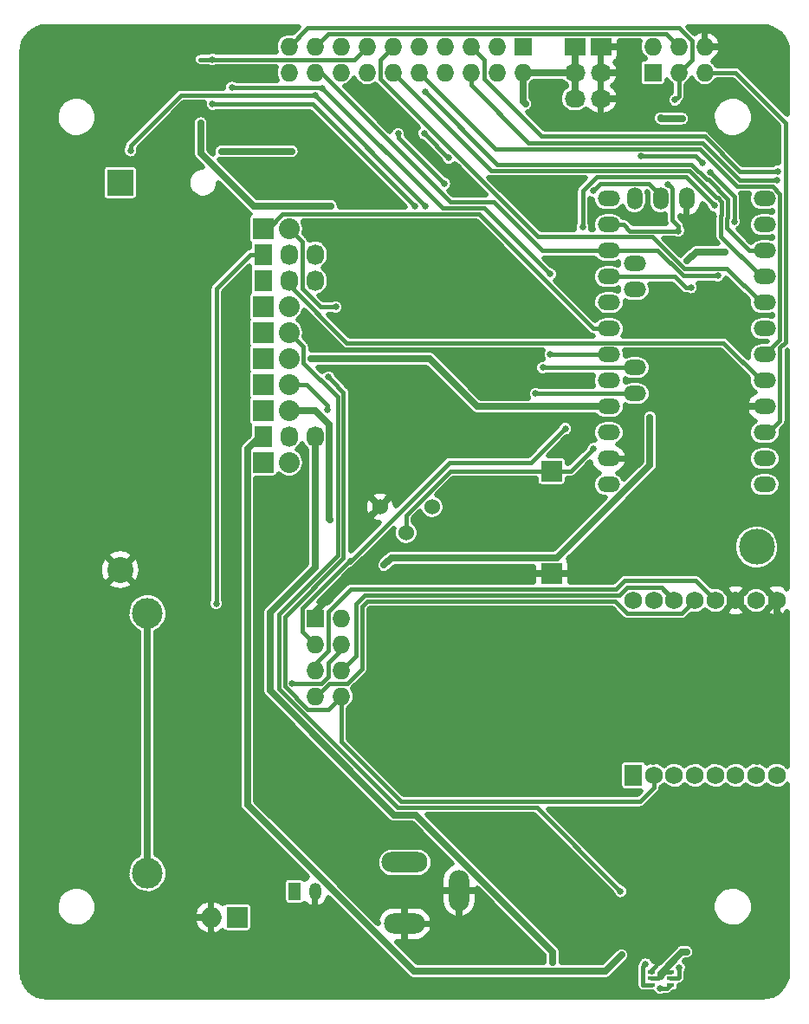
<source format=gbr>
G04 #@! TF.FileFunction,Copper,L2,Bot,Mixed*
%FSLAX46Y46*%
G04 Gerber Fmt 4.6, Leading zero omitted, Abs format (unit mm)*
G04 Created by KiCad (PCBNEW 0.201509101502+6177~30~ubuntu14.04.1-product) date Sat 12 Sep 2015 10:17:38 PM CEST*
%MOMM*%
G01*
G04 APERTURE LIST*
%ADD10C,0.100000*%
%ADD11C,3.500120*%
%ADD12O,1.998980X4.000500*%
%ADD13O,4.000500X1.998980*%
%ADD14O,4.500880X1.998980*%
%ADD15R,1.198880X1.699260*%
%ADD16O,1.198880X1.699260*%
%ADD17O,1.998980X1.998980*%
%ADD18R,1.998980X1.998980*%
%ADD19C,3.000000*%
%ADD20R,2.032000X2.032000*%
%ADD21O,2.032000X2.032000*%
%ADD22R,1.727200X2.032000*%
%ADD23O,1.727200X2.032000*%
%ADD24O,1.727200X1.727200*%
%ADD25R,1.727200X1.727200*%
%ADD26R,2.032000X1.727200*%
%ADD27O,2.032000X1.727200*%
%ADD28C,1.524000*%
%ADD29R,1.727200X2.000000*%
%ADD30C,1.727200*%
%ADD31O,2.199640X1.501140*%
%ADD32O,1.501140X2.199640*%
%ADD33R,0.749300X0.398780*%
%ADD34R,2.540000X2.540000*%
%ADD35C,2.540000*%
%ADD36C,0.635000*%
%ADD37C,0.635000*%
%ADD38C,0.381000*%
%ADD39C,0.508000*%
G04 APERTURE END LIST*
D10*
D11*
X72390000Y-51435000D03*
D12*
X43273980Y-85013800D03*
D13*
X37973000Y-88265000D03*
D14*
X37973000Y-82262980D03*
D15*
X27208480Y-85090000D03*
D16*
X29210000Y-85090000D03*
D17*
X19050000Y-87630000D03*
D18*
X21590000Y-87630000D03*
D19*
X12827000Y-57912000D03*
X12827000Y-83312000D03*
D18*
X52324000Y-44020740D03*
X52324000Y-54023260D03*
D20*
X24130000Y-43180000D03*
D21*
X26670000Y-43180000D03*
D22*
X24130000Y-40640000D03*
D23*
X26670000Y-40640000D03*
X29210000Y-40640000D03*
D20*
X24130000Y-38100000D03*
D21*
X26670000Y-38100000D03*
D20*
X24130000Y-35560000D03*
D21*
X26670000Y-35560000D03*
D20*
X24130000Y-33020000D03*
D21*
X26670000Y-33020000D03*
D20*
X24130000Y-30480000D03*
D21*
X26670000Y-30480000D03*
D20*
X24130000Y-27940000D03*
D21*
X26670000Y-27940000D03*
D22*
X24130000Y-25400000D03*
D23*
X26670000Y-25400000D03*
X29210000Y-25400000D03*
D22*
X24130000Y-22860000D03*
D23*
X26670000Y-22860000D03*
X29210000Y-22860000D03*
D20*
X24130000Y-20320000D03*
D21*
X26670000Y-20320000D03*
D24*
X26670000Y-5080000D03*
X26670000Y-2540000D03*
X29210000Y-5080000D03*
X29210000Y-2540000D03*
X31750000Y-5080000D03*
X31750000Y-2540000D03*
X34290000Y-5080000D03*
X34290000Y-2540000D03*
X36830000Y-5080000D03*
X36830000Y-2540000D03*
X39370000Y-5080000D03*
X39370000Y-2540000D03*
D25*
X49530000Y-2540000D03*
D24*
X49530000Y-5080000D03*
X46990000Y-2540000D03*
X46990000Y-5080000D03*
X44450000Y-2540000D03*
X44450000Y-5080000D03*
X41910000Y-2540000D03*
X41910000Y-5080000D03*
D25*
X62230000Y-5080000D03*
D24*
X62230000Y-2540000D03*
X64770000Y-5080000D03*
X64770000Y-2540000D03*
X67310000Y-5080000D03*
X67310000Y-2540000D03*
D26*
X54610000Y-2540000D03*
D27*
X54610000Y-5080000D03*
X54610000Y-7620000D03*
D26*
X57150000Y-2540000D03*
D27*
X57150000Y-5080000D03*
X57150000Y-7620000D03*
D28*
X38100000Y-50038000D03*
X35560000Y-47498000D03*
X40640000Y-47498000D03*
D29*
X60326000Y-73760000D03*
D30*
X62326000Y-73760000D03*
X64326000Y-73760000D03*
X66326000Y-73760000D03*
X68326000Y-73760000D03*
X70326000Y-73760000D03*
X72326000Y-73760000D03*
X74326000Y-73760000D03*
X74326000Y-56660000D03*
X72326000Y-56660000D03*
X70326000Y-56660000D03*
X68326000Y-56660000D03*
X66326000Y-56660000D03*
X64326000Y-56660000D03*
X62326000Y-56660000D03*
X60326000Y-56660000D03*
D24*
X29210000Y-66040000D03*
X31750000Y-66040000D03*
X29210000Y-63500000D03*
X31750000Y-63500000D03*
X29210000Y-60960000D03*
X31750000Y-60960000D03*
D25*
X29210000Y-58420000D03*
D24*
X31750000Y-58420000D03*
D31*
X60452000Y-26289000D03*
X60452000Y-23749000D03*
X73152000Y-45339000D03*
X73152000Y-42799000D03*
X73152000Y-40259000D03*
X73152000Y-37719000D03*
X73152000Y-35179000D03*
X73152000Y-32639000D03*
X73152000Y-30099000D03*
X73152000Y-27559000D03*
X73152000Y-25019000D03*
X73152000Y-22479000D03*
X73152000Y-19939000D03*
X73152000Y-17399000D03*
X57912000Y-17399000D03*
X57912000Y-19939000D03*
X57912000Y-22479000D03*
X57912000Y-25019000D03*
X57912000Y-27559000D03*
X57912000Y-30099000D03*
X57912000Y-32639000D03*
X57912000Y-35179000D03*
X57912000Y-37719000D03*
X57912000Y-40259000D03*
X57912000Y-42799000D03*
X57912000Y-45339000D03*
X60452000Y-33909000D03*
X60452000Y-36449000D03*
D32*
X60452000Y-17399000D03*
X62992000Y-17399000D03*
X65532000Y-17399000D03*
D33*
X62042040Y-94249240D03*
X62042040Y-93599000D03*
X62042040Y-92948760D03*
X63941960Y-92948760D03*
X63941960Y-93599000D03*
X63941960Y-94249240D03*
D34*
X10160000Y-15840000D03*
D35*
X10160000Y-53660000D03*
D36*
X68182319Y-19152087D03*
X71020887Y-16915313D03*
X63954000Y-86957400D03*
X65859000Y-84036400D03*
X42872000Y-48603400D03*
X43253000Y-45174400D03*
X39542808Y-43515192D03*
X39697000Y-41110400D03*
X62992000Y-91821000D03*
X73660000Y-64770000D03*
X72390000Y-64770000D03*
X71120000Y-64770000D03*
X69850000Y-64770000D03*
X68580000Y-64770000D03*
X67310000Y-64770000D03*
X66040000Y-64770000D03*
X64770000Y-64770000D03*
X63500000Y-64770000D03*
X62230000Y-64770000D03*
X60960000Y-64770000D03*
X59690000Y-64770000D03*
X58420000Y-64770000D03*
X57150000Y-64770000D03*
X55880000Y-64770000D03*
X54610000Y-64770000D03*
X53340000Y-64770000D03*
X52070000Y-64770000D03*
X50800000Y-64770000D03*
X49530000Y-64770000D03*
X48260000Y-64770000D03*
X46990000Y-64770000D03*
X45720000Y-64770000D03*
X44450000Y-64770000D03*
X43180000Y-64770000D03*
X41910000Y-64770000D03*
X41910000Y-66040000D03*
X43180000Y-66040000D03*
X44450000Y-66040000D03*
X45720000Y-66040000D03*
X46990000Y-66040000D03*
X48260000Y-66040000D03*
X49530000Y-66040000D03*
X50800000Y-66040000D03*
X52070000Y-66040000D03*
X53340000Y-66040000D03*
X54610000Y-66040000D03*
X55880000Y-66040000D03*
X57150000Y-66040000D03*
X58420000Y-66040000D03*
X59690000Y-66040000D03*
X60960000Y-66040000D03*
X62230000Y-66040000D03*
X63500000Y-66040000D03*
X64770000Y-66040000D03*
X66040000Y-66040000D03*
X67310000Y-66040000D03*
X68580000Y-66040000D03*
X69850000Y-66040000D03*
X71120000Y-66040000D03*
X72390000Y-66040000D03*
X73660000Y-66040000D03*
X73660000Y-67310000D03*
X72390000Y-67310000D03*
X71120000Y-67310000D03*
X69850000Y-67310000D03*
X68580000Y-67310000D03*
X67310000Y-67310000D03*
X66040000Y-67310000D03*
X64770000Y-67310000D03*
X63500000Y-67310000D03*
X62230000Y-67310000D03*
X60960000Y-67310000D03*
X59690000Y-67310000D03*
X58420000Y-67310000D03*
X57150000Y-67310000D03*
X55880000Y-67310000D03*
X54610000Y-67310000D03*
X53340000Y-67310000D03*
X52070000Y-67310000D03*
X50800000Y-67310000D03*
X49530000Y-67310000D03*
X48260000Y-67310000D03*
X46990000Y-67310000D03*
X45720000Y-67310000D03*
X44450000Y-67310000D03*
X43180000Y-67310000D03*
X41910000Y-67310000D03*
X41910000Y-68580000D03*
X43180000Y-68580000D03*
X44450000Y-68580000D03*
X45720000Y-68580000D03*
X46990000Y-68580000D03*
X48260000Y-68580000D03*
X49530000Y-68580000D03*
X50800000Y-68580000D03*
X52070000Y-68580000D03*
X53340000Y-68580000D03*
X54610000Y-68580000D03*
X55880000Y-68580000D03*
X57150000Y-68580000D03*
X58420000Y-68580000D03*
X59690000Y-68580000D03*
X60960000Y-68580000D03*
X62230000Y-68580000D03*
X63500000Y-68580000D03*
X64770000Y-68580000D03*
X66040000Y-68580000D03*
X67310000Y-68580000D03*
X68580000Y-68580000D03*
X69850000Y-68580000D03*
X71120000Y-68580000D03*
X72390000Y-68580000D03*
X73660000Y-68580000D03*
X73660000Y-69850000D03*
X72390000Y-69850000D03*
X71120000Y-69850000D03*
X69850000Y-69850000D03*
X68580000Y-69850000D03*
X67310000Y-69850000D03*
X66040000Y-69850000D03*
X64770000Y-69850000D03*
X63500000Y-69850000D03*
X62230000Y-69850000D03*
X60960000Y-69850000D03*
X59690000Y-69850000D03*
X62229236Y-72379084D03*
X63500000Y-72390000D03*
X64770000Y-72390000D03*
X66040000Y-72390000D03*
X67310000Y-72390000D03*
X68580000Y-72390000D03*
X69850000Y-72390000D03*
X71120000Y-72390000D03*
X72390597Y-72377206D03*
X73660000Y-72390000D03*
X74930000Y-71120000D03*
X73660000Y-71120000D03*
X72390000Y-71120000D03*
X71120000Y-71120000D03*
X69850000Y-71120000D03*
X68580000Y-71120000D03*
X67310000Y-71120000D03*
X66040000Y-71120000D03*
X64770000Y-71120000D03*
X63500000Y-71120000D03*
X62230000Y-71120000D03*
X60960000Y-71120000D03*
X59690000Y-71120000D03*
X58420000Y-69850000D03*
X57150000Y-69850000D03*
X55880000Y-69850000D03*
X54610000Y-69850000D03*
X53340000Y-69850000D03*
X52070000Y-69850000D03*
X50800000Y-69850000D03*
X49530000Y-69850000D03*
X48260000Y-69850000D03*
X46990000Y-69850000D03*
X45720000Y-69850000D03*
X44450000Y-69850000D03*
X43180000Y-69850000D03*
X41910000Y-69850000D03*
X41910000Y-71120000D03*
X43180000Y-71120000D03*
X44450000Y-71120000D03*
X45720000Y-71120000D03*
X46990000Y-71120000D03*
X48260000Y-71120000D03*
X49530000Y-71120000D03*
X50800000Y-71120000D03*
X52070000Y-71120000D03*
X53340000Y-71120000D03*
X54610000Y-71120000D03*
X55880000Y-71120000D03*
X57150000Y-71120000D03*
X58420000Y-71120000D03*
X58420000Y-72390000D03*
X57150000Y-72390000D03*
X55880000Y-72390000D03*
X54610000Y-72390000D03*
X53340000Y-72390000D03*
X52070000Y-72390000D03*
X50800000Y-72390000D03*
X49530000Y-72390000D03*
X48260000Y-72390000D03*
X46990000Y-72390000D03*
X45720000Y-72390000D03*
X44450000Y-72390000D03*
X43180000Y-72390000D03*
X41910000Y-72390000D03*
X36830000Y-71120000D03*
X36830000Y-69850000D03*
X36830000Y-68580000D03*
X36830000Y-67310000D03*
X36830000Y-66040000D03*
X36830000Y-64770000D03*
X38100000Y-64770000D03*
X38100000Y-66040000D03*
X38100000Y-67310000D03*
X38100000Y-68580000D03*
X38100000Y-69850000D03*
X38100000Y-71120000D03*
X38100000Y-72390000D03*
X39370000Y-72390000D03*
X39370000Y-71120000D03*
X39370000Y-69850000D03*
X39370000Y-68580000D03*
X39370000Y-67310000D03*
X39370000Y-66040000D03*
X39370000Y-64770000D03*
X40640000Y-64770000D03*
X40640000Y-66040000D03*
X40640000Y-67310000D03*
X40640000Y-68580000D03*
X40640000Y-69850000D03*
X40640000Y-71120000D03*
X40640000Y-72390000D03*
X40640000Y-73660000D03*
X41910000Y-73660000D03*
X43180000Y-73660000D03*
X44450000Y-73660000D03*
X45720000Y-73660000D03*
X46990000Y-73660000D03*
X48260000Y-73660000D03*
X49530000Y-73660000D03*
X50800000Y-73660000D03*
X52070000Y-73660000D03*
X53340000Y-73660000D03*
X54610000Y-73660000D03*
X55880000Y-73660000D03*
X57150000Y-73660000D03*
X58420000Y-73660000D03*
X58420000Y-74930000D03*
X57150000Y-74930000D03*
X55880000Y-74930000D03*
X54610000Y-74930000D03*
X53340000Y-74930000D03*
X52070000Y-74930000D03*
X50800000Y-74930000D03*
X49530000Y-74930000D03*
X48260000Y-74930000D03*
X46990000Y-74930000D03*
X45720000Y-74930000D03*
X43117558Y-74930000D03*
X44450000Y-74930000D03*
X41910000Y-74930000D03*
X40640000Y-74930000D03*
X39370000Y-74930000D03*
X39370000Y-73660000D03*
X38100000Y-73660000D03*
X36830000Y-73660000D03*
X36830000Y-72390000D03*
X35560000Y-72390000D03*
X34290000Y-71120000D03*
X35560000Y-71120000D03*
X35560000Y-69850000D03*
X35560000Y-68580000D03*
X35560000Y-67310000D03*
X35560000Y-66040000D03*
X34290000Y-68580000D03*
X34290000Y-69850000D03*
X33020000Y-69850000D03*
X33020000Y-68580000D03*
X33020000Y-67310000D03*
X34290000Y-67310000D03*
X34290000Y-66040000D03*
X34290000Y-64770000D03*
X35560000Y-64770000D03*
X73660000Y-63500000D03*
X72390000Y-63500000D03*
X71120000Y-63500000D03*
X69850000Y-63500000D03*
X68580000Y-63500000D03*
X67310000Y-63500000D03*
X66040000Y-63500000D03*
X64770000Y-63500000D03*
X63500000Y-63500000D03*
X62230000Y-63500000D03*
X60960000Y-63500000D03*
X59690000Y-63500000D03*
X58420000Y-63500000D03*
X57150000Y-63500000D03*
X55880000Y-63500000D03*
X54610000Y-63500000D03*
X53340000Y-63500000D03*
X52070000Y-63500000D03*
X50800000Y-63500000D03*
X49530000Y-63500000D03*
X48260000Y-63500000D03*
X46990000Y-63500000D03*
X45720000Y-63500000D03*
X44450000Y-63500000D03*
X43180000Y-63500000D03*
X41910000Y-63500000D03*
X40640000Y-63500000D03*
X39370000Y-63500000D03*
X38100000Y-63500000D03*
X36830000Y-63500000D03*
X35560000Y-63500000D03*
X73660000Y-62230000D03*
X72390000Y-62230000D03*
X71120000Y-62230000D03*
X69850000Y-62230000D03*
X68580000Y-62230000D03*
X67310000Y-62230000D03*
X66040000Y-62230000D03*
X64770000Y-62230000D03*
X63500000Y-62230000D03*
X62230000Y-62230000D03*
X60960000Y-62230000D03*
X59690000Y-62230000D03*
X58420000Y-62230000D03*
X57150000Y-62230000D03*
X55880000Y-62230000D03*
X54610000Y-62230000D03*
X53340000Y-62230000D03*
X52070000Y-62230000D03*
X50800000Y-62230000D03*
X49530000Y-62230000D03*
X48260000Y-62230000D03*
X46990000Y-62230000D03*
X45720000Y-62230000D03*
X44450000Y-62230000D03*
X43180000Y-62230000D03*
X41910000Y-62230000D03*
X40640000Y-62230000D03*
X39370000Y-62230000D03*
X38100000Y-62230000D03*
X36830000Y-62230000D03*
X35560000Y-62230000D03*
X63500000Y-60960000D03*
X62230000Y-60960000D03*
X60960000Y-60960000D03*
X59690000Y-60960000D03*
X58420000Y-60960000D03*
X57150000Y-60960000D03*
X55880000Y-60960000D03*
X54610000Y-60960000D03*
X53340000Y-60960000D03*
X52070000Y-60960000D03*
X50800000Y-60960000D03*
X49530000Y-60960000D03*
X48260000Y-60960000D03*
X46990000Y-60960000D03*
X45720000Y-60960000D03*
X44450000Y-60960000D03*
X43180000Y-60960000D03*
X41910000Y-60960000D03*
X40640000Y-60960000D03*
X39370000Y-60960000D03*
X38100000Y-60960000D03*
X36830000Y-60960000D03*
X35560000Y-60960000D03*
X45720000Y-58420000D03*
X57150000Y-59690000D03*
X55880000Y-59690000D03*
X54610000Y-59690000D03*
X53340000Y-59690000D03*
X52070000Y-59690000D03*
X50800000Y-59690000D03*
X49530000Y-59690000D03*
X48260000Y-59690000D03*
X46990000Y-59690000D03*
X45720000Y-59690000D03*
X44450000Y-59690000D03*
X43180000Y-59690000D03*
X41910000Y-59690000D03*
X40640000Y-59690000D03*
X39370000Y-59690000D03*
X38100000Y-59690000D03*
X36830000Y-59690000D03*
X35560000Y-59690000D03*
X35560000Y-58420000D03*
X36830000Y-58420000D03*
X38100000Y-58420000D03*
X39370000Y-58420000D03*
X40640000Y-58420000D03*
X41910000Y-58420000D03*
X43180000Y-58420000D03*
X44450000Y-58420000D03*
X46990000Y-58420000D03*
X48260000Y-58420000D03*
X49530000Y-58420000D03*
X50800000Y-58420000D03*
X52070000Y-58420000D03*
X53340000Y-58420000D03*
X54610000Y-58420000D03*
X55880000Y-58420000D03*
X57150000Y-58420000D03*
X58420000Y-58420000D03*
X58420000Y-59690000D03*
X59690000Y-59690000D03*
X60960000Y-59690000D03*
X62230000Y-59690000D03*
X63500000Y-59690000D03*
X64770000Y-59690000D03*
X64770000Y-60960000D03*
X66040000Y-60960000D03*
X67310000Y-60960000D03*
X68580000Y-60960000D03*
X69850000Y-60960000D03*
X71120000Y-60960000D03*
X72390000Y-60960000D03*
X73660000Y-60960000D03*
X73660000Y-59690000D03*
X72390000Y-59690000D03*
X71120000Y-59690000D03*
X69850000Y-59690000D03*
X68580000Y-59690000D03*
X67310000Y-59690000D03*
X66040000Y-59690000D03*
X66040000Y-58420000D03*
X67310000Y-58420000D03*
X68580000Y-58420000D03*
X69850000Y-58420000D03*
X71120000Y-58420000D03*
X72390000Y-58420000D03*
X73660000Y-58420000D03*
X74930000Y-72390000D03*
X74930000Y-71120000D03*
X74930000Y-69850000D03*
X74930000Y-68580000D03*
X74930000Y-67310000D03*
X74930000Y-66040000D03*
X74930000Y-64770000D03*
X74930000Y-63500000D03*
X74930000Y-62230000D03*
X74930000Y-60960000D03*
X74930000Y-59690000D03*
X74930000Y-58420000D03*
X29845000Y-11049000D03*
X29845000Y-13843000D03*
X41021000Y-13843000D03*
X43180000Y-14351000D03*
X61468000Y-19177000D03*
X59182000Y-18796000D03*
X52578000Y-23495000D03*
X68072000Y-26416000D03*
X55880000Y-86614000D03*
X59436000Y-92329000D03*
X33909000Y-53086000D03*
X68072000Y-33020000D03*
X49657000Y-93853000D03*
X71120000Y-19685000D03*
X65532000Y-19177000D03*
X13970000Y-12573000D03*
X16002000Y-5461000D03*
X66929000Y-7112000D03*
X52959000Y-19050000D03*
X50800000Y-27178000D03*
X48641000Y-29337000D03*
X46355000Y-36703000D03*
X43942000Y-39116000D03*
X50800000Y-6350000D03*
X62357000Y-29337000D03*
X68072000Y-39370000D03*
X73533000Y-90551000D03*
X68961000Y-89662000D03*
X65532000Y-91008200D03*
X62976412Y-9531642D03*
X65100231Y-9575800D03*
X32737433Y-33028137D03*
X30759400Y-18110240D03*
X66745463Y-22606000D03*
X28831624Y-33028137D03*
X30683200Y-48768000D03*
X18034000Y-10007600D03*
X26085800Y-18135600D03*
X69291220Y-22606000D03*
X65567993Y-23504998D03*
X35941000Y-53213000D03*
X61952105Y-38767000D03*
X52451000Y-92074980D03*
X61522000Y-92214559D03*
X59182000Y-91313000D03*
X56413400Y-41833800D03*
X31235389Y-27990139D03*
X49784000Y-8140731D03*
X26941820Y-12776200D03*
X20066000Y-12777346D03*
X30403800Y-38049200D03*
X52197000Y-24765000D03*
X52197000Y-32639000D03*
X29918316Y-6593804D03*
X21082000Y-6527780D03*
X62941200Y-94564200D03*
X59055000Y-85090000D03*
X30524169Y-34850742D03*
X26949400Y-64744600D03*
X19558000Y-56966627D03*
X64806769Y-92573628D03*
X40005000Y-6985000D03*
X64389000Y-7747000D03*
X65942917Y-26084738D03*
X70188951Y-19620085D03*
X67835727Y-14820143D03*
X68580000Y-24942800D03*
X63687632Y-15982963D03*
X64719200Y-20548600D03*
X51481346Y-33909000D03*
X40005000Y-18161000D03*
X29207096Y-7305024D03*
X11176000Y-12700000D03*
X19198076Y-3797301D03*
X19182319Y-8178800D03*
X50767285Y-36449000D03*
X38989000Y-18161000D03*
X74422000Y-14732000D03*
X74346206Y-15619882D03*
X39885944Y-11029878D03*
X42280939Y-13424872D03*
X37338000Y-11049000D03*
X41855959Y-15927322D03*
X56388000Y-16637000D03*
X67039257Y-13896674D03*
X61025802Y-13231145D03*
X68225709Y-18070654D03*
X55372000Y-20193000D03*
X53670200Y-39878000D03*
D37*
X64952768Y-8636000D02*
X65401780Y-8636000D01*
X63627000Y-8636000D02*
X64952768Y-8636000D01*
X62611000Y-7620000D02*
X63627000Y-8636000D01*
X65405000Y-8636000D02*
X65401780Y-8636000D01*
X66929000Y-7112000D02*
X65405000Y-8636000D01*
X57150000Y-7620000D02*
X62611000Y-7620000D01*
X71120000Y-19685000D02*
X71437499Y-19367501D01*
X71437499Y-19367501D02*
X71437499Y-17331925D01*
X71437499Y-17331925D02*
X71338386Y-17232812D01*
X71338386Y-17232812D02*
X71020887Y-16915313D01*
X65859000Y-84036400D02*
X65859000Y-85052400D01*
X65859000Y-85052400D02*
X63954000Y-86957400D01*
X43253000Y-45174400D02*
X43253000Y-48222400D01*
X43253000Y-48222400D02*
X42872000Y-48603400D01*
X35560000Y-47498000D02*
X39542808Y-43515192D01*
X39542808Y-43515192D02*
X43942000Y-39116000D01*
X39697000Y-41110400D02*
X39697000Y-43361000D01*
X39697000Y-43361000D02*
X39542808Y-43515192D01*
D38*
X62042040Y-92948760D02*
X62042040Y-92770960D01*
X62042040Y-92770960D02*
X62992000Y-91821000D01*
D37*
X72390000Y-64770000D02*
X73660000Y-64770000D01*
X69850000Y-64770000D02*
X71120000Y-64770000D01*
X67310000Y-64770000D02*
X68580000Y-64770000D01*
X64770000Y-64770000D02*
X66040000Y-64770000D01*
X62230000Y-64770000D02*
X63500000Y-64770000D01*
X59690000Y-64770000D02*
X60960000Y-64770000D01*
X57150000Y-64770000D02*
X58420000Y-64770000D01*
X54610000Y-64770000D02*
X55880000Y-64770000D01*
X52070000Y-64770000D02*
X53340000Y-64770000D01*
X49530000Y-64770000D02*
X50800000Y-64770000D01*
X46990000Y-64770000D02*
X48260000Y-64770000D01*
X44450000Y-64770000D02*
X45720000Y-64770000D01*
X41910000Y-64770000D02*
X43180000Y-64770000D01*
X43180000Y-66040000D02*
X41910000Y-66040000D01*
X45720000Y-66040000D02*
X44450000Y-66040000D01*
X48260000Y-66040000D02*
X46990000Y-66040000D01*
X50800000Y-66040000D02*
X49530000Y-66040000D01*
X53340000Y-66040000D02*
X52070000Y-66040000D01*
X55880000Y-66040000D02*
X54610000Y-66040000D01*
X58420000Y-66040000D02*
X57150000Y-66040000D01*
X60960000Y-66040000D02*
X59690000Y-66040000D01*
X63500000Y-66040000D02*
X62230000Y-66040000D01*
X66040000Y-66040000D02*
X64770000Y-66040000D01*
X68580000Y-66040000D02*
X67310000Y-66040000D01*
X71120000Y-66040000D02*
X69850000Y-66040000D01*
X73660000Y-66040000D02*
X72390000Y-66040000D01*
X72390000Y-67310000D02*
X73660000Y-67310000D01*
X69850000Y-67310000D02*
X71120000Y-67310000D01*
X67310000Y-67310000D02*
X68580000Y-67310000D01*
X64770000Y-67310000D02*
X66040000Y-67310000D01*
X62230000Y-67310000D02*
X63500000Y-67310000D01*
X59690000Y-67310000D02*
X60960000Y-67310000D01*
X57150000Y-67310000D02*
X58420000Y-67310000D01*
X54610000Y-67310000D02*
X55880000Y-67310000D01*
X52070000Y-67310000D02*
X53340000Y-67310000D01*
X49530000Y-67310000D02*
X50800000Y-67310000D01*
X46990000Y-67310000D02*
X48260000Y-67310000D01*
X44450000Y-67310000D02*
X45720000Y-67310000D01*
X41910000Y-67310000D02*
X43180000Y-67310000D01*
X43180000Y-68580000D02*
X41910000Y-68580000D01*
X45720000Y-68580000D02*
X44450000Y-68580000D01*
X48260000Y-68580000D02*
X46990000Y-68580000D01*
X50800000Y-68580000D02*
X49530000Y-68580000D01*
X53340000Y-68580000D02*
X52070000Y-68580000D01*
X55880000Y-68580000D02*
X54610000Y-68580000D01*
X58420000Y-68580000D02*
X57150000Y-68580000D01*
X60960000Y-68580000D02*
X59690000Y-68580000D01*
X63500000Y-68580000D02*
X62230000Y-68580000D01*
X66040000Y-68580000D02*
X64770000Y-68580000D01*
X68580000Y-68580000D02*
X67310000Y-68580000D01*
X71120000Y-68580000D02*
X69850000Y-68580000D01*
X73660000Y-68580000D02*
X72390000Y-68580000D01*
X72390000Y-69850000D02*
X73660000Y-69850000D01*
X69850000Y-69850000D02*
X71120000Y-69850000D01*
X67310000Y-69850000D02*
X68580000Y-69850000D01*
X64770000Y-69850000D02*
X66040000Y-69850000D01*
X62230000Y-69850000D02*
X63500000Y-69850000D01*
X59690000Y-69850000D02*
X60960000Y-69850000D01*
X62230000Y-71120000D02*
X62230000Y-72378320D01*
X62230000Y-72378320D02*
X62229236Y-72379084D01*
X64770000Y-71120000D02*
X64770000Y-72390000D01*
X67310000Y-71120000D02*
X67310000Y-72390000D01*
X69850000Y-71120000D02*
X69850000Y-72390000D01*
X72390000Y-71120000D02*
X72390000Y-72376609D01*
X72390000Y-72376609D02*
X72390597Y-72377206D01*
X72390000Y-71120000D02*
X73660000Y-71120000D01*
X69850000Y-71120000D02*
X71120000Y-71120000D01*
X67310000Y-71120000D02*
X68580000Y-71120000D01*
X64770000Y-71120000D02*
X66040000Y-71120000D01*
X62230000Y-71120000D02*
X63500000Y-71120000D01*
X59690000Y-71120000D02*
X60960000Y-71120000D01*
X57150000Y-69850000D02*
X58420000Y-69850000D01*
X54610000Y-69850000D02*
X55880000Y-69850000D01*
X52070000Y-69850000D02*
X53340000Y-69850000D01*
X49530000Y-69850000D02*
X50800000Y-69850000D01*
X46990000Y-69850000D02*
X48260000Y-69850000D01*
X44450000Y-69850000D02*
X45720000Y-69850000D01*
X41910000Y-69850000D02*
X43180000Y-69850000D01*
X43180000Y-71120000D02*
X41910000Y-71120000D01*
X45720000Y-71120000D02*
X44450000Y-71120000D01*
X48260000Y-71120000D02*
X46990000Y-71120000D01*
X50800000Y-71120000D02*
X49530000Y-71120000D01*
X53340000Y-71120000D02*
X52070000Y-71120000D01*
X55880000Y-71120000D02*
X54610000Y-71120000D01*
X58420000Y-71120000D02*
X57150000Y-71120000D01*
X57150000Y-72390000D02*
X58420000Y-72390000D01*
X54610000Y-72390000D02*
X55880000Y-72390000D01*
X52070000Y-72390000D02*
X53340000Y-72390000D01*
X49530000Y-72390000D02*
X50800000Y-72390000D01*
X46990000Y-72390000D02*
X48260000Y-72390000D01*
X44450000Y-72390000D02*
X45720000Y-72390000D01*
X41910000Y-72390000D02*
X43180000Y-72390000D01*
X36830000Y-69850000D02*
X36830000Y-71120000D01*
X36830000Y-67310000D02*
X36830000Y-68580000D01*
X36830000Y-64770000D02*
X36830000Y-66040000D01*
X38100000Y-66040000D02*
X38100000Y-64770000D01*
X38100000Y-68580000D02*
X38100000Y-67310000D01*
X38100000Y-71120000D02*
X38100000Y-69850000D01*
X39370000Y-72390000D02*
X38100000Y-72390000D01*
X39370000Y-69850000D02*
X39370000Y-71120000D01*
X39370000Y-67310000D02*
X39370000Y-68580000D01*
X39370000Y-64770000D02*
X39370000Y-66040000D01*
X40640000Y-66040000D02*
X40640000Y-64770000D01*
X40640000Y-68580000D02*
X40640000Y-67310000D01*
X40640000Y-71120000D02*
X40640000Y-69850000D01*
X40640000Y-73660000D02*
X40640000Y-72390000D01*
X43180000Y-73660000D02*
X41910000Y-73660000D01*
X45720000Y-73660000D02*
X44450000Y-73660000D01*
X48260000Y-73660000D02*
X46990000Y-73660000D01*
X50800000Y-73660000D02*
X49530000Y-73660000D01*
X53340000Y-73660000D02*
X52070000Y-73660000D01*
X55880000Y-73660000D02*
X54610000Y-73660000D01*
X58420000Y-73660000D02*
X57150000Y-73660000D01*
X57150000Y-74930000D02*
X58420000Y-74930000D01*
X54610000Y-74930000D02*
X55880000Y-74930000D01*
X52070000Y-74930000D02*
X53340000Y-74930000D01*
X49530000Y-74930000D02*
X50800000Y-74930000D01*
X46990000Y-74930000D02*
X48260000Y-74930000D01*
X44450000Y-74930000D02*
X45720000Y-74930000D01*
X44450000Y-74930000D02*
X43117558Y-74930000D01*
X40640000Y-74930000D02*
X41910000Y-74930000D01*
X39370000Y-73660000D02*
X39370000Y-74930000D01*
X36830000Y-73660000D02*
X38100000Y-73660000D01*
X35560000Y-72390000D02*
X36830000Y-72390000D01*
X35560000Y-71120000D02*
X34290000Y-71120000D01*
X35560000Y-68580000D02*
X35560000Y-69850000D01*
X35560000Y-66040000D02*
X35560000Y-67310000D01*
X34290000Y-69850000D02*
X34290000Y-68580000D01*
X33020000Y-68580000D02*
X33020000Y-69850000D01*
X34290000Y-67310000D02*
X33020000Y-67310000D01*
X34290000Y-64770000D02*
X34290000Y-66040000D01*
X35560000Y-63500000D02*
X35560000Y-64770000D01*
X71120000Y-63500000D02*
X72390000Y-63500000D01*
X68580000Y-63500000D02*
X69850000Y-63500000D01*
X66040000Y-63500000D02*
X67310000Y-63500000D01*
X63500000Y-63500000D02*
X64770000Y-63500000D01*
X60960000Y-63500000D02*
X62230000Y-63500000D01*
X58420000Y-63500000D02*
X59690000Y-63500000D01*
X55880000Y-63500000D02*
X57150000Y-63500000D01*
X53340000Y-63500000D02*
X54610000Y-63500000D01*
X50800000Y-63500000D02*
X52070000Y-63500000D01*
X48260000Y-63500000D02*
X49530000Y-63500000D01*
X45720000Y-63500000D02*
X46990000Y-63500000D01*
X43180000Y-63500000D02*
X44450000Y-63500000D01*
X40640000Y-63500000D02*
X41910000Y-63500000D01*
X38100000Y-63500000D02*
X39370000Y-63500000D01*
X35560000Y-63500000D02*
X36830000Y-63500000D01*
X72390000Y-62230000D02*
X73660000Y-62230000D01*
X69850000Y-62230000D02*
X71120000Y-62230000D01*
X67310000Y-62230000D02*
X68580000Y-62230000D01*
X64770000Y-62230000D02*
X66040000Y-62230000D01*
X62230000Y-62230000D02*
X63500000Y-62230000D01*
X59690000Y-62230000D02*
X60960000Y-62230000D01*
X57150000Y-62230000D02*
X58420000Y-62230000D01*
X54610000Y-62230000D02*
X55880000Y-62230000D01*
X52070000Y-62230000D02*
X53340000Y-62230000D01*
X49530000Y-62230000D02*
X50800000Y-62230000D01*
X46990000Y-62230000D02*
X48260000Y-62230000D01*
X44450000Y-62230000D02*
X45720000Y-62230000D01*
X41910000Y-62230000D02*
X43180000Y-62230000D01*
X39370000Y-62230000D02*
X40640000Y-62230000D01*
X36830000Y-62230000D02*
X38100000Y-62230000D01*
X62230000Y-60960000D02*
X63500000Y-60960000D01*
X59690000Y-60960000D02*
X60960000Y-60960000D01*
X57150000Y-60960000D02*
X58420000Y-60960000D01*
X54610000Y-60960000D02*
X55880000Y-60960000D01*
X52070000Y-60960000D02*
X53340000Y-60960000D01*
X49530000Y-60960000D02*
X50800000Y-60960000D01*
X46990000Y-60960000D02*
X48260000Y-60960000D01*
X44450000Y-60960000D02*
X45720000Y-60960000D01*
X41910000Y-60960000D02*
X43180000Y-60960000D01*
X39370000Y-60960000D02*
X40640000Y-60960000D01*
X36830000Y-60960000D02*
X38100000Y-60960000D01*
X35560000Y-59690000D02*
X35560000Y-60960000D01*
X54610000Y-59690000D02*
X55880000Y-59690000D01*
X52070000Y-59690000D02*
X53340000Y-59690000D01*
X49530000Y-59690000D02*
X50800000Y-59690000D01*
X46990000Y-59690000D02*
X48260000Y-59690000D01*
X44450000Y-59690000D02*
X45720000Y-59690000D01*
X41910000Y-59690000D02*
X43180000Y-59690000D01*
X39370000Y-59690000D02*
X40640000Y-59690000D01*
X36830000Y-59690000D02*
X38100000Y-59690000D01*
X35560000Y-58420000D02*
X35560000Y-59690000D01*
X38100000Y-58420000D02*
X36830000Y-58420000D01*
X40640000Y-58420000D02*
X39370000Y-58420000D01*
X43180000Y-58420000D02*
X41910000Y-58420000D01*
X45720000Y-58420000D02*
X44450000Y-58420000D01*
X46990000Y-58420000D02*
X45720000Y-58420000D01*
X49530000Y-58420000D02*
X48260000Y-58420000D01*
X52070000Y-58420000D02*
X50800000Y-58420000D01*
X54610000Y-58420000D02*
X53340000Y-58420000D01*
X57150000Y-58420000D02*
X55880000Y-58420000D01*
X58420000Y-59690000D02*
X58420000Y-58420000D01*
X60960000Y-59690000D02*
X59690000Y-59690000D01*
X63500000Y-59690000D02*
X62230000Y-59690000D01*
X64770000Y-60960000D02*
X64770000Y-59690000D01*
X67310000Y-60960000D02*
X66040000Y-60960000D01*
X69850000Y-60960000D02*
X68580000Y-60960000D01*
X72390000Y-60960000D02*
X71120000Y-60960000D01*
X73660000Y-59690000D02*
X73660000Y-60960000D01*
X71120000Y-59690000D02*
X72390000Y-59690000D01*
X68580000Y-59690000D02*
X69850000Y-59690000D01*
X66040000Y-59690000D02*
X67310000Y-59690000D01*
X67310000Y-58420000D02*
X66040000Y-58420000D01*
X69850000Y-58420000D02*
X68580000Y-58420000D01*
X72390000Y-58420000D02*
X71120000Y-58420000D01*
X74930000Y-58420000D02*
X73660000Y-58420000D01*
X74930000Y-69850000D02*
X74930000Y-71120000D01*
X74930000Y-67310000D02*
X74930000Y-68580000D01*
X74930000Y-64770000D02*
X74930000Y-66040000D01*
X74930000Y-62230000D02*
X74930000Y-63500000D01*
X74930000Y-59690000D02*
X74930000Y-60960000D01*
X74326000Y-56660000D02*
X74326000Y-57816000D01*
X74326000Y-57816000D02*
X74930000Y-58420000D01*
X29845000Y-13843000D02*
X29845000Y-11049000D01*
X41529000Y-14351000D02*
X41021000Y-13843000D01*
X43180000Y-14351000D02*
X41529000Y-14351000D01*
D38*
X59182000Y-18796000D02*
X59563000Y-19177000D01*
X59563000Y-19177000D02*
X61468000Y-19177000D01*
X52959000Y-23876000D02*
X52578000Y-23495000D01*
X61849000Y-28829000D02*
X57214494Y-28829000D01*
X57214494Y-28829000D02*
X52959000Y-24573506D01*
X52959000Y-24573506D02*
X52959000Y-23876000D01*
X62357000Y-29337000D02*
X61849000Y-28829000D01*
D37*
X29210000Y-58420000D02*
X29210000Y-57785000D01*
X29210000Y-57785000D02*
X33909000Y-53086000D01*
X68072000Y-39370000D02*
X68072000Y-33020000D01*
X48641000Y-29337000D02*
X50800000Y-27178000D01*
X73152000Y-37719000D02*
X69723000Y-37719000D01*
X69723000Y-37719000D02*
X68072000Y-39370000D01*
X68961000Y-89662000D02*
X72644000Y-89662000D01*
X72644000Y-89662000D02*
X73533000Y-90551000D01*
X12827000Y-60651554D02*
X12827000Y-58166000D01*
X12827000Y-81444680D02*
X12827000Y-60651554D01*
X12827000Y-60651554D02*
X12827000Y-57912000D01*
X12827000Y-83566000D02*
X12827000Y-81444680D01*
X62972499Y-93118689D02*
X62972499Y-93424191D01*
D38*
X62797690Y-93599000D02*
X62972499Y-93424191D01*
D37*
X65532000Y-91008200D02*
X65082988Y-91008200D01*
D38*
X62972499Y-93424191D02*
X63447930Y-92948760D01*
D37*
X65082988Y-91008200D02*
X62972499Y-93118689D01*
D38*
X63941960Y-92948760D02*
X63916560Y-92948760D01*
X62042040Y-93599000D02*
X62797690Y-93599000D01*
X63447930Y-92948760D02*
X63941960Y-92948760D01*
D37*
X63020570Y-9575800D02*
X62976412Y-9531642D01*
X65100231Y-9575800D02*
X63020570Y-9575800D01*
X40402501Y-33028137D02*
X32737433Y-33028137D01*
X32737433Y-33028137D02*
X29280636Y-33028137D01*
X18034000Y-12954000D02*
X23215600Y-18135600D01*
X23215600Y-18135600D02*
X26085800Y-18135600D01*
X18034000Y-10007600D02*
X18034000Y-12954000D01*
X26085800Y-18135600D02*
X30734040Y-18135600D01*
X30734040Y-18135600D02*
X30759400Y-18110240D01*
X66745463Y-22606000D02*
X66466991Y-22606000D01*
X66466991Y-22606000D02*
X65567993Y-23504998D01*
X69291220Y-22606000D02*
X66745463Y-22606000D01*
X29280636Y-33028137D02*
X28831624Y-33028137D01*
X45093364Y-37719000D02*
X40402501Y-33028137D01*
X30594310Y-39484310D02*
X30594310Y-48679110D01*
X26670000Y-38100000D02*
X29210000Y-38100000D01*
X29210000Y-38100000D02*
X30594310Y-39484310D01*
X30594310Y-48679110D02*
X30683200Y-48768000D01*
X45550296Y-37719000D02*
X57912000Y-37719000D01*
X45550296Y-37719000D02*
X45093364Y-37719000D01*
X36650931Y-52503069D02*
X35941000Y-53213000D01*
X61952105Y-38767000D02*
X61952105Y-43446006D01*
X61952105Y-43446006D02*
X52895042Y-52503069D01*
X52895042Y-52503069D02*
X36650931Y-52503069D01*
X29210000Y-40640000D02*
X29210000Y-53467000D01*
X36957020Y-77622420D02*
X39033247Y-77622420D01*
X29210000Y-53467000D02*
X24814532Y-57862468D01*
X24814532Y-57862468D02*
X24814532Y-65479932D01*
X24814532Y-65479932D02*
X36957020Y-77622420D01*
X39033247Y-77622420D02*
X52451000Y-91040173D01*
X52451000Y-91040173D02*
X52451000Y-92074980D01*
D38*
X62042040Y-94249240D02*
X61286390Y-94249240D01*
X61286390Y-94249240D02*
X61273689Y-94236539D01*
X61273689Y-94236539D02*
X61273689Y-92462870D01*
X61273689Y-92462870D02*
X61522000Y-92214559D01*
D37*
X24130000Y-40640000D02*
X23825200Y-40640000D01*
X23825200Y-40640000D02*
X22593299Y-41871901D01*
X22593299Y-41871901D02*
X22593299Y-76638978D01*
X22593299Y-76638978D02*
X38867521Y-92913200D01*
X57581800Y-92913200D02*
X59182000Y-91313000D01*
X38867521Y-92913200D02*
X57581800Y-92913200D01*
D38*
X56413400Y-41833800D02*
X54226460Y-44020740D01*
X54226460Y-44020740D02*
X54150260Y-44020740D01*
X54150260Y-44020740D02*
X52324000Y-44020740D01*
X38100000Y-50038000D02*
X38100000Y-48327562D01*
X38100000Y-48327562D02*
X42406822Y-44020740D01*
X50943510Y-44020740D02*
X52324000Y-44020740D01*
X42406822Y-44020740D02*
X50943510Y-44020740D01*
X29722262Y-27990139D02*
X30786377Y-27990139D01*
X26670000Y-20320000D02*
X27927310Y-21577310D01*
X27927310Y-21577310D02*
X27927310Y-26195187D01*
X27927310Y-26195187D02*
X29722262Y-27990139D01*
X30786377Y-27990139D02*
X31235389Y-27990139D01*
D37*
X49530000Y-5080000D02*
X49530000Y-7886731D01*
X49530000Y-7886731D02*
X49784000Y-8140731D01*
X26940674Y-12777346D02*
X26941820Y-12776200D01*
X20066000Y-12777346D02*
X26940674Y-12777346D01*
X54610000Y-2540000D02*
X54610000Y-5080000D01*
X54610000Y-2540000D02*
X54610000Y-7620000D01*
X49530000Y-5080000D02*
X54610000Y-5080000D01*
D38*
X30403800Y-38049200D02*
X30403800Y-37600188D01*
X30403800Y-37600188D02*
X28363612Y-35560000D01*
X28363612Y-35560000D02*
X28106840Y-35560000D01*
X28106840Y-35560000D02*
X26670000Y-35560000D01*
X29918316Y-6593804D02*
X41650601Y-18326089D01*
X41650601Y-18326089D02*
X45758089Y-18326089D01*
X45758089Y-18326089D02*
X52197000Y-24765000D01*
X57912000Y-32639000D02*
X52197000Y-32639000D01*
X57912000Y-32639000D02*
X53695570Y-32639000D01*
X21082000Y-6527780D02*
X29852292Y-6527780D01*
X29852292Y-6527780D02*
X29918316Y-6593804D01*
X62941200Y-94564200D02*
X63627000Y-94564200D01*
X63627000Y-94564200D02*
X63941960Y-94249240D01*
X58737501Y-84772501D02*
X59055000Y-85090000D01*
X37251612Y-76911210D02*
X50876210Y-76911210D01*
X25653989Y-65313587D02*
X37251612Y-76911210D01*
X25653989Y-58028813D02*
X25653989Y-65313587D01*
X31394401Y-52288401D02*
X25653989Y-58028813D01*
X28079701Y-31889701D02*
X28079701Y-33458852D01*
X31394401Y-36773552D02*
X31394401Y-52288401D01*
X28079701Y-33458852D02*
X31394401Y-36773552D01*
X26670000Y-30480000D02*
X28079701Y-31889701D01*
X50876210Y-76911210D02*
X58737501Y-84772501D01*
X32311078Y-31494720D02*
X69118470Y-31494720D01*
X26670000Y-25400000D02*
X26670000Y-25853642D01*
X26670000Y-25853642D02*
X32311078Y-31494720D01*
X69118470Y-31494720D02*
X72802750Y-35179000D01*
X72802750Y-35179000D02*
X73152000Y-35179000D01*
X30841668Y-35168241D02*
X30524169Y-34850742D01*
X26238199Y-65046201D02*
X26238199Y-58270800D01*
X31978620Y-36305193D02*
X30841668Y-35168241D01*
X31978620Y-52530379D02*
X31978620Y-36305193D01*
X28489299Y-67297301D02*
X26238199Y-65046201D01*
X30492699Y-67297301D02*
X28489299Y-67297301D01*
X31750000Y-66040000D02*
X30492699Y-67297301D01*
X26238199Y-58270800D02*
X31978620Y-52530379D01*
X60980314Y-76327000D02*
X62326000Y-74981314D01*
X31750000Y-70485000D02*
X37592000Y-76327000D01*
X62326000Y-74981314D02*
X62326000Y-73760000D01*
X31750000Y-66040000D02*
X31750000Y-70485000D01*
X37592000Y-76327000D02*
X60980314Y-76327000D01*
X28548092Y-64757301D02*
X26962101Y-64757301D01*
X26962101Y-64757301D02*
X26949400Y-64744600D01*
X30467301Y-64103505D02*
X29813505Y-64757301D01*
X30467301Y-62750699D02*
X30467301Y-64103505D01*
X31750000Y-60960000D02*
X31750000Y-61468000D01*
X29813505Y-64757301D02*
X28548092Y-64757301D01*
X31750000Y-61468000D02*
X30467301Y-62750699D01*
X19558000Y-56966627D02*
X19558000Y-26187400D01*
X19558000Y-26187400D02*
X22885400Y-22860000D01*
X22885400Y-22860000D02*
X24130000Y-22860000D01*
X57912000Y-30099000D02*
X56431180Y-30099000D01*
X45242479Y-18910299D02*
X26047701Y-18910299D01*
X56431180Y-30099000D02*
X45242479Y-18910299D01*
X26047701Y-18910299D02*
X24638000Y-20320000D01*
X24638000Y-20320000D02*
X24130000Y-20320000D01*
X64806769Y-93022640D02*
X64806769Y-92573628D01*
X64806769Y-93489841D02*
X64806769Y-93022640D01*
X63941960Y-93599000D02*
X64697610Y-93599000D01*
X64697610Y-93599000D02*
X64806769Y-93489841D01*
X69477750Y-20285570D02*
X71671180Y-22479000D01*
X69477750Y-19278708D02*
X69477750Y-20285570D01*
X69545862Y-17433752D02*
X69545862Y-19210596D01*
X40005000Y-6985000D02*
X47053519Y-14033519D01*
X66002475Y-14033519D02*
X67497325Y-15528369D01*
X69545862Y-19210596D02*
X69477750Y-19278708D01*
X67640479Y-15528369D02*
X69545862Y-17433752D01*
X71671180Y-22479000D02*
X73152000Y-22479000D01*
X67497325Y-15528369D02*
X67640479Y-15528369D01*
X47053519Y-14033519D02*
X66002475Y-14033519D01*
X64389000Y-7747000D02*
X64770000Y-7366000D01*
X64770000Y-7366000D02*
X64770000Y-5080000D01*
X65493905Y-26084738D02*
X65942917Y-26084738D01*
X65442762Y-26084738D02*
X65493905Y-26084738D01*
X64377024Y-25019000D02*
X65442762Y-26084738D01*
X57912000Y-25019000D02*
X64377024Y-25019000D01*
X65633599Y-4216401D02*
X64770000Y-5080000D01*
X66027301Y-3822699D02*
X65633599Y-4216401D01*
X66027301Y-1936495D02*
X66027301Y-3822699D01*
X64789295Y-698489D02*
X66027301Y-1936495D01*
X28511511Y-698489D02*
X64789295Y-698489D01*
X26670000Y-2540000D02*
X28511511Y-698489D01*
X29210000Y-63500000D02*
X29210000Y-62820806D01*
X29210000Y-62820806D02*
X30467301Y-61563505D01*
X30467301Y-61563505D02*
X30467301Y-57797699D01*
X30467301Y-57797699D02*
X32682429Y-55582571D01*
X32682429Y-55582571D02*
X58641812Y-55582571D01*
X66403000Y-54737000D02*
X68326000Y-56660000D01*
X58641812Y-55582571D02*
X59487383Y-54737000D01*
X59487383Y-54737000D02*
X66403000Y-54737000D01*
X70188951Y-19171073D02*
X70188951Y-19620085D01*
X70188951Y-17173367D02*
X70188951Y-19171073D01*
X67835727Y-14820143D02*
X70188951Y-17173367D01*
X29210000Y-5080000D02*
X29782197Y-5080000D01*
X29782197Y-5080000D02*
X42444076Y-17741879D01*
X42444076Y-17741879D02*
X46697879Y-17741879D01*
X46697879Y-17741879D02*
X51435000Y-22479000D01*
X51435000Y-22479000D02*
X56431180Y-22479000D01*
X56431180Y-22479000D02*
X57912000Y-22479000D01*
X57912000Y-22479000D02*
X62709996Y-22479000D01*
X62709996Y-22479000D02*
X65173796Y-24942800D01*
X65173796Y-24942800D02*
X68580000Y-24942800D01*
X65462401Y-57523599D02*
X66326000Y-56660000D01*
X33782000Y-57277000D02*
X34308009Y-56750991D01*
X65068699Y-57917301D02*
X65462401Y-57523599D01*
X33782000Y-63328806D02*
X33782000Y-57277000D01*
X32328107Y-64782699D02*
X33782000Y-63328806D01*
X30614303Y-64782699D02*
X32328107Y-64782699D01*
X29357002Y-66040000D02*
X30614303Y-64782699D01*
X58556185Y-56750991D02*
X59722495Y-57917301D01*
X29210000Y-66040000D02*
X29357002Y-66040000D01*
X34308009Y-56750991D02*
X58556185Y-56750991D01*
X59722495Y-57917301D02*
X65068699Y-57917301D01*
X29210000Y-66040000D02*
X28637803Y-66040000D01*
X64005131Y-16300462D02*
X63687632Y-15982963D01*
X64136280Y-17040306D02*
X64136280Y-16431611D01*
X64136280Y-16431611D02*
X64005131Y-16300462D01*
X64136280Y-18517880D02*
X64136280Y-17040306D01*
X64136280Y-19516668D02*
X64136280Y-17040306D01*
X64719200Y-20548600D02*
X64719200Y-20099588D01*
X64719200Y-20099588D02*
X64136280Y-19516668D01*
X64719200Y-20548600D02*
X64270188Y-20548600D01*
X64719200Y-20548600D02*
X60441654Y-20548600D01*
X60002420Y-20548600D02*
X60441654Y-20548600D01*
X59392820Y-19939000D02*
X60002420Y-20548600D01*
X57912000Y-19939000D02*
X59392820Y-19939000D01*
X63906401Y-1676401D02*
X64770000Y-2540000D01*
X30467301Y-1282699D02*
X63512699Y-1282699D01*
X63512699Y-1282699D02*
X63906401Y-1676401D01*
X29210000Y-2540000D02*
X30467301Y-1282699D01*
X58958413Y-56166781D02*
X59722495Y-55402699D01*
X34066022Y-56166781D02*
X58958413Y-56166781D01*
X33197790Y-62052210D02*
X33197790Y-57035013D01*
X59722495Y-55402699D02*
X63068699Y-55402699D01*
X31750000Y-63500000D02*
X33197790Y-62052210D01*
X33197790Y-57035013D02*
X34066022Y-56166781D01*
X63068699Y-55402699D02*
X63462401Y-55796401D01*
X63462401Y-55796401D02*
X64326000Y-56660000D01*
X64326000Y-56660000D02*
X63068699Y-55402699D01*
X60452000Y-33909000D02*
X51481346Y-33909000D01*
X29207096Y-7305024D02*
X40005000Y-18102928D01*
X40005000Y-18102928D02*
X40005000Y-18161000D01*
X11176000Y-12217400D02*
X16088376Y-7305024D01*
X16088376Y-7305024D02*
X29207096Y-7305024D01*
X11176000Y-12700000D02*
X11176000Y-12217400D01*
X33032699Y-3797301D02*
X19198076Y-3797301D01*
X19198076Y-3797301D02*
X17956055Y-3797301D01*
X19182319Y-8178800D02*
X19419420Y-8178800D01*
X53718686Y-36449000D02*
X50767285Y-36449000D01*
X19419420Y-8178800D02*
X22715458Y-8178800D01*
X19419420Y-8178800D02*
X29006800Y-8178800D01*
X29006800Y-8178800D02*
X38989000Y-18161000D01*
X53718686Y-36449000D02*
X51602602Y-36449000D01*
X60452000Y-36449000D02*
X53718686Y-36449000D01*
X34290000Y-2540000D02*
X33032699Y-3797301D01*
X73152000Y-25019000D02*
X72802750Y-25019000D01*
X68961651Y-17675738D02*
X68601901Y-17315988D01*
X68893539Y-21109789D02*
X68893539Y-19036720D01*
X68893539Y-19036720D02*
X68961651Y-18968608D01*
X68961651Y-18968608D02*
X68961651Y-17675738D01*
X72802750Y-25019000D02*
X68893539Y-21109789D01*
X68458745Y-17315988D02*
X65804546Y-14661789D01*
X68601901Y-17315988D02*
X68458745Y-17315988D01*
X65804546Y-14661789D02*
X46411789Y-14661789D01*
X46411789Y-14661789D02*
X37693599Y-5943599D01*
X37693599Y-5943599D02*
X36830000Y-5080000D01*
X68891162Y-17605249D02*
X68601901Y-17315988D01*
X73152000Y-27559000D02*
X72802750Y-27559000D01*
X35966401Y-3403599D02*
X36830000Y-2540000D01*
X72802750Y-27559000D02*
X69459958Y-24216208D01*
X69459958Y-24216208D02*
X65273401Y-24216208D01*
X65273401Y-24216208D02*
X62190003Y-21132810D01*
X62190003Y-21132810D02*
X51022004Y-21132810D01*
X51022004Y-21132810D02*
X35572699Y-5683505D01*
X35572699Y-5683505D02*
X35572699Y-3797301D01*
X35572699Y-3797301D02*
X35966401Y-3403599D01*
X74645530Y-16925024D02*
X74645530Y-31145470D01*
X74645530Y-31145470D02*
X73152000Y-32639000D01*
X70479494Y-16204093D02*
X73924599Y-16204093D01*
X66795327Y-12519925D02*
X70479494Y-16204093D01*
X46809925Y-12519925D02*
X66795327Y-12519925D01*
X73924599Y-16204093D02*
X74645530Y-16925024D01*
X39370000Y-5080000D02*
X46809925Y-12519925D01*
X44450000Y-2540000D02*
X45732699Y-3822699D01*
X45732699Y-3822699D02*
X45732699Y-5683505D01*
X45732699Y-5683505D02*
X51357261Y-11308067D01*
X70722600Y-14732000D02*
X72882718Y-14732000D01*
X51357261Y-11308067D02*
X67298667Y-11308067D01*
X67298667Y-11308067D02*
X70722600Y-14732000D01*
X72882718Y-14732000D02*
X74422000Y-14732000D01*
X44450000Y-5080000D02*
X44450000Y-6301314D01*
X44450000Y-6301314D02*
X50084401Y-11935715D01*
X50084401Y-11935715D02*
X67037315Y-11935715D01*
X67037315Y-11935715D02*
X70721482Y-15619882D01*
X70721482Y-15619882D02*
X72271351Y-15619882D01*
X72271351Y-15619882D02*
X74346206Y-15619882D01*
X40203443Y-11347377D02*
X39885944Y-11029878D01*
X42280939Y-13424872D02*
X41963439Y-13107373D01*
X41963439Y-13107373D02*
X40203443Y-11347377D01*
X41855959Y-15927322D02*
X37338000Y-11409363D01*
X37338000Y-11409363D02*
X37338000Y-11049000D01*
X38856747Y-12928110D02*
X41855959Y-15927322D01*
X61847720Y-15905470D02*
X59227181Y-15905470D01*
X56388000Y-16637000D02*
X57119530Y-15905470D01*
X57119530Y-15905470D02*
X59227181Y-15905470D01*
X62992000Y-17399000D02*
X62992000Y-17049750D01*
X62992000Y-17049750D02*
X61847720Y-15905470D01*
X67310000Y-5080000D02*
X70307200Y-5080000D01*
X75229740Y-31387457D02*
X74645530Y-31971666D01*
X70307200Y-5080000D02*
X75229740Y-10002540D01*
X75229740Y-10002540D02*
X75229740Y-31387457D01*
X74645530Y-31971666D02*
X74645530Y-39114720D01*
X74645530Y-39114720D02*
X73501250Y-40259000D01*
X73501250Y-40259000D02*
X73152000Y-40259000D01*
X61025802Y-13231145D02*
X66373728Y-13231145D01*
X66373728Y-13231145D02*
X66721758Y-13579175D01*
X66721758Y-13579175D02*
X67039257Y-13896674D01*
X67908210Y-17753155D02*
X68225709Y-18070654D01*
X65426798Y-15271743D02*
X67908210Y-17753155D01*
X56737257Y-15271743D02*
X65426798Y-15271743D01*
X55372000Y-16637000D02*
X56737257Y-15271743D01*
X55372000Y-20193000D02*
X55372000Y-16637000D01*
X50344326Y-43178474D02*
X53644800Y-39878000D01*
X53644800Y-39878000D02*
X53670200Y-39878000D01*
X32584868Y-52935883D02*
X42342277Y-43178474D01*
X42342277Y-43178474D02*
X50344326Y-43178474D01*
X27952699Y-59702699D02*
X27952699Y-57391301D01*
X27952699Y-57391301D02*
X32408117Y-52935883D01*
X29210000Y-60960000D02*
X27952699Y-59702699D01*
X32408117Y-52935883D02*
X32584868Y-52935883D01*
X32408117Y-52935883D02*
X32639000Y-52705000D01*
D39*
X27634519Y-587653D02*
X2978499Y-587653D01*
X27228119Y-994053D02*
X1635083Y-994053D01*
X25900560Y-1400453D02*
X1176093Y-1400453D01*
X25511667Y-1806853D02*
X883872Y-1806853D01*
X25339456Y-2213253D02*
X697332Y-2213253D01*
X25305559Y-2619653D02*
X591742Y-2619653D01*
X18903243Y-3026053D02*
X551894Y-3026053D01*
X25388831Y-3026053D02*
X19493678Y-3026053D01*
X17363051Y-3432453D02*
X551197Y-3432453D01*
X17261797Y-3838853D02*
X551197Y-3838853D01*
X17424221Y-4245253D02*
X551197Y-4245253D01*
X25371686Y-4651653D02*
X551197Y-4651653D01*
X25298508Y-5058053D02*
X551197Y-5058053D01*
X25358156Y-5464453D02*
X551197Y-5464453D01*
X20578238Y-5870853D02*
X551197Y-5870853D01*
X20291273Y-6277253D02*
X551197Y-6277253D01*
X15776265Y-6683653D02*
X551197Y-6683653D01*
X15315519Y-7090053D02*
X551197Y-7090053D01*
X5276874Y-7496453D02*
X551197Y-7496453D01*
X14909119Y-7496453D02*
X6505501Y-7496453D01*
X4562534Y-7902853D02*
X551197Y-7902853D01*
X14502719Y-7902853D02*
X7216321Y-7902853D01*
X4211782Y-8309253D02*
X551197Y-8309253D01*
X14096319Y-8309253D02*
X7564268Y-8309253D01*
X18366937Y-8309253D02*
X16071975Y-8309253D01*
X4003291Y-8715653D02*
X551197Y-8715653D01*
X13689919Y-8715653D02*
X7771813Y-8715653D01*
X18553123Y-8715653D02*
X15665575Y-8715653D01*
X3897571Y-9122053D02*
X551197Y-9122053D01*
X13283519Y-9122053D02*
X7877215Y-9122053D01*
X28962225Y-9122053D02*
X15259175Y-9122053D01*
X3878335Y-9528453D02*
X551197Y-9528453D01*
X12877119Y-9528453D02*
X7891953Y-9528453D01*
X17361569Y-9528453D02*
X14852775Y-9528453D01*
X29368625Y-9528453D02*
X18706789Y-9528453D01*
X3941934Y-9934853D02*
X551197Y-9934853D01*
X12470719Y-9934853D02*
X7829406Y-9934853D01*
X17209400Y-9934853D02*
X14446375Y-9934853D01*
X29775025Y-9934853D02*
X18859420Y-9934853D01*
X4095995Y-10341253D02*
X551197Y-10341253D01*
X12064319Y-10341253D02*
X7674039Y-10341253D01*
X17208500Y-10341253D02*
X14039975Y-10341253D01*
X30181425Y-10341253D02*
X18859500Y-10341253D01*
X4383312Y-10747653D02*
X551197Y-10747653D01*
X11657919Y-10747653D02*
X7400914Y-10747653D01*
X17208500Y-10747653D02*
X13633575Y-10747653D01*
X30587825Y-10747653D02*
X18859500Y-10747653D01*
X4871448Y-11154053D02*
X551197Y-11154053D01*
X11251519Y-11154053D02*
X6895927Y-11154053D01*
X17208500Y-11154053D02*
X13227175Y-11154053D01*
X30994225Y-11154053D02*
X18859500Y-11154053D01*
X10845119Y-11560453D02*
X551197Y-11560453D01*
X17208500Y-11560453D02*
X12820775Y-11560453D01*
X31400625Y-11560453D02*
X18859500Y-11560453D01*
X10525671Y-11966853D02*
X551197Y-11966853D01*
X17208500Y-11966853D02*
X12414375Y-11966853D01*
X19909111Y-11966853D02*
X18859500Y-11966853D01*
X31807025Y-11966853D02*
X27104539Y-11966853D01*
X10417879Y-12373253D02*
X551197Y-12373253D01*
X17208500Y-12373253D02*
X12007975Y-12373253D01*
X19342178Y-12373253D02*
X18859500Y-12373253D01*
X32213425Y-12373253D02*
X27665236Y-12373253D01*
X10351294Y-12779653D02*
X551197Y-12779653D01*
X17208500Y-12779653D02*
X11999292Y-12779653D01*
X19240352Y-12779653D02*
X19027087Y-12779653D01*
X32619825Y-12779653D02*
X27767257Y-12779653D01*
X10507122Y-13186053D02*
X551197Y-13186053D01*
X17245873Y-13186053D02*
X11843395Y-13186053D01*
X33026225Y-13186053D02*
X27662968Y-13186053D01*
X17505019Y-13592453D02*
X551197Y-13592453D01*
X19928888Y-13592453D02*
X19839887Y-13592453D01*
X33432625Y-13592453D02*
X27066685Y-13592453D01*
X17911419Y-13998853D02*
X551197Y-13998853D01*
X33839025Y-13998853D02*
X20246287Y-13998853D01*
X8409912Y-14405253D02*
X551197Y-14405253D01*
X17812092Y-14405253D02*
X11908040Y-14405253D01*
X34245425Y-14405253D02*
X20652687Y-14405253D01*
X8379543Y-14811653D02*
X551197Y-14811653D01*
X17168992Y-14811653D02*
X11940457Y-14811653D01*
X34651825Y-14811653D02*
X21059087Y-14811653D01*
X8379543Y-15218053D02*
X551197Y-15218053D01*
X16896705Y-15218053D02*
X11940457Y-15218053D01*
X35058225Y-15218053D02*
X21465487Y-15218053D01*
X8379543Y-15624453D02*
X551197Y-15624453D01*
X16774285Y-15624453D02*
X11940457Y-15624453D01*
X35464625Y-15624453D02*
X21871887Y-15624453D01*
X8379543Y-16030853D02*
X551197Y-16030853D01*
X16771941Y-16030853D02*
X11940457Y-16030853D01*
X19943419Y-16030853D02*
X19752880Y-16030853D01*
X35871025Y-16030853D02*
X22278287Y-16030853D01*
X8379543Y-16437253D02*
X551197Y-16437253D01*
X16885260Y-16437253D02*
X11940457Y-16437253D01*
X20349819Y-16437253D02*
X19633921Y-16437253D01*
X36277425Y-16437253D02*
X22684687Y-16437253D01*
X8379543Y-16843653D02*
X551197Y-16843653D01*
X17146662Y-16843653D02*
X11940457Y-16843653D01*
X20756219Y-16843653D02*
X19378365Y-16843653D01*
X36683825Y-16843653D02*
X23091087Y-16843653D01*
X8404313Y-17250053D02*
X551197Y-17250053D01*
X17745588Y-17250053D02*
X11920554Y-17250053D01*
X21162619Y-17250053D02*
X18767262Y-17250053D01*
X37090225Y-17250053D02*
X23497487Y-17250053D01*
X21569019Y-17656453D02*
X551197Y-17656453D01*
X37496625Y-17656453D02*
X31449038Y-17656453D01*
X21975419Y-18062853D02*
X551197Y-18062853D01*
X37903025Y-18062853D02*
X31584466Y-18062853D01*
X22381819Y-18469253D02*
X551197Y-18469253D01*
X22845559Y-18875653D02*
X551197Y-18875653D01*
X22606662Y-19282053D02*
X551197Y-19282053D01*
X22603543Y-19688453D02*
X551197Y-19688453D01*
X22603543Y-20094853D02*
X551197Y-20094853D01*
X22603543Y-20501253D02*
X551197Y-20501253D01*
X22603543Y-20907653D02*
X551197Y-20907653D01*
X22603543Y-21314053D02*
X551197Y-21314053D01*
X22773500Y-21720453D02*
X551197Y-21720453D01*
X22755943Y-22126853D02*
X551197Y-22126853D01*
X22224319Y-22533253D02*
X551197Y-22533253D01*
X21817919Y-22939653D02*
X551197Y-22939653D01*
X21411519Y-23346053D02*
X551197Y-23346053D01*
X21005119Y-23752453D02*
X551197Y-23752453D01*
X20598719Y-24158853D02*
X551197Y-24158853D01*
X22813538Y-24158853D02*
X22574375Y-24158853D01*
X20192319Y-24565253D02*
X551197Y-24565253D01*
X22755943Y-24565253D02*
X22167975Y-24565253D01*
X19785919Y-24971653D02*
X551197Y-24971653D01*
X22755943Y-24971653D02*
X21761575Y-24971653D01*
X19379519Y-25378053D02*
X551197Y-25378053D01*
X22755943Y-25378053D02*
X21355175Y-25378053D01*
X18988638Y-25784453D02*
X551197Y-25784453D01*
X22755943Y-25784453D02*
X20948775Y-25784453D01*
X18859500Y-26190853D02*
X551197Y-26190853D01*
X22755943Y-26190853D02*
X20542375Y-26190853D01*
X18859500Y-26597253D02*
X551197Y-26597253D01*
X22728453Y-26597253D02*
X20256500Y-26597253D01*
X18859500Y-27003653D02*
X551197Y-27003653D01*
X22603543Y-27003653D02*
X20256500Y-27003653D01*
X18859500Y-27410053D02*
X551197Y-27410053D01*
X22603543Y-27410053D02*
X20256500Y-27410053D01*
X18859500Y-27816453D02*
X551197Y-27816453D01*
X22603543Y-27816453D02*
X20256500Y-27816453D01*
X18859500Y-28222853D02*
X551197Y-28222853D01*
X22603543Y-28222853D02*
X20256500Y-28222853D01*
X18859500Y-28629253D02*
X551197Y-28629253D01*
X22603543Y-28629253D02*
X20256500Y-28629253D01*
X18859500Y-29035653D02*
X551197Y-29035653D01*
X22609894Y-29035653D02*
X20256500Y-29035653D01*
X18859500Y-29442053D02*
X551197Y-29442053D01*
X22606662Y-29442053D02*
X20256500Y-29442053D01*
X18859500Y-29848453D02*
X551197Y-29848453D01*
X22603543Y-29848453D02*
X20256500Y-29848453D01*
X18859500Y-30254853D02*
X551197Y-30254853D01*
X22603543Y-30254853D02*
X20256500Y-30254853D01*
X18859500Y-30661253D02*
X551197Y-30661253D01*
X22603543Y-30661253D02*
X20256500Y-30661253D01*
X18859500Y-31067653D02*
X551197Y-31067653D01*
X22603543Y-31067653D02*
X20256500Y-31067653D01*
X18859500Y-31474053D02*
X551197Y-31474053D01*
X22603543Y-31474053D02*
X20256500Y-31474053D01*
X18859500Y-31880453D02*
X551197Y-31880453D01*
X22621100Y-31880453D02*
X20256500Y-31880453D01*
X18859500Y-32286853D02*
X551197Y-32286853D01*
X22603543Y-32286853D02*
X20256500Y-32286853D01*
X18859500Y-32693253D02*
X551197Y-32693253D01*
X22603543Y-32693253D02*
X20256500Y-32693253D01*
X18859500Y-33099653D02*
X551197Y-33099653D01*
X22603543Y-33099653D02*
X20256500Y-33099653D01*
X18859500Y-33506053D02*
X551197Y-33506053D01*
X22603543Y-33506053D02*
X20256500Y-33506053D01*
X18859500Y-33912453D02*
X551197Y-33912453D01*
X22603543Y-33912453D02*
X20256500Y-33912453D01*
X18859500Y-34318853D02*
X551197Y-34318853D01*
X22661138Y-34318853D02*
X20256500Y-34318853D01*
X18859500Y-34725253D02*
X551197Y-34725253D01*
X22603543Y-34725253D02*
X20256500Y-34725253D01*
X18859500Y-35131653D02*
X551197Y-35131653D01*
X22603543Y-35131653D02*
X20256500Y-35131653D01*
X18859500Y-35538053D02*
X551197Y-35538053D01*
X22603543Y-35538053D02*
X20256500Y-35538053D01*
X18859500Y-35944453D02*
X551197Y-35944453D01*
X22603543Y-35944453D02*
X20256500Y-35944453D01*
X18859500Y-36350853D02*
X551197Y-36350853D01*
X22603543Y-36350853D02*
X20256500Y-36350853D01*
X18859500Y-36757253D02*
X551197Y-36757253D01*
X22641072Y-36757253D02*
X20256500Y-36757253D01*
X18859500Y-37163653D02*
X551197Y-37163653D01*
X22603543Y-37163653D02*
X20256500Y-37163653D01*
X18859500Y-37570053D02*
X551197Y-37570053D01*
X22603543Y-37570053D02*
X20256500Y-37570053D01*
X18859500Y-37976453D02*
X551197Y-37976453D01*
X22603543Y-37976453D02*
X20256500Y-37976453D01*
X18859500Y-38382853D02*
X551197Y-38382853D01*
X22603543Y-38382853D02*
X20256500Y-38382853D01*
X18859500Y-38789253D02*
X551197Y-38789253D01*
X22603543Y-38789253D02*
X20256500Y-38789253D01*
X18859500Y-39195653D02*
X551197Y-39195653D01*
X22609894Y-39195653D02*
X20256500Y-39195653D01*
X18859500Y-39602053D02*
X551197Y-39602053D01*
X22759062Y-39602053D02*
X20256500Y-39602053D01*
X18859500Y-40008453D02*
X551197Y-40008453D01*
X22755943Y-40008453D02*
X20256500Y-40008453D01*
X18859500Y-40414853D02*
X551197Y-40414853D01*
X22755943Y-40414853D02*
X20256500Y-40414853D01*
X18859500Y-40821253D02*
X551197Y-40821253D01*
X22476513Y-40821253D02*
X20256500Y-40821253D01*
X18859500Y-41227653D02*
X551197Y-41227653D01*
X22070113Y-41227653D02*
X20256500Y-41227653D01*
X18859500Y-41634053D02*
X551197Y-41634053D01*
X21806844Y-41634053D02*
X20256500Y-41634053D01*
X18859500Y-42040453D02*
X551197Y-42040453D01*
X21767799Y-42040453D02*
X20256500Y-42040453D01*
X18859500Y-42446853D02*
X551197Y-42446853D01*
X21767799Y-42446853D02*
X20256500Y-42446853D01*
X18859500Y-42853253D02*
X551197Y-42853253D01*
X21767799Y-42853253D02*
X20256500Y-42853253D01*
X18859500Y-43259653D02*
X551197Y-43259653D01*
X21767799Y-43259653D02*
X20256500Y-43259653D01*
X18859500Y-43666053D02*
X551197Y-43666053D01*
X21767799Y-43666053D02*
X20256500Y-43666053D01*
X18859500Y-44072453D02*
X551197Y-44072453D01*
X21767799Y-44072453D02*
X20256500Y-44072453D01*
X18859500Y-44478853D02*
X551197Y-44478853D01*
X21767799Y-44478853D02*
X20256500Y-44478853D01*
X18859500Y-44885253D02*
X551197Y-44885253D01*
X21767799Y-44885253D02*
X20256500Y-44885253D01*
X18859500Y-45291653D02*
X551197Y-45291653D01*
X21767799Y-45291653D02*
X20256500Y-45291653D01*
X18859500Y-45698053D02*
X551197Y-45698053D01*
X21767799Y-45698053D02*
X20256500Y-45698053D01*
X18859500Y-46104453D02*
X551197Y-46104453D01*
X21767799Y-46104453D02*
X20256500Y-46104453D01*
X18859500Y-46510853D02*
X551197Y-46510853D01*
X21767799Y-46510853D02*
X20256500Y-46510853D01*
X18859500Y-46917253D02*
X551197Y-46917253D01*
X21767799Y-46917253D02*
X20256500Y-46917253D01*
X18859500Y-47323653D02*
X551197Y-47323653D01*
X21767799Y-47323653D02*
X20256500Y-47323653D01*
X18859500Y-47730053D02*
X551197Y-47730053D01*
X21767799Y-47730053D02*
X20256500Y-47730053D01*
X18859500Y-48136453D02*
X551197Y-48136453D01*
X21767799Y-48136453D02*
X20256500Y-48136453D01*
X18859500Y-48542853D02*
X551197Y-48542853D01*
X21767799Y-48542853D02*
X20256500Y-48542853D01*
X18859500Y-48949253D02*
X551197Y-48949253D01*
X21767799Y-48949253D02*
X20256500Y-48949253D01*
X18859500Y-49355653D02*
X551197Y-49355653D01*
X21767799Y-49355653D02*
X20256500Y-49355653D01*
X18859500Y-49762053D02*
X551197Y-49762053D01*
X21767799Y-49762053D02*
X20256500Y-49762053D01*
X18859500Y-50168453D02*
X551197Y-50168453D01*
X21767799Y-50168453D02*
X20256500Y-50168453D01*
X18859500Y-50574853D02*
X551197Y-50574853D01*
X21767799Y-50574853D02*
X20256500Y-50574853D01*
X18859500Y-50981253D02*
X551197Y-50981253D01*
X21767799Y-50981253D02*
X20256500Y-50981253D01*
X18859500Y-51387653D02*
X551197Y-51387653D01*
X21767799Y-51387653D02*
X20256500Y-51387653D01*
X9342958Y-51794053D02*
X551197Y-51794053D01*
X18859500Y-51794053D02*
X10982467Y-51794053D01*
X21767799Y-51794053D02*
X20256500Y-51794053D01*
X8933130Y-52200453D02*
X551197Y-52200453D01*
X18859500Y-52200453D02*
X11386871Y-52200453D01*
X21767799Y-52200453D02*
X20256500Y-52200453D01*
X8419787Y-52606853D02*
X551197Y-52606853D01*
X9196656Y-52606853D02*
X9017050Y-52606853D01*
X11302950Y-52606853D02*
X11123344Y-52606853D01*
X18859500Y-52606853D02*
X11902215Y-52606853D01*
X21767799Y-52606853D02*
X20256500Y-52606853D01*
X8233193Y-53013253D02*
X551197Y-53013253D01*
X9603056Y-53013253D02*
X9423450Y-53013253D01*
X10896550Y-53013253D02*
X10716944Y-53013253D01*
X18859500Y-53013253D02*
X12087823Y-53013253D01*
X21767799Y-53013253D02*
X20256500Y-53013253D01*
X8142113Y-53419653D02*
X551197Y-53419653D01*
X10009456Y-53419653D02*
X9829850Y-53419653D01*
X10490150Y-53419653D02*
X10310544Y-53419653D01*
X18859500Y-53419653D02*
X12178567Y-53419653D01*
X21767799Y-53419653D02*
X20256500Y-53419653D01*
X8134728Y-53826053D02*
X551197Y-53826053D01*
X10083750Y-53826053D02*
X9904144Y-53826053D01*
X10415856Y-53826053D02*
X10236250Y-53826053D01*
X18859500Y-53826053D02*
X12185817Y-53826053D01*
X21767799Y-53826053D02*
X20256500Y-53826053D01*
X8210301Y-54232453D02*
X551197Y-54232453D01*
X9677350Y-54232453D02*
X9497744Y-54232453D01*
X10822256Y-54232453D02*
X10642650Y-54232453D01*
X18859500Y-54232453D02*
X12110008Y-54232453D01*
X21767799Y-54232453D02*
X20256500Y-54232453D01*
X8378851Y-54638853D02*
X551197Y-54638853D01*
X9270950Y-54638853D02*
X9091344Y-54638853D01*
X11228656Y-54638853D02*
X11049050Y-54638853D01*
X18859500Y-54638853D02*
X11940708Y-54638853D01*
X21767799Y-54638853D02*
X20256500Y-54638853D01*
X8907592Y-55045253D02*
X551197Y-55045253D01*
X18859500Y-55045253D02*
X11412407Y-55045253D01*
X21767799Y-55045253D02*
X20256500Y-55045253D01*
X9201227Y-55451653D02*
X551197Y-55451653D01*
X18859500Y-55451653D02*
X11118808Y-55451653D01*
X21767799Y-55451653D02*
X20256500Y-55451653D01*
X18859500Y-55858053D02*
X551197Y-55858053D01*
X21767799Y-55858053D02*
X20256500Y-55858053D01*
X11677402Y-56264453D02*
X551197Y-56264453D01*
X18859500Y-56264453D02*
X13975456Y-56264453D01*
X21767799Y-56264453D02*
X20256500Y-56264453D01*
X11243122Y-56670853D02*
X551197Y-56670853D01*
X18786604Y-56670853D02*
X14413280Y-56670853D01*
X21767799Y-56670853D02*
X20329000Y-56670853D01*
X11000018Y-57077253D02*
X551197Y-57077253D01*
X18738979Y-57077253D02*
X14654912Y-57077253D01*
X21767799Y-57077253D02*
X20379439Y-57077253D01*
X10865101Y-57483653D02*
X551197Y-57483653D01*
X18909657Y-57483653D02*
X14789258Y-57483653D01*
X21767799Y-57483653D02*
X20203545Y-57483653D01*
X10819025Y-57890053D02*
X551197Y-57890053D01*
X21767799Y-57890053D02*
X14832643Y-57890053D01*
X10855933Y-58296453D02*
X551197Y-58296453D01*
X21767799Y-58296453D02*
X14798914Y-58296453D01*
X10980369Y-58702853D02*
X551197Y-58702853D01*
X21767799Y-58702853D02*
X14673013Y-58702853D01*
X11209609Y-59109253D02*
X551197Y-59109253D01*
X21767799Y-59109253D02*
X14439872Y-59109253D01*
X11615800Y-59515653D02*
X551197Y-59515653D01*
X21767799Y-59515653D02*
X14047687Y-59515653D01*
X12001500Y-59922053D02*
X551197Y-59922053D01*
X21767799Y-59922053D02*
X13652500Y-59922053D01*
X12001500Y-60328453D02*
X551197Y-60328453D01*
X21767799Y-60328453D02*
X13652500Y-60328453D01*
X12001500Y-60734853D02*
X551197Y-60734853D01*
X21767799Y-60734853D02*
X13652500Y-60734853D01*
X12001500Y-61141253D02*
X551197Y-61141253D01*
X21767799Y-61141253D02*
X13652500Y-61141253D01*
X12001500Y-61547653D02*
X551197Y-61547653D01*
X21767799Y-61547653D02*
X13652500Y-61547653D01*
X12001500Y-61954053D02*
X551197Y-61954053D01*
X21767799Y-61954053D02*
X13652500Y-61954053D01*
X12001500Y-62360453D02*
X551197Y-62360453D01*
X21767799Y-62360453D02*
X13652500Y-62360453D01*
X12001500Y-62766853D02*
X551197Y-62766853D01*
X21767799Y-62766853D02*
X13652500Y-62766853D01*
X12001500Y-63173253D02*
X551197Y-63173253D01*
X21767799Y-63173253D02*
X13652500Y-63173253D01*
X12001500Y-63579653D02*
X551197Y-63579653D01*
X21767799Y-63579653D02*
X13652500Y-63579653D01*
X12001500Y-63986053D02*
X551197Y-63986053D01*
X21767799Y-63986053D02*
X13652500Y-63986053D01*
X12001500Y-64392453D02*
X551197Y-64392453D01*
X21767799Y-64392453D02*
X13652500Y-64392453D01*
X12001500Y-64798853D02*
X551197Y-64798853D01*
X21767799Y-64798853D02*
X13652500Y-64798853D01*
X12001500Y-65205253D02*
X551197Y-65205253D01*
X21767799Y-65205253D02*
X13652500Y-65205253D01*
X12001500Y-65611653D02*
X551197Y-65611653D01*
X21767799Y-65611653D02*
X13652500Y-65611653D01*
X12001500Y-66018053D02*
X551197Y-66018053D01*
X21767799Y-66018053D02*
X13652500Y-66018053D01*
X12001500Y-66424453D02*
X551197Y-66424453D01*
X21767799Y-66424453D02*
X13652500Y-66424453D01*
X12001500Y-66830853D02*
X551197Y-66830853D01*
X21767799Y-66830853D02*
X13652500Y-66830853D01*
X12001500Y-67237253D02*
X551197Y-67237253D01*
X21767799Y-67237253D02*
X13652500Y-67237253D01*
X12001500Y-67643653D02*
X551197Y-67643653D01*
X21767799Y-67643653D02*
X13652500Y-67643653D01*
X12001500Y-68050053D02*
X551197Y-68050053D01*
X21767799Y-68050053D02*
X13652500Y-68050053D01*
X12001500Y-68456453D02*
X551197Y-68456453D01*
X21767799Y-68456453D02*
X13652500Y-68456453D01*
X12001500Y-68862853D02*
X551197Y-68862853D01*
X21767799Y-68862853D02*
X13652500Y-68862853D01*
X12001500Y-69269253D02*
X551197Y-69269253D01*
X21767799Y-69269253D02*
X13652500Y-69269253D01*
X12001500Y-69675653D02*
X551197Y-69675653D01*
X21767799Y-69675653D02*
X13652500Y-69675653D01*
X12001500Y-70082053D02*
X551197Y-70082053D01*
X21767799Y-70082053D02*
X13652500Y-70082053D01*
X12001500Y-70488453D02*
X551197Y-70488453D01*
X21767799Y-70488453D02*
X13652500Y-70488453D01*
X12001500Y-70894853D02*
X551197Y-70894853D01*
X21767799Y-70894853D02*
X13652500Y-70894853D01*
X12001500Y-71301253D02*
X551197Y-71301253D01*
X21767799Y-71301253D02*
X13652500Y-71301253D01*
X12001500Y-71707653D02*
X551197Y-71707653D01*
X21767799Y-71707653D02*
X13652500Y-71707653D01*
X12001500Y-72114053D02*
X551197Y-72114053D01*
X21767799Y-72114053D02*
X13652500Y-72114053D01*
X12001500Y-72520453D02*
X551197Y-72520453D01*
X21767799Y-72520453D02*
X13652500Y-72520453D01*
X12001500Y-72926853D02*
X551197Y-72926853D01*
X21767799Y-72926853D02*
X13652500Y-72926853D01*
X12001500Y-73333253D02*
X551197Y-73333253D01*
X21767799Y-73333253D02*
X13652500Y-73333253D01*
X12001500Y-73739653D02*
X551197Y-73739653D01*
X21767799Y-73739653D02*
X13652500Y-73739653D01*
X12001500Y-74146053D02*
X551197Y-74146053D01*
X21767799Y-74146053D02*
X13652500Y-74146053D01*
X12001500Y-74552453D02*
X551197Y-74552453D01*
X21767799Y-74552453D02*
X13652500Y-74552453D01*
X12001500Y-74958853D02*
X551197Y-74958853D01*
X21767799Y-74958853D02*
X13652500Y-74958853D01*
X63647512Y-74958853D02*
X63024500Y-74958853D01*
X65647512Y-74958853D02*
X64996803Y-74958853D01*
X67647512Y-74958853D02*
X66996803Y-74958853D01*
X69647512Y-74958853D02*
X68996803Y-74958853D01*
X71647512Y-74958853D02*
X70996803Y-74958853D01*
X73647512Y-74958853D02*
X72996803Y-74958853D01*
X75385197Y-74958853D02*
X74996803Y-74958853D01*
X12001500Y-75365253D02*
X551197Y-75365253D01*
X21767799Y-75365253D02*
X13652500Y-75365253D01*
X75385197Y-75365253D02*
X62908926Y-75365253D01*
X12001500Y-75771653D02*
X551197Y-75771653D01*
X21767799Y-75771653D02*
X13652500Y-75771653D01*
X75385197Y-75771653D02*
X62523489Y-75771653D01*
X12001500Y-76178053D02*
X551197Y-76178053D01*
X21767799Y-76178053D02*
X13652500Y-76178053D01*
X75385197Y-76178053D02*
X62117089Y-76178053D01*
X12001500Y-76584453D02*
X551197Y-76584453D01*
X21767799Y-76584453D02*
X13652500Y-76584453D01*
X75385197Y-76584453D02*
X61710689Y-76584453D01*
X12001500Y-76990853D02*
X551197Y-76990853D01*
X21849919Y-76990853D02*
X13652500Y-76990853D01*
X75385197Y-76990853D02*
X61187030Y-76990853D01*
X12001500Y-77397253D02*
X551197Y-77397253D01*
X22184140Y-77397253D02*
X13652500Y-77397253D01*
X75385197Y-77397253D02*
X52350081Y-77397253D01*
X12001500Y-77803653D02*
X551197Y-77803653D01*
X22590540Y-77803653D02*
X13652500Y-77803653D01*
X50780825Y-77803653D02*
X40381914Y-77803653D01*
X75385197Y-77803653D02*
X52756481Y-77803653D01*
X12001500Y-78210053D02*
X551197Y-78210053D01*
X22996940Y-78210053D02*
X13652500Y-78210053D01*
X51187225Y-78210053D02*
X40788314Y-78210053D01*
X75385197Y-78210053D02*
X53162881Y-78210053D01*
X12001500Y-78616453D02*
X551197Y-78616453D01*
X23403340Y-78616453D02*
X13652500Y-78616453D01*
X51593625Y-78616453D02*
X41194714Y-78616453D01*
X75385197Y-78616453D02*
X53569281Y-78616453D01*
X12001500Y-79022853D02*
X551197Y-79022853D01*
X23809740Y-79022853D02*
X13652500Y-79022853D01*
X52000025Y-79022853D02*
X41601114Y-79022853D01*
X75385197Y-79022853D02*
X53975681Y-79022853D01*
X12001500Y-79429253D02*
X551197Y-79429253D01*
X24216140Y-79429253D02*
X13652500Y-79429253D01*
X52406425Y-79429253D02*
X42007514Y-79429253D01*
X75385197Y-79429253D02*
X54382081Y-79429253D01*
X12001500Y-79835653D02*
X551197Y-79835653D01*
X24622540Y-79835653D02*
X13652500Y-79835653D01*
X52812825Y-79835653D02*
X42413914Y-79835653D01*
X75385197Y-79835653D02*
X54788481Y-79835653D01*
X12001500Y-80242053D02*
X551197Y-80242053D01*
X25028940Y-80242053D02*
X13652500Y-80242053D01*
X53219225Y-80242053D02*
X42820314Y-80242053D01*
X75385197Y-80242053D02*
X55194881Y-80242053D01*
X12001500Y-80648453D02*
X551197Y-80648453D01*
X25435340Y-80648453D02*
X13652500Y-80648453D01*
X53625625Y-80648453D02*
X43226714Y-80648453D01*
X75385197Y-80648453D02*
X55601281Y-80648453D01*
X12001500Y-81054853D02*
X551197Y-81054853D01*
X25841740Y-81054853D02*
X13652500Y-81054853D01*
X54032025Y-81054853D02*
X43633114Y-81054853D01*
X75385197Y-81054853D02*
X56007681Y-81054853D01*
X12001500Y-81461253D02*
X551197Y-81461253D01*
X26248140Y-81461253D02*
X13652500Y-81461253D01*
X54438425Y-81461253D02*
X44039514Y-81461253D01*
X75385197Y-81461253D02*
X56414081Y-81461253D01*
X11431844Y-81867653D02*
X551197Y-81867653D01*
X26654540Y-81867653D02*
X14222704Y-81867653D01*
X54844825Y-81867653D02*
X44445914Y-81867653D01*
X75385197Y-81867653D02*
X56820481Y-81867653D01*
X11103989Y-82274053D02*
X551197Y-82274053D01*
X27060940Y-82274053D02*
X14548285Y-82274053D01*
X55251225Y-82274053D02*
X44852314Y-82274053D01*
X75385197Y-82274053D02*
X57226881Y-82274053D01*
X10912926Y-82680453D02*
X551197Y-82680453D01*
X27467340Y-82680453D02*
X14738666Y-82680453D01*
X55657625Y-82680453D02*
X45258714Y-82680453D01*
X75385197Y-82680453D02*
X57633281Y-82680453D01*
X10821909Y-83086853D02*
X551197Y-83086853D01*
X27873740Y-83086853D02*
X14829492Y-83086853D01*
X56064025Y-83086853D02*
X45665114Y-83086853D01*
X75385197Y-83086853D02*
X58039681Y-83086853D01*
X10818638Y-83493253D02*
X551197Y-83493253D01*
X28280140Y-83493253D02*
X14829806Y-83493253D01*
X56470425Y-83493253D02*
X46071514Y-83493253D01*
X75385197Y-83493253D02*
X58446081Y-83493253D01*
X10899916Y-83899653D02*
X551197Y-83899653D01*
X26235399Y-83899653D02*
X14752748Y-83899653D01*
X28231410Y-83899653D02*
X28187268Y-83899653D01*
X56876825Y-83899653D02*
X46477914Y-83899653D01*
X75385197Y-83899653D02*
X58852481Y-83899653D01*
X11078655Y-84306053D02*
X551197Y-84306053D01*
X26098583Y-84306053D02*
X14582543Y-84306053D01*
X57283225Y-84306053D02*
X46884314Y-84306053D01*
X75385197Y-84306053D02*
X59320392Y-84306053D01*
X5212522Y-84712453D02*
X551197Y-84712453D01*
X11387833Y-84712453D02*
X6567353Y-84712453D01*
X26098583Y-84712453D02*
X14268254Y-84712453D01*
X57689625Y-84712453D02*
X47290714Y-84712453D01*
X69347771Y-84712453D02*
X59792296Y-84712453D01*
X75385197Y-84712453D02*
X70751142Y-84712453D01*
X4535984Y-85118853D02*
X551197Y-85118853D01*
X11946883Y-85118853D02*
X7242140Y-85118853D01*
X26098583Y-85118853D02*
X13721614Y-85118853D01*
X29293500Y-85118853D02*
X29126500Y-85118853D01*
X58096025Y-85118853D02*
X47697114Y-85118853D01*
X68685772Y-85118853D02*
X59879001Y-85118853D01*
X75385197Y-85118853D02*
X71412071Y-85118853D01*
X4193980Y-85525253D02*
X551197Y-85525253D01*
X26098583Y-85525253D02*
X7581543Y-85525253D01*
X29273500Y-85525253D02*
X29146500Y-85525253D01*
X58353383Y-85525253D02*
X48103514Y-85525253D01*
X68347133Y-85525253D02*
X59758230Y-85525253D01*
X75385197Y-85525253D02*
X71748187Y-85525253D01*
X3992147Y-85931653D02*
X551197Y-85931653D01*
X18610537Y-85931653D02*
X7782530Y-85931653D01*
X19335571Y-85931653D02*
X18764430Y-85931653D01*
X26098583Y-85931653D02*
X19489464Y-85931653D01*
X29273500Y-85931653D02*
X29146500Y-85931653D01*
X30718540Y-85931653D02*
X30436475Y-85931653D01*
X68147861Y-85931653D02*
X48509914Y-85931653D01*
X75385197Y-85931653D02*
X71946651Y-85931653D01*
X3892045Y-86338053D02*
X551197Y-86338053D01*
X17860436Y-86338053D02*
X7882363Y-86338053D01*
X19113500Y-86338053D02*
X18986500Y-86338053D01*
X26297399Y-86338053D02*
X23002012Y-86338053D01*
X28283450Y-86338053D02*
X28121772Y-86338053D01*
X29273500Y-86338053D02*
X29146500Y-86338053D01*
X31124940Y-86338053D02*
X30136549Y-86338053D01*
X68049919Y-86338053D02*
X48916314Y-86338053D01*
X75385197Y-86338053D02*
X72044343Y-86338053D01*
X3877971Y-86744453D02*
X551197Y-86744453D01*
X17535853Y-86744453D02*
X7891590Y-86744453D01*
X19113500Y-86744453D02*
X18986500Y-86744453D01*
X31531340Y-86744453D02*
X23099947Y-86744453D01*
X68037832Y-86744453D02*
X49322714Y-86744453D01*
X75385197Y-86744453D02*
X72051450Y-86744453D01*
X3946706Y-87150853D02*
X551197Y-87150853D01*
X17363344Y-87150853D02*
X7823499Y-87150853D01*
X19113500Y-87150853D02*
X18986500Y-87150853D01*
X31937740Y-87150853D02*
X23099947Y-87150853D01*
X68108541Y-87150853D02*
X49729114Y-87150853D01*
X75385197Y-87150853D02*
X71981227Y-87150853D01*
X4112751Y-87557253D02*
X551197Y-87557253D01*
X17474938Y-87557253D02*
X7662463Y-87557253D01*
X19113500Y-87557253D02*
X18986500Y-87557253D01*
X32344140Y-87557253D02*
X23099947Y-87557253D01*
X68279195Y-87557253D02*
X50135514Y-87557253D01*
X75385197Y-87557253D02*
X71818011Y-87557253D01*
X4408419Y-87963653D02*
X551197Y-87963653D01*
X17323835Y-87963653D02*
X7373611Y-87963653D01*
X19113500Y-87963653D02*
X18986500Y-87963653D01*
X32750540Y-87963653D02*
X23099947Y-87963653D01*
X68578076Y-87963653D02*
X50541914Y-87963653D01*
X75385197Y-87963653D02*
X71523110Y-87963653D01*
X4911825Y-88370053D02*
X551197Y-88370053D01*
X17457481Y-88370053D02*
X6854958Y-88370053D01*
X19113500Y-88370053D02*
X18986500Y-88370053D01*
X33156940Y-88370053D02*
X23099947Y-88370053D01*
X69094714Y-88370053D02*
X50948314Y-88370053D01*
X75385197Y-88370053D02*
X70999200Y-88370053D01*
X17723273Y-88776453D02*
X551197Y-88776453D01*
X19113500Y-88776453D02*
X18986500Y-88776453D01*
X33563340Y-88776453D02*
X23077595Y-88776453D01*
X75385197Y-88776453D02*
X51354714Y-88776453D01*
X18236506Y-89182853D02*
X551197Y-89182853D01*
X19113500Y-89182853D02*
X18986500Y-89182853D01*
X33969740Y-89182853D02*
X19863493Y-89182853D01*
X75385197Y-89182853D02*
X51761114Y-89182853D01*
X34376140Y-89589253D02*
X551197Y-89589253D01*
X75385197Y-89589253D02*
X52167514Y-89589253D01*
X34782540Y-89995653D02*
X551197Y-89995653D01*
X75385197Y-89995653D02*
X52573914Y-89995653D01*
X35188940Y-90402053D02*
X551197Y-90402053D01*
X64525438Y-90402053D02*
X52980314Y-90402053D01*
X75385197Y-90402053D02*
X66093499Y-90402053D01*
X35595340Y-90808453D02*
X551197Y-90808453D01*
X58519114Y-90808453D02*
X53239228Y-90808453D01*
X64115301Y-90808453D02*
X59837913Y-90808453D01*
X75385197Y-90808453D02*
X66334012Y-90808453D01*
X36001740Y-91214853D02*
X551197Y-91214853D01*
X58112714Y-91214853D02*
X53276500Y-91214853D01*
X63708901Y-91214853D02*
X60004129Y-91214853D01*
X75385197Y-91214853D02*
X66331622Y-91214853D01*
X36408140Y-91621253D02*
X551197Y-91621253D01*
X57706314Y-91621253D02*
X53276500Y-91621253D01*
X60947962Y-91621253D02*
X59948417Y-91621253D01*
X63302501Y-91621253D02*
X62096251Y-91621253D01*
X75385197Y-91621253D02*
X66085318Y-91621253D01*
X36814540Y-92027653D02*
X551197Y-92027653D01*
X57299914Y-92027653D02*
X53276500Y-92027653D01*
X60717750Y-92027653D02*
X59634780Y-92027653D01*
X62896101Y-92027653D02*
X62665514Y-92027653D01*
X75385197Y-92027653D02*
X65428022Y-92027653D01*
X37220940Y-92434053D02*
X551197Y-92434053D01*
X60577396Y-92434053D02*
X59228380Y-92434053D01*
X75385197Y-92434053D02*
X65620695Y-92434053D01*
X37627340Y-92840453D02*
X551197Y-92840453D01*
X60575189Y-92840453D02*
X58821980Y-92840453D01*
X75385197Y-92840453D02*
X65591631Y-92840453D01*
X38033740Y-93246853D02*
X577737Y-93246853D01*
X60575189Y-93246853D02*
X58415580Y-93246853D01*
X75358653Y-93246853D02*
X65505269Y-93246853D01*
X38508319Y-93653253D02*
X653808Y-93653253D01*
X60575189Y-93653253D02*
X57939930Y-93653253D01*
X75282176Y-93653253D02*
X65484235Y-93653253D01*
X60575189Y-94059653D02*
X807222Y-94059653D01*
X75128449Y-94059653D02*
X65224785Y-94059653D01*
X60616459Y-94466053D02*
X1058884Y-94466053D01*
X74876767Y-94466053D02*
X64824591Y-94466053D01*
X60977019Y-94872453D02*
X1456809Y-94872453D01*
X74479779Y-94872453D02*
X64591916Y-94872453D01*
X62522953Y-95278853D02*
X2187847Y-95278853D01*
X73746628Y-95278853D02*
X63355762Y-95278853D01*
X27939159Y-41313395D02*
X27939159Y-41313395D01*
X28198865Y-41719795D02*
X27679962Y-41719795D01*
X28384500Y-42126195D02*
X27773759Y-42126195D01*
X28384500Y-42532595D02*
X28047489Y-42532595D01*
X28384500Y-42938995D02*
X28171093Y-42938995D01*
X28384500Y-43345395D02*
X28178513Y-43345395D01*
X28384500Y-43751795D02*
X28082164Y-43751795D01*
X28384500Y-44158195D02*
X27835330Y-44158195D01*
X26028199Y-44564595D02*
X25495881Y-44564595D01*
X28384500Y-44564595D02*
X27309392Y-44564595D01*
X28384500Y-44970995D02*
X23418799Y-44970995D01*
X28384500Y-45377395D02*
X23418799Y-45377395D01*
X28384500Y-45783795D02*
X23418799Y-45783795D01*
X28384500Y-46190195D02*
X23418799Y-46190195D01*
X28384500Y-46596595D02*
X23418799Y-46596595D01*
X28384500Y-47002995D02*
X23418799Y-47002995D01*
X28384500Y-47409395D02*
X23418799Y-47409395D01*
X28384500Y-47815795D02*
X23418799Y-47815795D01*
X28384500Y-48222195D02*
X23418799Y-48222195D01*
X28384500Y-48628595D02*
X23418799Y-48628595D01*
X28384500Y-49034995D02*
X23418799Y-49034995D01*
X28384500Y-49441395D02*
X23418799Y-49441395D01*
X28384500Y-49847795D02*
X23418799Y-49847795D01*
X28384500Y-50254195D02*
X23418799Y-50254195D01*
X28384500Y-50660595D02*
X23418799Y-50660595D01*
X28384500Y-51066995D02*
X23418799Y-51066995D01*
X28384500Y-51473395D02*
X23418799Y-51473395D01*
X28384500Y-51879795D02*
X23418799Y-51879795D01*
X28384500Y-52286195D02*
X23418799Y-52286195D01*
X28384500Y-52692595D02*
X23418799Y-52692595D01*
X28384500Y-53098995D02*
X23418799Y-53098995D01*
X28004172Y-53505395D02*
X23418799Y-53505395D01*
X27597772Y-53911795D02*
X23418799Y-53911795D01*
X27191372Y-54318195D02*
X23418799Y-54318195D01*
X26784972Y-54724595D02*
X23418799Y-54724595D01*
X26378572Y-55130995D02*
X23418799Y-55130995D01*
X25972172Y-55537395D02*
X23418799Y-55537395D01*
X25565772Y-55943795D02*
X23418799Y-55943795D01*
X25159372Y-56350195D02*
X23418799Y-56350195D01*
X24752972Y-56756595D02*
X23418799Y-56756595D01*
X24346572Y-57162995D02*
X23418799Y-57162995D01*
X24045035Y-57569395D02*
X23418799Y-57569395D01*
X23989032Y-57975795D02*
X23418799Y-57975795D01*
X23989032Y-58382195D02*
X23418799Y-58382195D01*
X23989032Y-58788595D02*
X23418799Y-58788595D01*
X23989032Y-59194995D02*
X23418799Y-59194995D01*
X23989032Y-59601395D02*
X23418799Y-59601395D01*
X23989032Y-60007795D02*
X23418799Y-60007795D01*
X23989032Y-60414195D02*
X23418799Y-60414195D01*
X23989032Y-60820595D02*
X23418799Y-60820595D01*
X23989032Y-61226995D02*
X23418799Y-61226995D01*
X23989032Y-61633395D02*
X23418799Y-61633395D01*
X23989032Y-62039795D02*
X23418799Y-62039795D01*
X23989032Y-62446195D02*
X23418799Y-62446195D01*
X23989032Y-62852595D02*
X23418799Y-62852595D01*
X23989032Y-63258995D02*
X23418799Y-63258995D01*
X23989032Y-63665395D02*
X23418799Y-63665395D01*
X23989032Y-64071795D02*
X23418799Y-64071795D01*
X23989032Y-64478195D02*
X23418799Y-64478195D01*
X23989032Y-64884595D02*
X23418799Y-64884595D01*
X23989032Y-65290995D02*
X23418799Y-65290995D01*
X24022000Y-65697395D02*
X23418799Y-65697395D01*
X24270961Y-66103795D02*
X23418799Y-66103795D01*
X24677361Y-66510195D02*
X23418799Y-66510195D01*
X25083761Y-66916595D02*
X23418799Y-66916595D01*
X25490161Y-67322995D02*
X23418799Y-67322995D01*
X25896561Y-67729395D02*
X23418799Y-67729395D01*
X26302961Y-68135795D02*
X23418799Y-68135795D01*
X26709361Y-68542195D02*
X23418799Y-68542195D01*
X27115761Y-68948595D02*
X23418799Y-68948595D01*
X27522161Y-69354995D02*
X23418799Y-69354995D01*
X27928561Y-69761395D02*
X23418799Y-69761395D01*
X28334961Y-70167795D02*
X23418799Y-70167795D01*
X28741361Y-70574195D02*
X23418799Y-70574195D01*
X29147761Y-70980595D02*
X23418799Y-70980595D01*
X29554161Y-71386995D02*
X23418799Y-71386995D01*
X29960561Y-71793395D02*
X23418799Y-71793395D01*
X30366961Y-72199795D02*
X23418799Y-72199795D01*
X30773361Y-72606195D02*
X23418799Y-72606195D01*
X31179761Y-73012595D02*
X23418799Y-73012595D01*
X31586161Y-73418995D02*
X23418799Y-73418995D01*
X31992561Y-73825395D02*
X23418799Y-73825395D01*
X32398961Y-74231795D02*
X23418799Y-74231795D01*
X32805361Y-74638195D02*
X23418799Y-74638195D01*
X33211761Y-75044595D02*
X23418799Y-75044595D01*
X33618161Y-75450995D02*
X23418799Y-75450995D01*
X34024561Y-75857395D02*
X23418799Y-75857395D01*
X34430961Y-76263795D02*
X23418799Y-76263795D01*
X34837361Y-76670195D02*
X23791950Y-76670195D01*
X35243761Y-77076595D02*
X24198350Y-77076595D01*
X35650161Y-77482995D02*
X24604750Y-77482995D01*
X36056561Y-77889395D02*
X25011150Y-77889395D01*
X36481396Y-78295795D02*
X25417550Y-78295795D01*
X38945588Y-78702195D02*
X25823950Y-78702195D01*
X39351988Y-79108595D02*
X26230350Y-79108595D01*
X39758388Y-79514995D02*
X26636750Y-79514995D01*
X40164788Y-79921395D02*
X27043150Y-79921395D01*
X40571188Y-80327795D02*
X27449550Y-80327795D01*
X40977588Y-80734195D02*
X27855950Y-80734195D01*
X35711109Y-81140595D02*
X28262350Y-81140595D01*
X41383988Y-81140595D02*
X40233736Y-81140595D01*
X35390273Y-81546995D02*
X28668750Y-81546995D01*
X41790388Y-81546995D02*
X40555936Y-81546995D01*
X35234004Y-81953395D02*
X29075150Y-81953395D01*
X42196788Y-81953395D02*
X40710107Y-81953395D01*
X35211018Y-82359795D02*
X29481550Y-82359795D01*
X42603188Y-82359795D02*
X40735680Y-82359795D01*
X35292882Y-82766195D02*
X29887950Y-82766195D01*
X42034813Y-82766195D02*
X40652057Y-82766195D01*
X35514962Y-83172595D02*
X30294350Y-83172595D01*
X41733525Y-83172595D02*
X40431936Y-83172595D01*
X35988288Y-83578995D02*
X30700750Y-83578995D01*
X41568373Y-83578995D02*
X39957943Y-83578995D01*
X41512490Y-83985395D02*
X31107150Y-83985395D01*
X41512490Y-84391795D02*
X31513550Y-84391795D01*
X41512490Y-84798195D02*
X31919950Y-84798195D01*
X45041588Y-84798195D02*
X45035470Y-84798195D01*
X41512490Y-85204595D02*
X32326350Y-85204595D01*
X43337480Y-85204595D02*
X43210480Y-85204595D01*
X45447988Y-85204595D02*
X45035470Y-85204595D01*
X41512490Y-85610995D02*
X32732750Y-85610995D01*
X43337480Y-85610995D02*
X43210480Y-85610995D01*
X45854388Y-85610995D02*
X45035470Y-85610995D01*
X41512490Y-86017395D02*
X33139150Y-86017395D01*
X43337480Y-86017395D02*
X43210480Y-86017395D01*
X46260788Y-86017395D02*
X45035470Y-86017395D01*
X41559859Y-86423795D02*
X33545550Y-86423795D01*
X43337480Y-86423795D02*
X43210480Y-86423795D01*
X46667188Y-86423795D02*
X44988100Y-86423795D01*
X35950194Y-86830195D02*
X33951950Y-86830195D01*
X38036500Y-86830195D02*
X37909500Y-86830195D01*
X41719090Y-86830195D02*
X39995807Y-86830195D01*
X43337480Y-86830195D02*
X43210480Y-86830195D01*
X47073588Y-86830195D02*
X44828869Y-86830195D01*
X35550505Y-87236595D02*
X34358350Y-87236595D01*
X38036500Y-87236595D02*
X37909500Y-87236595D01*
X42012908Y-87236595D02*
X40395496Y-87236595D01*
X43337480Y-87236595D02*
X43210480Y-87236595D01*
X47479988Y-87236595D02*
X44535051Y-87236595D01*
X35323752Y-87642995D02*
X34764750Y-87642995D01*
X38036500Y-87642995D02*
X37909500Y-87642995D01*
X42610969Y-87642995D02*
X40622249Y-87642995D01*
X43438885Y-87642995D02*
X43109074Y-87642995D01*
X47886388Y-87642995D02*
X43936990Y-87642995D01*
X35314442Y-88049395D02*
X35171150Y-88049395D01*
X38036500Y-88049395D02*
X37909500Y-88049395D01*
X48292788Y-88049395D02*
X40631557Y-88049395D01*
X38036500Y-88455795D02*
X37909500Y-88455795D01*
X48699188Y-88455795D02*
X40617189Y-88455795D01*
X38036500Y-88862195D02*
X37909500Y-88862195D01*
X49105588Y-88862195D02*
X40630529Y-88862195D01*
X38036500Y-89268595D02*
X37909500Y-89268595D01*
X49511988Y-89268595D02*
X40414402Y-89268595D01*
X38036500Y-89674995D02*
X37909500Y-89674995D01*
X49918388Y-89674995D02*
X40027108Y-89674995D01*
X50324788Y-90081395D02*
X37203149Y-90081395D01*
X50731188Y-90487795D02*
X37609549Y-90487795D01*
X51137588Y-90894195D02*
X38015949Y-90894195D01*
X51543988Y-91300595D02*
X38422349Y-91300595D01*
X51625500Y-91706995D02*
X38828749Y-91706995D01*
X68829142Y-32193220D02*
X59443517Y-32193220D01*
X69235542Y-32599620D02*
X59523186Y-32599620D01*
X75385197Y-32599620D02*
X75344030Y-32599620D01*
X69641942Y-33006020D02*
X61681543Y-33006020D01*
X75385197Y-33006020D02*
X75344030Y-33006020D01*
X70048342Y-33412420D02*
X61962829Y-33412420D01*
X75385197Y-33412420D02*
X75344030Y-33412420D01*
X70454742Y-33818820D02*
X62058563Y-33818820D01*
X75385197Y-33818820D02*
X75344030Y-33818820D01*
X29983029Y-34225220D02*
X29833897Y-34225220D01*
X40432150Y-34225220D02*
X31066428Y-34225220D01*
X70861142Y-34225220D02*
X62022345Y-34225220D01*
X75385197Y-34225220D02*
X75344030Y-34225220D01*
X40838550Y-34631620D02*
X31322345Y-34631620D01*
X71267542Y-34631620D02*
X61836848Y-34631620D01*
X75385197Y-34631620D02*
X75344030Y-34631620D01*
X41244950Y-35038020D02*
X31699275Y-35038020D01*
X59548642Y-35038020D02*
X59513940Y-35038020D01*
X71550326Y-35038020D02*
X61353680Y-35038020D01*
X75385197Y-35038020D02*
X75344030Y-35038020D01*
X41651350Y-35444420D02*
X32105675Y-35444420D01*
X71567400Y-35444420D02*
X61560462Y-35444420D01*
X75385197Y-35444420D02*
X75344030Y-35444420D01*
X42057750Y-35850820D02*
X32505404Y-35850820D01*
X71732785Y-35850820D02*
X61909713Y-35850820D01*
X75385197Y-35850820D02*
X75344030Y-35850820D01*
X42464150Y-36257220D02*
X32672417Y-36257220D01*
X72156236Y-36257220D02*
X62049317Y-36257220D01*
X75385197Y-36257220D02*
X75344030Y-36257220D01*
X42870550Y-36663620D02*
X32677120Y-36663620D01*
X71722699Y-36663620D02*
X62045935Y-36663620D01*
X75385197Y-36663620D02*
X75344030Y-36663620D01*
X43276950Y-37070020D02*
X32677120Y-37070020D01*
X71443068Y-37070020D02*
X61897181Y-37070020D01*
X75385197Y-37070020D02*
X75344030Y-37070020D01*
X43683350Y-37476420D02*
X32677120Y-37476420D01*
X71358967Y-37476420D02*
X61531100Y-37476420D01*
X75385197Y-37476420D02*
X75344030Y-37476420D01*
X44089750Y-37882820D02*
X32677120Y-37882820D01*
X71413169Y-37882820D02*
X59511274Y-37882820D01*
X75385197Y-37882820D02*
X75344030Y-37882820D01*
X44496150Y-38289220D02*
X32677120Y-38289220D01*
X61278738Y-38289220D02*
X59384648Y-38289220D01*
X71405127Y-38289220D02*
X62625802Y-38289220D01*
X75385197Y-38289220D02*
X75344030Y-38289220D01*
X56770217Y-38695620D02*
X32677120Y-38695620D01*
X61127486Y-38695620D02*
X59053387Y-38695620D01*
X71652147Y-38695620D02*
X62777506Y-38695620D01*
X75385197Y-38695620D02*
X75344030Y-38695620D01*
X53387079Y-39102020D02*
X32677120Y-39102020D01*
X57062905Y-39102020D02*
X53954545Y-39102020D01*
X61126605Y-39102020D02*
X58764253Y-39102020D01*
X72193517Y-39102020D02*
X62777605Y-39102020D01*
X75385197Y-39102020D02*
X75344030Y-39102020D01*
X52930438Y-39508420D02*
X32677120Y-39508420D01*
X56550283Y-39508420D02*
X54410780Y-39508420D01*
X61126605Y-39508420D02*
X59272763Y-39508420D01*
X71790283Y-39508420D02*
X62777605Y-39508420D01*
X75385197Y-39508420D02*
X75222382Y-39508420D01*
X52620152Y-39914820D02*
X32677120Y-39914820D01*
X56350310Y-39914820D02*
X54494090Y-39914820D01*
X61126605Y-39914820D02*
X59473419Y-39914820D01*
X71590310Y-39914820D02*
X62777605Y-39914820D01*
X75385197Y-39914820D02*
X74833258Y-39914820D01*
X52213752Y-40321220D02*
X32677120Y-40321220D01*
X56302893Y-40321220D02*
X54367810Y-40321220D01*
X61126605Y-40321220D02*
X59521952Y-40321220D01*
X71542893Y-40321220D02*
X62777605Y-40321220D01*
X75385197Y-40321220D02*
X74761952Y-40321220D01*
X51807352Y-40727620D02*
X32677120Y-40727620D01*
X56387205Y-40727620D02*
X53783008Y-40727620D01*
X61126605Y-40727620D02*
X59435169Y-40727620D01*
X71627205Y-40727620D02*
X62777605Y-40727620D01*
X75385197Y-40727620D02*
X74675169Y-40727620D01*
X51400952Y-41134020D02*
X32677120Y-41134020D01*
X55975124Y-41134020D02*
X53376608Y-41134020D01*
X61126605Y-41134020D02*
X59170771Y-41134020D01*
X71891289Y-41134020D02*
X62777605Y-41134020D01*
X75385197Y-41134020D02*
X74410771Y-41134020D01*
X50994552Y-41540420D02*
X32677120Y-41540420D01*
X55640978Y-41540420D02*
X52970208Y-41540420D01*
X61126605Y-41540420D02*
X59092998Y-41540420D01*
X75385197Y-41540420D02*
X62777605Y-41540420D01*
X50588152Y-41946820D02*
X32677120Y-41946820D01*
X55312552Y-41946820D02*
X52563808Y-41946820D01*
X61126605Y-41946820D02*
X59505527Y-41946820D01*
X71874334Y-41946820D02*
X62777605Y-41946820D01*
X75385197Y-41946820D02*
X74431075Y-41946820D01*
X50181752Y-42353220D02*
X32677120Y-42353220D01*
X54906152Y-42353220D02*
X52157408Y-42353220D01*
X61126605Y-42353220D02*
X59703500Y-42353220D01*
X71621760Y-42353220D02*
X62777605Y-42353220D01*
X75385197Y-42353220D02*
X74683517Y-42353220D01*
X41773303Y-42759620D02*
X32677120Y-42759620D01*
X54499752Y-42759620D02*
X53756326Y-42759620D01*
X61126605Y-42759620D02*
X57828500Y-42759620D01*
X71539647Y-42759620D02*
X62777605Y-42759620D01*
X75385197Y-42759620D02*
X74763186Y-42759620D01*
X41366903Y-43166020D02*
X32677120Y-43166020D01*
X54093352Y-43166020D02*
X53833947Y-43166020D01*
X56098777Y-43166020D02*
X56069008Y-43166020D01*
X61064658Y-43166020D02*
X59725222Y-43166020D01*
X71597303Y-43166020D02*
X62777605Y-43166020D01*
X75385197Y-43166020D02*
X74706620Y-43166020D01*
X40960503Y-43572420D02*
X32677120Y-43572420D01*
X56263013Y-43572420D02*
X55662608Y-43572420D01*
X60658258Y-43572420D02*
X59560986Y-43572420D01*
X71809601Y-43572420D02*
X62765051Y-43572420D01*
X75385197Y-43572420D02*
X74494823Y-43572420D01*
X40554103Y-43978820D02*
X32677120Y-43978820D01*
X56621980Y-43978820D02*
X55256208Y-43978820D01*
X60251858Y-43978820D02*
X59202019Y-43978820D01*
X72371747Y-43978820D02*
X62577633Y-43978820D01*
X75385197Y-43978820D02*
X73934930Y-43978820D01*
X40147703Y-44385220D02*
X32677120Y-44385220D01*
X56742609Y-44385220D02*
X54849808Y-44385220D01*
X59845458Y-44385220D02*
X59081002Y-44385220D01*
X71982609Y-44385220D02*
X62180324Y-44385220D01*
X75385197Y-44385220D02*
X74321002Y-44385220D01*
X39741303Y-44791620D02*
X32677120Y-44791620D01*
X50814053Y-44791620D02*
X42623770Y-44791620D01*
X56427002Y-44791620D02*
X53833947Y-44791620D01*
X59439058Y-44791620D02*
X59396271Y-44791620D01*
X71667002Y-44791620D02*
X61773924Y-44791620D01*
X75385197Y-44791620D02*
X74636271Y-44791620D01*
X39334903Y-45198020D02*
X32677120Y-45198020D01*
X50850509Y-45198020D02*
X42217370Y-45198020D01*
X56310325Y-45198020D02*
X53797699Y-45198020D01*
X71550325Y-45198020D02*
X61367524Y-45198020D01*
X75385197Y-45198020D02*
X74753940Y-45198020D01*
X38928503Y-45604420D02*
X32677120Y-45604420D01*
X56327400Y-45604420D02*
X41810970Y-45604420D01*
X71567400Y-45604420D02*
X60961124Y-45604420D01*
X75385197Y-45604420D02*
X74738071Y-45604420D01*
X35211795Y-46010820D02*
X32677120Y-46010820D01*
X38522103Y-46010820D02*
X35906697Y-46010820D01*
X56492785Y-46010820D02*
X41404570Y-46010820D01*
X71732785Y-46010820D02*
X60554724Y-46010820D01*
X75385197Y-46010820D02*
X74569714Y-46010820D01*
X34674822Y-46417220D02*
X32677120Y-46417220D01*
X38115703Y-46417220D02*
X36445179Y-46417220D01*
X56916237Y-46417220D02*
X41308906Y-46417220D01*
X72156237Y-46417220D02*
X60148324Y-46417220D01*
X75385197Y-46417220D02*
X74149221Y-46417220D01*
X34192539Y-46823620D02*
X32677120Y-46823620D01*
X34975423Y-46823620D02*
X34795817Y-46823620D01*
X36324183Y-46823620D02*
X36144577Y-46823620D01*
X37709303Y-46823620D02*
X36927954Y-46823620D01*
X57407058Y-46823620D02*
X41716763Y-46823620D01*
X75385197Y-46823620D02*
X59741924Y-46823620D01*
X34054752Y-47230020D02*
X32677120Y-47230020D01*
X35381823Y-47230020D02*
X35202217Y-47230020D01*
X35917783Y-47230020D02*
X35738177Y-47230020D01*
X37302903Y-47230020D02*
X37064720Y-47230020D01*
X57000658Y-47230020D02*
X41881651Y-47230020D01*
X75385197Y-47230020D02*
X59335524Y-47230020D01*
X34042230Y-47636420D02*
X32677120Y-47636420D01*
X35511383Y-47636420D02*
X35331777Y-47636420D01*
X56594258Y-47636420D02*
X41906382Y-47636420D01*
X75385197Y-47636420D02*
X58929124Y-47636420D01*
X34132936Y-48042820D02*
X32677120Y-48042820D01*
X35104983Y-48042820D02*
X34925377Y-48042820D01*
X39489731Y-48042820D02*
X39372570Y-48042820D01*
X56187858Y-48042820D02*
X41787678Y-48042820D01*
X75385197Y-48042820D02*
X58522724Y-48042820D01*
X34698583Y-48449220D02*
X32677120Y-48449220D01*
X39792999Y-48449220D02*
X38966170Y-48449220D01*
X55781458Y-48449220D02*
X41482794Y-48449220D01*
X75385197Y-48449220D02*
X58116324Y-48449220D01*
X34867109Y-48855620D02*
X32677120Y-48855620D01*
X55375058Y-48855620D02*
X38798500Y-48855620D01*
X75385197Y-48855620D02*
X57709924Y-48855620D01*
X35270903Y-49262020D02*
X32677120Y-49262020D01*
X54968658Y-49262020D02*
X39109260Y-49262020D01*
X71740238Y-49262020D02*
X57303524Y-49262020D01*
X75385197Y-49262020D02*
X73034324Y-49262020D01*
X34864503Y-49668420D02*
X32677120Y-49668420D01*
X36880128Y-49668420D02*
X36840159Y-49668420D01*
X54562258Y-49668420D02*
X39321376Y-49668420D01*
X70966482Y-49668420D02*
X56897124Y-49668420D01*
X75385197Y-49668420D02*
X73809182Y-49668420D01*
X34458103Y-50074820D02*
X32677120Y-50074820D01*
X36829308Y-50074820D02*
X36433759Y-50074820D01*
X54155858Y-50074820D02*
X39367801Y-50074820D01*
X70584552Y-50074820D02*
X56490724Y-50074820D01*
X75385197Y-50074820D02*
X74197428Y-50074820D01*
X34051703Y-50481220D02*
X32677120Y-50481220D01*
X36909505Y-50481220D02*
X36027359Y-50481220D01*
X53749458Y-50481220D02*
X39292913Y-50481220D01*
X70341963Y-50481220D02*
X56084324Y-50481220D01*
X75385197Y-50481220D02*
X74439330Y-50481220D01*
X33645303Y-50887620D02*
X32677120Y-50887620D01*
X37154885Y-50887620D02*
X35620959Y-50887620D01*
X53343058Y-50887620D02*
X39049484Y-50887620D01*
X70197744Y-50887620D02*
X55677924Y-50887620D01*
X75385197Y-50887620D02*
X74583615Y-50887620D01*
X33238903Y-51294020D02*
X32677120Y-51294020D01*
X37898195Y-51294020D02*
X35214559Y-51294020D01*
X52936658Y-51294020D02*
X38290709Y-51294020D01*
X70133592Y-51294020D02*
X55271524Y-51294020D01*
X75385197Y-51294020D02*
X74647033Y-51294020D01*
X32832503Y-51700420D02*
X32677120Y-51700420D01*
X36466979Y-51700420D02*
X34808159Y-51700420D01*
X70142839Y-51700420D02*
X54865124Y-51700420D01*
X75385197Y-51700420D02*
X74641358Y-51700420D01*
X35879746Y-52106820D02*
X34401759Y-52106820D01*
X70227283Y-52106820D02*
X54458724Y-52106820D01*
X75385197Y-52106820D02*
X74553069Y-52106820D01*
X35473346Y-52513220D02*
X33995359Y-52513220D01*
X70398395Y-52513220D02*
X54052324Y-52513220D01*
X75385197Y-52513220D02*
X74381806Y-52513220D01*
X35168578Y-52919620D02*
X33588959Y-52919620D01*
X70684473Y-52919620D02*
X54079702Y-52919620D01*
X75385197Y-52919620D02*
X74105491Y-52919620D01*
X35122418Y-53326020D02*
X33182559Y-53326020D01*
X71154095Y-53326020D02*
X54085490Y-53326020D01*
X75385197Y-53326020D02*
X73624570Y-53326020D01*
X35294969Y-53732420D02*
X32599408Y-53732420D01*
X50562510Y-53732420D02*
X36589014Y-53732420D01*
X75385197Y-53732420D02*
X54085490Y-53732420D01*
X50700950Y-54138820D02*
X32193008Y-54138820D01*
X59130815Y-54138820D02*
X53947050Y-54138820D01*
X75385197Y-54138820D02*
X66758493Y-54138820D01*
X50562510Y-54545220D02*
X31786608Y-54545220D01*
X58691335Y-54545220D02*
X54085490Y-54545220D01*
X75385197Y-54545220D02*
X67199048Y-54545220D01*
X32388335Y-54951620D02*
X31380208Y-54951620D01*
X75385197Y-54951620D02*
X67605448Y-54951620D01*
X31919152Y-55358020D02*
X30973808Y-55358020D01*
X69405338Y-55358020D02*
X68768336Y-55358020D01*
X71886915Y-55358020D02*
X71246663Y-55358020D01*
X73405338Y-55358020D02*
X72768336Y-55358020D01*
X75385197Y-55358020D02*
X75246663Y-55358020D01*
X31512752Y-55764420D02*
X30567408Y-55764420D01*
X69520223Y-55764420D02*
X69369734Y-55764420D01*
X71280080Y-55764420D02*
X71131777Y-55764420D01*
X73520223Y-55764420D02*
X73369734Y-55764420D01*
X31106352Y-56170820D02*
X30161008Y-56170820D01*
X69926623Y-56170820D02*
X69747017Y-56170820D01*
X70904983Y-56170820D02*
X70725377Y-56170820D01*
X73926623Y-56170820D02*
X73747017Y-56170820D01*
X30699952Y-56577220D02*
X29754608Y-56577220D01*
X70498583Y-56577220D02*
X70153417Y-56577220D01*
X74361307Y-56577220D02*
X74153417Y-56577220D01*
X70092183Y-56983620D02*
X69912577Y-56983620D01*
X70739423Y-56983620D02*
X70559817Y-56983620D01*
X74092183Y-56983620D02*
X73912577Y-56983620D01*
X69685783Y-57390020D02*
X69506177Y-57390020D01*
X71145823Y-57390020D02*
X70966217Y-57390020D01*
X73685783Y-57390020D02*
X73506177Y-57390020D01*
X58613786Y-57796420D02*
X34480500Y-57796420D01*
X67557682Y-57796420D02*
X67095181Y-57796420D01*
X69367886Y-57796420D02*
X69095181Y-57796420D01*
X71557682Y-57796420D02*
X71284113Y-57796420D01*
X73367886Y-57796420D02*
X73095181Y-57796420D01*
X75372614Y-57796420D02*
X75284113Y-57796420D01*
X59020186Y-58202820D02*
X34480500Y-58202820D01*
X69812030Y-58202820D02*
X65771008Y-58202820D01*
X73812030Y-58202820D02*
X70840087Y-58202820D01*
X75385197Y-58202820D02*
X74840087Y-58202820D01*
X59654676Y-58609220D02*
X34480500Y-58609220D01*
X75385197Y-58609220D02*
X65136165Y-58609220D01*
X75385197Y-59015620D02*
X34480500Y-59015620D01*
X75385197Y-59422020D02*
X34480500Y-59422020D01*
X75385197Y-59828420D02*
X34480500Y-59828420D01*
X75385197Y-60234820D02*
X34480500Y-60234820D01*
X75385197Y-60641220D02*
X34480500Y-60641220D01*
X75385197Y-61047620D02*
X34480500Y-61047620D01*
X75385197Y-61454020D02*
X34480500Y-61454020D01*
X75385197Y-61860420D02*
X34480500Y-61860420D01*
X75385197Y-62266820D02*
X34480500Y-62266820D01*
X75385197Y-62673220D02*
X34480500Y-62673220D01*
X75385197Y-63079620D02*
X34480500Y-63079620D01*
X75385197Y-63486020D02*
X34461433Y-63486020D01*
X75385197Y-63892420D02*
X34206214Y-63892420D01*
X75385197Y-64298820D02*
X33799814Y-64298820D01*
X75385197Y-64705220D02*
X33393414Y-64705220D01*
X75385197Y-65111620D02*
X32987014Y-65111620D01*
X75385197Y-65518020D02*
X33020321Y-65518020D01*
X75385197Y-65924420D02*
X33110919Y-65924420D01*
X75385197Y-66330820D02*
X33091737Y-66330820D01*
X75385197Y-66737220D02*
X32928084Y-66737220D01*
X75385197Y-67143620D02*
X32564124Y-67143620D01*
X75385197Y-67550020D02*
X32448500Y-67550020D01*
X75385197Y-67956420D02*
X32448500Y-67956420D01*
X75385197Y-68362820D02*
X32448500Y-68362820D01*
X75385197Y-68769220D02*
X32448500Y-68769220D01*
X75385197Y-69175620D02*
X32448500Y-69175620D01*
X75385197Y-69582020D02*
X32448500Y-69582020D01*
X75385197Y-69988420D02*
X32448500Y-69988420D01*
X75385197Y-70394820D02*
X32647648Y-70394820D01*
X75385197Y-70801220D02*
X33054048Y-70801220D01*
X75385197Y-71207620D02*
X33460448Y-71207620D01*
X75385197Y-71614020D02*
X33866848Y-71614020D01*
X75385197Y-72020420D02*
X34273248Y-72020420D01*
X59082336Y-72426820D02*
X34679648Y-72426820D01*
X61994625Y-72426820D02*
X61575288Y-72426820D01*
X63994625Y-72426820D02*
X62652785Y-72426820D01*
X65994625Y-72426820D02*
X64652785Y-72426820D01*
X67994625Y-72426820D02*
X66652785Y-72426820D01*
X69994625Y-72426820D02*
X68652785Y-72426820D01*
X71994625Y-72426820D02*
X70652785Y-72426820D01*
X73994625Y-72426820D02*
X72652785Y-72426820D01*
X75385197Y-72426820D02*
X74652785Y-72426820D01*
X58951943Y-72833220D02*
X35086048Y-72833220D01*
X75385197Y-72833220D02*
X75338751Y-72833220D01*
X58951943Y-73239620D02*
X35492448Y-73239620D01*
X58951943Y-73646020D02*
X35898848Y-73646020D01*
X58951943Y-74052420D02*
X36305248Y-74052420D01*
X58951943Y-74458820D02*
X36711648Y-74458820D01*
X58965926Y-74865220D02*
X37118048Y-74865220D01*
X61047866Y-75271620D02*
X37524448Y-75271620D01*
X29273500Y-58336500D02*
X29146500Y-58336500D01*
X28144336Y-28315806D02*
X28144336Y-28315806D01*
X28550736Y-28722206D02*
X27974849Y-28722206D01*
X28957136Y-29128606D02*
X27621394Y-29128606D01*
X29363536Y-29535006D02*
X27862503Y-29535006D01*
X29769936Y-29941406D02*
X28093963Y-29941406D01*
X30176336Y-30347806D02*
X28181762Y-30347806D01*
X30582736Y-30754206D02*
X28166308Y-30754206D01*
X30989136Y-31160606D02*
X28338434Y-31160606D01*
X31395536Y-31567006D02*
X28695445Y-31567006D01*
X31801936Y-31973406D02*
X28778201Y-31973406D01*
X51409926Y-32379806D02*
X40907971Y-32379806D01*
X51384693Y-32786206D02*
X41328004Y-32786206D01*
X51068458Y-33192606D02*
X41734404Y-33192606D01*
X50716045Y-33599006D02*
X42140804Y-33599006D01*
X50659715Y-34005406D02*
X42547204Y-34005406D01*
X50823265Y-34411806D02*
X42953604Y-34411806D01*
X56355453Y-34818206D02*
X43360004Y-34818206D01*
X56301381Y-35224606D02*
X43766404Y-35224606D01*
X50649718Y-35631006D02*
X44172804Y-35631006D01*
X56382315Y-35631006D02*
X50887879Y-35631006D01*
X50048599Y-36037406D02*
X44579204Y-36037406D01*
X49941742Y-36443806D02*
X44985604Y-36443806D01*
X50043726Y-36850206D02*
X45392004Y-36850206D01*
X56509364Y-23177500D02*
X51597328Y-23177500D01*
X56964768Y-23583900D02*
X52003728Y-23583900D01*
X56834469Y-23990300D02*
X52484390Y-23990300D01*
X56467511Y-24396700D02*
X52938107Y-24396700D01*
X56318200Y-24803100D02*
X53020872Y-24803100D01*
X56314567Y-25209500D02*
X52893707Y-25209500D01*
X69465422Y-25209500D02*
X69364918Y-25209500D01*
X56453618Y-25615900D02*
X52935908Y-25615900D01*
X69871822Y-25615900D02*
X69060038Y-25615900D01*
X56802013Y-26022300D02*
X53342308Y-26022300D01*
X64392496Y-26022300D02*
X62036223Y-26022300D01*
X70278222Y-26022300D02*
X66768193Y-26022300D01*
X57012727Y-26428700D02*
X53748708Y-26428700D01*
X58849943Y-26428700D02*
X58813029Y-26428700D01*
X64798896Y-26428700D02*
X62053809Y-26428700D01*
X70684622Y-26428700D02*
X66693436Y-26428700D01*
X56528211Y-26835100D02*
X54155108Y-26835100D01*
X65598388Y-26835100D02*
X61937690Y-26835100D01*
X71091022Y-26835100D02*
X66291220Y-26835100D01*
X56342051Y-27241500D02*
X54561508Y-27241500D01*
X71497422Y-27241500D02*
X61622961Y-27241500D01*
X56305321Y-27647900D02*
X54967908Y-27647900D01*
X71545321Y-27647900D02*
X59519148Y-27647900D01*
X56400502Y-28054300D02*
X55374308Y-28054300D01*
X71640502Y-28054300D02*
X59425157Y-28054300D01*
X56680931Y-28460700D02*
X55780708Y-28460700D01*
X71920931Y-28460700D02*
X59145247Y-28460700D01*
X57301566Y-28867100D02*
X56187108Y-28867100D01*
X72541566Y-28867100D02*
X58523275Y-28867100D01*
X73947030Y-28867100D02*
X73763275Y-28867100D01*
X56612262Y-29273500D02*
X56593508Y-29273500D01*
X71852262Y-29273500D02*
X59212526Y-29273500D01*
X71613501Y-29679900D02*
X59451369Y-29679900D01*
X71536843Y-30086300D02*
X59525614Y-30086300D01*
X71605155Y-30492700D02*
X59458361Y-30492700D01*
X71831052Y-30899100D02*
X69478737Y-30899100D01*
X72455853Y-31305500D02*
X69917078Y-31305500D01*
X71949896Y-31711900D02*
X70323478Y-31711900D01*
X71652576Y-32118300D02*
X70729878Y-32118300D01*
X71547521Y-32524700D02*
X71136278Y-32524700D01*
X71575253Y-32931100D02*
X71542678Y-32931100D01*
X44953151Y-19608799D02*
X28013568Y-19608799D01*
X45359551Y-20015199D02*
X28164550Y-20015199D01*
X45765951Y-20421599D02*
X28185668Y-20421599D01*
X46172351Y-20827999D02*
X28165827Y-20827999D01*
X46578751Y-21234399D02*
X28532569Y-21234399D01*
X46985151Y-21640799D02*
X30070889Y-21640799D01*
X47391551Y-22047199D02*
X30408799Y-22047199D01*
X47797951Y-22453599D02*
X30557418Y-22453599D01*
X48204351Y-22859999D02*
X30581600Y-22859999D01*
X48610751Y-23266399D02*
X30555950Y-23266399D01*
X49017151Y-23672799D02*
X30408732Y-23672799D01*
X49423551Y-24079199D02*
X30070837Y-24079199D01*
X49829951Y-24485599D02*
X30354778Y-24485599D01*
X50236351Y-24891999D02*
X30530777Y-24891999D01*
X50642751Y-25298399D02*
X30581600Y-25298399D01*
X51049151Y-25704799D02*
X30567346Y-25704799D01*
X51455551Y-26111199D02*
X30464587Y-26111199D01*
X51861951Y-26517599D02*
X30188240Y-26517599D01*
X52268351Y-26923999D02*
X29643950Y-26923999D01*
X52674751Y-27330399D02*
X31733582Y-27330399D01*
X53081151Y-27736799D02*
X32023879Y-27736799D01*
X53487551Y-28143199D02*
X32047187Y-28143199D01*
X53893951Y-28549599D02*
X31844985Y-28549599D01*
X54300351Y-28955999D02*
X30760185Y-28955999D01*
X54706751Y-29362399D02*
X31166585Y-29362399D01*
X55113151Y-29768799D02*
X31572985Y-29768799D01*
X55519551Y-30175199D02*
X31979385Y-30175199D01*
X55925951Y-30581599D02*
X32385785Y-30581599D01*
X65595500Y-17315500D02*
X65468500Y-17315500D01*
X65595500Y-17721900D02*
X65468500Y-17721900D01*
X65595500Y-18128300D02*
X65468500Y-18128300D01*
X67295527Y-18128300D02*
X66995184Y-18128300D01*
X65595500Y-18534700D02*
X65468500Y-18534700D01*
X67542648Y-18534700D02*
X66817293Y-18534700D01*
X65595500Y-18941100D02*
X65468500Y-18941100D01*
X68204509Y-18941100D02*
X66452497Y-18941100D01*
X68195039Y-19347500D02*
X64954940Y-19347500D01*
X68195039Y-19753900D02*
X65323020Y-19753900D01*
X68195039Y-20160300D02*
X65452064Y-20160300D01*
X68195039Y-20566700D02*
X65543351Y-20566700D01*
X68195039Y-20973100D02*
X65430016Y-20973100D01*
X68249622Y-21379500D02*
X63424521Y-21379500D01*
X66411923Y-21785900D02*
X63830921Y-21785900D01*
X65713257Y-22192300D02*
X64237321Y-22192300D01*
X65306857Y-22598700D02*
X64643721Y-22598700D01*
X71639441Y-16902593D02*
X70832302Y-16902593D01*
X71544968Y-17308993D02*
X70887451Y-17308993D01*
X71582402Y-17715393D02*
X70887451Y-17715393D01*
X71768896Y-18121793D02*
X70887451Y-18121793D01*
X72248957Y-18528193D02*
X70887451Y-18528193D01*
X72044683Y-18934593D02*
X70887451Y-18934593D01*
X71694376Y-19340993D02*
X70966827Y-19340993D01*
X71555646Y-19747393D02*
X71006600Y-19747393D01*
X71556778Y-20153793D02*
X70822729Y-20153793D01*
X71706318Y-20560193D02*
X70740201Y-20560193D01*
X72070964Y-20966593D02*
X71146601Y-20966593D01*
X72207038Y-21372993D02*
X71553001Y-21372993D01*
X46201426Y-15324404D02*
X46201426Y-15324404D01*
X55290368Y-15730804D02*
X46607826Y-15730804D01*
X54883968Y-16137204D02*
X47014226Y-16137204D01*
X54682744Y-16543604D02*
X47420626Y-16543604D01*
X54673500Y-16950004D02*
X47827026Y-16950004D01*
X54673500Y-17356404D02*
X48233426Y-17356404D01*
X54673500Y-17762804D02*
X48639826Y-17762804D01*
X54673500Y-18169204D02*
X49046226Y-18169204D01*
X54673500Y-18575604D02*
X49452626Y-18575604D01*
X54673500Y-18982004D02*
X49859026Y-18982004D01*
X54673500Y-19388404D02*
X50265426Y-19388404D01*
X54644503Y-19794804D02*
X50671826Y-19794804D01*
X54546270Y-20201204D02*
X51078226Y-20201204D01*
X61658345Y-16703923D02*
X61658345Y-16703923D01*
X61733430Y-17110323D02*
X61710570Y-17110323D01*
X56307944Y-17516723D02*
X56070500Y-17516723D01*
X61733430Y-17516723D02*
X61710570Y-17516723D01*
X56415571Y-17923123D02*
X56070500Y-17923123D01*
X61749813Y-17923123D02*
X61693675Y-17923123D01*
X56715281Y-18329523D02*
X56070500Y-18329523D01*
X59338315Y-18329523D02*
X59109907Y-18329523D01*
X61878315Y-18329523D02*
X61566085Y-18329523D01*
X57206100Y-18735923D02*
X56070500Y-18735923D01*
X59671448Y-18735923D02*
X58618937Y-18735923D01*
X62211448Y-18735923D02*
X61232230Y-18735923D01*
X56588417Y-19142323D02*
X56070500Y-19142323D01*
X63437780Y-19142323D02*
X59235700Y-19142323D01*
X56364579Y-19548723D02*
X56070500Y-19548723D01*
X63440923Y-19548723D02*
X59990371Y-19548723D01*
X56298697Y-19955123D02*
X56166462Y-19955123D01*
X56373638Y-20361523D02*
X56180285Y-20361523D01*
X33019159Y-5600258D02*
X33019159Y-5600258D01*
X33278865Y-6006658D02*
X32759962Y-6006658D01*
X33958754Y-6413058D02*
X32103083Y-6413058D01*
X35314424Y-6413058D02*
X34617969Y-6413058D01*
X35720824Y-6819458D02*
X32509483Y-6819458D01*
X36127224Y-7225858D02*
X32915883Y-7225858D01*
X36533624Y-7632258D02*
X33322283Y-7632258D01*
X36940024Y-8038658D02*
X33728683Y-8038658D01*
X37346424Y-8445058D02*
X34135083Y-8445058D01*
X37752824Y-8851458D02*
X34541483Y-8851458D01*
X38159224Y-9257858D02*
X34947883Y-9257858D01*
X38565624Y-9664258D02*
X35354283Y-9664258D01*
X38972024Y-10070658D02*
X35760683Y-10070658D01*
X36742146Y-10477058D02*
X36167083Y-10477058D01*
X39270563Y-10477058D02*
X37933467Y-10477058D01*
X39073089Y-10883458D02*
X38146785Y-10883458D01*
X39100991Y-11289858D02*
X38206323Y-11289858D01*
X39398242Y-11696258D02*
X38612723Y-11696258D01*
X39970896Y-12102658D02*
X39019123Y-12102658D01*
X40377296Y-12509058D02*
X39425523Y-12509058D01*
X40783696Y-12915458D02*
X39831923Y-12915458D01*
X41190096Y-13321858D02*
X40238323Y-13321858D01*
X41513171Y-13728258D02*
X40644723Y-13728258D01*
X41855690Y-14134658D02*
X41051123Y-14134658D01*
X43036024Y-14134658D02*
X42703170Y-14134658D01*
X43442424Y-14541058D02*
X41457523Y-14541058D01*
X43848824Y-14947458D02*
X41863923Y-14947458D01*
X44255224Y-15353858D02*
X42449914Y-15353858D01*
X44661624Y-15760258D02*
X42664443Y-15760258D01*
X45068024Y-16166658D02*
X42648156Y-16166658D01*
X45474424Y-16573058D02*
X42374956Y-16573058D01*
X45880824Y-16979458D02*
X42669483Y-16979458D01*
X60975819Y-1981199D02*
X58928000Y-1981199D01*
X60872736Y-2387599D02*
X58826401Y-2387599D01*
X57213500Y-2793999D02*
X57086500Y-2793999D01*
X60882654Y-2793999D02*
X58927999Y-2793999D01*
X57213500Y-3200399D02*
X57086500Y-3200399D01*
X61031592Y-3200399D02*
X58928000Y-3200399D01*
X57213500Y-3606799D02*
X57086500Y-3606799D01*
X61369999Y-3606799D02*
X58902510Y-3606799D01*
X57213500Y-4013199D02*
X57086500Y-4013199D01*
X60903645Y-4013199D02*
X58625233Y-4013199D01*
X57213500Y-4419599D02*
X57086500Y-4419599D01*
X60855943Y-4419599D02*
X58781496Y-4419599D01*
X57213500Y-4825999D02*
X57086500Y-4825999D01*
X60855943Y-4825999D02*
X58856966Y-4825999D01*
X57213500Y-5232399D02*
X57086500Y-5232399D01*
X60855943Y-5232399D02*
X58792501Y-5232399D01*
X57213500Y-5638799D02*
X57086500Y-5638799D01*
X60855943Y-5638799D02*
X58829840Y-5638799D01*
X66057570Y-5638799D02*
X66024181Y-5638799D01*
X53476858Y-6045199D02*
X50507622Y-6045199D01*
X57213500Y-6045199D02*
X57086500Y-6045199D01*
X60868804Y-6045199D02*
X58602326Y-6045199D01*
X63790298Y-6045199D02*
X63589619Y-6045199D01*
X66330298Y-6045199D02*
X65747622Y-6045199D01*
X70284571Y-6045199D02*
X68287622Y-6045199D01*
X53740030Y-6451599D02*
X50355500Y-6451599D01*
X57213500Y-6451599D02*
X57086500Y-6451599D01*
X61349103Y-6451599D02*
X58424912Y-6451599D01*
X64071500Y-6451599D02*
X63124423Y-6451599D01*
X67237584Y-6451599D02*
X65468500Y-6451599D01*
X70690971Y-6451599D02*
X67372999Y-6451599D01*
X53310422Y-6857999D02*
X50355500Y-6857999D01*
X57213500Y-6857999D02*
X57086500Y-6857999D01*
X64071500Y-6857999D02*
X58732188Y-6857999D01*
X71097371Y-6857999D02*
X65468500Y-6857999D01*
X53131345Y-7264399D02*
X50355500Y-7264399D01*
X57213500Y-7264399D02*
X57086500Y-7264399D01*
X63718934Y-7264399D02*
X58886093Y-7264399D01*
X71503771Y-7264399D02*
X65468500Y-7264399D01*
X53084153Y-7670799D02*
X50462911Y-7670799D01*
X63564448Y-7670799D02*
X57066500Y-7670799D01*
X69046689Y-7670799D02*
X65395726Y-7670799D01*
X71910171Y-7670799D02*
X71052982Y-7670799D01*
X53161839Y-8077199D02*
X50609291Y-8077199D01*
X57213500Y-8077199D02*
X57086500Y-8077199D01*
X63631848Y-8077199D02*
X58857966Y-8077199D01*
X68544498Y-8077199D02*
X65145646Y-8077199D01*
X72316571Y-8077199D02*
X71549454Y-8077199D01*
X53393021Y-8483599D02*
X50535006Y-8483599D01*
X57213500Y-8483599D02*
X57086500Y-8483599D01*
X64012968Y-8483599D02*
X58679272Y-8483599D01*
X68262749Y-8483599D02*
X64768981Y-8483599D01*
X72722971Y-8483599D02*
X71836167Y-8483599D01*
X53939253Y-8889999D02*
X50135124Y-8889999D01*
X55989472Y-8889999D02*
X55286183Y-8889999D01*
X57213500Y-8889999D02*
X57086500Y-8889999D01*
X62451734Y-8889999D02*
X58310527Y-8889999D01*
X68106896Y-8889999D02*
X65559787Y-8889999D01*
X73129371Y-8889999D02*
X71991267Y-8889999D01*
X62182437Y-9296399D02*
X50333421Y-9296399D01*
X68041575Y-9296399D02*
X65877980Y-9296399D01*
X73535771Y-9296399D02*
X72055193Y-9296399D01*
X62168500Y-9702799D02*
X50739821Y-9702799D01*
X68059344Y-9702799D02*
X65917950Y-9702799D01*
X73942171Y-9702799D02*
X72042128Y-9702799D01*
X62386523Y-10109199D02*
X51146221Y-10109199D01*
X68163197Y-10109199D02*
X65734227Y-10109199D01*
X74348571Y-10109199D02*
X71937356Y-10109199D01*
X68368353Y-10515599D02*
X51552621Y-10515599D01*
X74531240Y-10515599D02*
X71729430Y-10515599D01*
X68711676Y-10921999D02*
X67900427Y-10921999D01*
X74531240Y-10921999D02*
X71377833Y-10921999D01*
X69411375Y-11328399D02*
X68306827Y-11328399D01*
X74531240Y-11328399D02*
X70668772Y-11328399D01*
X74531240Y-11734799D02*
X68713227Y-11734799D01*
X74531240Y-12141199D02*
X69119627Y-12141199D01*
X74531240Y-12547599D02*
X69526027Y-12547599D01*
X74531240Y-12953999D02*
X69932427Y-12953999D01*
X74531240Y-13360399D02*
X70338827Y-13360399D01*
X74531240Y-13766799D02*
X70745227Y-13766799D01*
X72939679Y-587653D02*
X65666287Y-587653D01*
X66833250Y-994053D02*
X66072687Y-994053D01*
X67550417Y-994053D02*
X67069584Y-994053D01*
X74304495Y-994053D02*
X67786751Y-994053D01*
X67373500Y-1400453D02*
X67246500Y-1400453D01*
X74759375Y-1400453D02*
X68467659Y-1400453D01*
X67373500Y-1806853D02*
X67246500Y-1806853D01*
X75051960Y-1806853D02*
X68752492Y-1806853D01*
X67373500Y-2213253D02*
X67246500Y-2213253D01*
X75238382Y-2213253D02*
X68901422Y-2213253D01*
X67373500Y-2619653D02*
X67246500Y-2619653D01*
X75343648Y-2619653D02*
X68754100Y-2619653D01*
X75385197Y-3026053D02*
X68853130Y-3026053D01*
X75385197Y-3432453D02*
X68667381Y-3432453D01*
X75385197Y-3838853D02*
X68277478Y-3838853D01*
X75385197Y-4245253D02*
X68396097Y-4245253D01*
X75385197Y-4651653D02*
X70866681Y-4651653D01*
X75385197Y-5058053D02*
X71273081Y-5058053D01*
X75385197Y-5464453D02*
X71679481Y-5464453D01*
X75385197Y-5870853D02*
X72085881Y-5870853D01*
X75385197Y-6277253D02*
X72492281Y-6277253D01*
X75385197Y-6683653D02*
X72898681Y-6683653D01*
X75385197Y-7090053D02*
X73305081Y-7090053D01*
X75385197Y-7496453D02*
X73711481Y-7496453D01*
X75385197Y-7902853D02*
X74117881Y-7902853D01*
X75385197Y-8309253D02*
X74524281Y-8309253D01*
X75385197Y-8715653D02*
X74930681Y-8715653D01*
X75385197Y-9122053D02*
X75337081Y-9122053D01*
X47053500Y-4996500D02*
X46926500Y-4996500D01*
X27011924Y-1210248D02*
X26945798Y-1189778D01*
X26679575Y-1161796D01*
X26412988Y-1186058D01*
X26156190Y-1261638D01*
X25918962Y-1385657D01*
X25710342Y-1553392D01*
X25538274Y-1758454D01*
X25409314Y-1993032D01*
X25328373Y-2248191D01*
X25298534Y-2514212D01*
X25298400Y-2533363D01*
X25298400Y-2546637D01*
X25324522Y-2813049D01*
X25401893Y-3069313D01*
X25417572Y-3098801D01*
X19638804Y-3098801D01*
X19592603Y-3067638D01*
X19443364Y-3004903D01*
X19284782Y-2972351D01*
X19122897Y-2971221D01*
X18963875Y-3001556D01*
X18813775Y-3062200D01*
X18757843Y-3098801D01*
X17956055Y-3098801D01*
X17820382Y-3112104D01*
X17689877Y-3151506D01*
X17569511Y-3215506D01*
X17463868Y-3301666D01*
X17376972Y-3406705D01*
X17312134Y-3526621D01*
X17271822Y-3656848D01*
X17257572Y-3792425D01*
X17269927Y-3928187D01*
X17308417Y-4058964D01*
X17371575Y-4179774D01*
X17456996Y-4286016D01*
X17561426Y-4373643D01*
X17680887Y-4439317D01*
X17810829Y-4480537D01*
X17946302Y-4495733D01*
X17956055Y-4495801D01*
X18756589Y-4495801D01*
X18793399Y-4521385D01*
X18941748Y-4586197D01*
X19099861Y-4620960D01*
X19261714Y-4624350D01*
X19421143Y-4596239D01*
X19572076Y-4537696D01*
X19638091Y-4495801D01*
X25429782Y-4495801D01*
X25409314Y-4533032D01*
X25328373Y-4788191D01*
X25298534Y-5054212D01*
X25298400Y-5073363D01*
X25298400Y-5086637D01*
X25324522Y-5353049D01*
X25401893Y-5609313D01*
X25518851Y-5829280D01*
X21522728Y-5829280D01*
X21476527Y-5798117D01*
X21327288Y-5735382D01*
X21168706Y-5702830D01*
X21006821Y-5701700D01*
X20847799Y-5732035D01*
X20697699Y-5792679D01*
X20562236Y-5881324D01*
X20446571Y-5994592D01*
X20355109Y-6128168D01*
X20291334Y-6276966D01*
X20257675Y-6435317D01*
X20255415Y-6597190D01*
X20257128Y-6606524D01*
X16088376Y-6606524D01*
X16024167Y-6612820D01*
X15959886Y-6618444D01*
X15956360Y-6619468D01*
X15952703Y-6619827D01*
X15890929Y-6638478D01*
X15828975Y-6656477D01*
X15825714Y-6658168D01*
X15822198Y-6659229D01*
X15765230Y-6689520D01*
X15707946Y-6719213D01*
X15705076Y-6721504D01*
X15701832Y-6723229D01*
X15651840Y-6764001D01*
X15601407Y-6804261D01*
X15596294Y-6809304D01*
X15596189Y-6809389D01*
X15596109Y-6809486D01*
X15594462Y-6811110D01*
X10682086Y-11723486D01*
X10641134Y-11773342D01*
X10599658Y-11822771D01*
X10597889Y-11825989D01*
X10595557Y-11828828D01*
X10565069Y-11885688D01*
X10533984Y-11942232D01*
X10532873Y-11945734D01*
X10531138Y-11948970D01*
X10512283Y-12010644D01*
X10492764Y-12072174D01*
X10492354Y-12075826D01*
X10491281Y-12079337D01*
X10484762Y-12143514D01*
X10477568Y-12207647D01*
X10477518Y-12214825D01*
X10477504Y-12214962D01*
X10477516Y-12215090D01*
X10477500Y-12217400D01*
X10477500Y-12258924D01*
X10449109Y-12300388D01*
X10385334Y-12449186D01*
X10351675Y-12607537D01*
X10349415Y-12769410D01*
X10378639Y-12928640D01*
X10438234Y-13079160D01*
X10525931Y-13215238D01*
X10638388Y-13331691D01*
X10771323Y-13424084D01*
X10919672Y-13488896D01*
X11077785Y-13523659D01*
X11239638Y-13527049D01*
X11399067Y-13498938D01*
X11550000Y-13440395D01*
X11686687Y-13353650D01*
X11803923Y-13242008D01*
X11897241Y-13109722D01*
X11963087Y-12961829D01*
X11998953Y-12803963D01*
X12001535Y-12619056D01*
X11970091Y-12460250D01*
X11955756Y-12425472D01*
X16377704Y-8003524D01*
X18375597Y-8003524D01*
X18357994Y-8086337D01*
X18355734Y-8248210D01*
X18384958Y-8407440D01*
X18444553Y-8557960D01*
X18532250Y-8694038D01*
X18644707Y-8810491D01*
X18777642Y-8902884D01*
X18925991Y-8967696D01*
X19084104Y-9002459D01*
X19245957Y-9005849D01*
X19405386Y-8977738D01*
X19556319Y-8919195D01*
X19622334Y-8877300D01*
X28717472Y-8877300D01*
X38051971Y-18211799D01*
X31582387Y-18211799D01*
X31583584Y-18126025D01*
X31584895Y-18113122D01*
X31583910Y-18102702D01*
X31584935Y-18029296D01*
X31553491Y-17870490D01*
X31491800Y-17720816D01*
X31402212Y-17585975D01*
X31288139Y-17471104D01*
X31153927Y-17380577D01*
X31004688Y-17317842D01*
X30846106Y-17285290D01*
X30684221Y-17284160D01*
X30548238Y-17310100D01*
X26093712Y-17310100D01*
X26010621Y-17309520D01*
X26007581Y-17310100D01*
X23557534Y-17310100D01*
X19814804Y-13567370D01*
X19967785Y-13601005D01*
X20129638Y-13604395D01*
X20138423Y-13602846D01*
X26940674Y-13602846D01*
X26948690Y-13602060D01*
X27005458Y-13603249D01*
X27082821Y-13589608D01*
X27092526Y-13588759D01*
X27096697Y-13587547D01*
X27101014Y-13587124D01*
X27106777Y-13585384D01*
X27164887Y-13575138D01*
X27240922Y-13545646D01*
X27247238Y-13543811D01*
X27251090Y-13541814D01*
X27255248Y-13540559D01*
X27258513Y-13538823D01*
X27315820Y-13516595D01*
X27387484Y-13471115D01*
X27390274Y-13469669D01*
X27392256Y-13468087D01*
X27395920Y-13465762D01*
X27397499Y-13464922D01*
X27398397Y-13464189D01*
X27452507Y-13429850D01*
X27569743Y-13318208D01*
X27663061Y-13185922D01*
X27728907Y-13038029D01*
X27764773Y-12880163D01*
X27766004Y-12791995D01*
X27767316Y-12779081D01*
X27766330Y-12768652D01*
X27767355Y-12695256D01*
X27735911Y-12536450D01*
X27674220Y-12386776D01*
X27584632Y-12251935D01*
X27470559Y-12137064D01*
X27336347Y-12046537D01*
X27187108Y-11983802D01*
X27028526Y-11951250D01*
X26866641Y-11950120D01*
X26857593Y-11951846D01*
X20073912Y-11951846D01*
X19990821Y-11951266D01*
X19831799Y-11981601D01*
X19681699Y-12042245D01*
X19546236Y-12130890D01*
X19430571Y-12244158D01*
X19339109Y-12377734D01*
X19275334Y-12526532D01*
X19241675Y-12684883D01*
X19239415Y-12846756D01*
X19268639Y-13005986D01*
X19278614Y-13031180D01*
X18859500Y-12612066D01*
X18859500Y-10007600D01*
X18858541Y-9997822D01*
X18859535Y-9926656D01*
X18828091Y-9767850D01*
X18766400Y-9618176D01*
X18676812Y-9483335D01*
X18562739Y-9368464D01*
X18428527Y-9277937D01*
X18279288Y-9215202D01*
X18120706Y-9182650D01*
X17958821Y-9181520D01*
X17799799Y-9211855D01*
X17649699Y-9272499D01*
X17514236Y-9361144D01*
X17398571Y-9474412D01*
X17307109Y-9607988D01*
X17243334Y-9756786D01*
X17209675Y-9915137D01*
X17207415Y-10077010D01*
X17208500Y-10082922D01*
X17208500Y-12954000D01*
X17215938Y-13029858D01*
X17222587Y-13105852D01*
X17223799Y-13110023D01*
X17224222Y-13114340D01*
X17246260Y-13187334D01*
X17267535Y-13260564D01*
X17269532Y-13264416D01*
X17270787Y-13268574D01*
X17306577Y-13335884D01*
X17341677Y-13403600D01*
X17344388Y-13406996D01*
X17346424Y-13410825D01*
X17394597Y-13469892D01*
X17442190Y-13529510D01*
X17448147Y-13535551D01*
X17448249Y-13535676D01*
X17448365Y-13535772D01*
X17450283Y-13537717D01*
X18254427Y-14341861D01*
X18123575Y-14340947D01*
X17835006Y-14395995D01*
X17562625Y-14506044D01*
X17316806Y-14666903D01*
X17106913Y-14872445D01*
X16940941Y-15114841D01*
X16825212Y-15384858D01*
X16764133Y-15672212D01*
X16760031Y-15965956D01*
X16813063Y-16254903D01*
X16921208Y-16528046D01*
X17080347Y-16774981D01*
X17284419Y-16986304D01*
X17525650Y-17153964D01*
X17794853Y-17271576D01*
X18081773Y-17334659D01*
X18375481Y-17340812D01*
X18664791Y-17289799D01*
X18938683Y-17183563D01*
X19186723Y-17026152D01*
X19399465Y-16823560D01*
X19568806Y-16583505D01*
X19688294Y-16315130D01*
X19753379Y-16028658D01*
X19755966Y-15843400D01*
X22631883Y-18719317D01*
X22690826Y-18767733D01*
X22749220Y-18816731D01*
X22753025Y-18818823D01*
X22756378Y-18821577D01*
X22823612Y-18857628D01*
X22850489Y-18872404D01*
X22775953Y-18921520D01*
X22682780Y-19030841D01*
X22623752Y-19161790D01*
X22603543Y-19304000D01*
X22603543Y-21336000D01*
X22609994Y-21416897D01*
X22652485Y-21554107D01*
X22731520Y-21674047D01*
X22774847Y-21710974D01*
X22755943Y-21844000D01*
X22755943Y-22173701D01*
X22753382Y-22174445D01*
X22749727Y-22174803D01*
X22687965Y-22193450D01*
X22625999Y-22211453D01*
X22622737Y-22213144D01*
X22619222Y-22214205D01*
X22562275Y-22244485D01*
X22504969Y-22274189D01*
X22502097Y-22276482D01*
X22498856Y-22278205D01*
X22448880Y-22318964D01*
X22398430Y-22359238D01*
X22393318Y-22364280D01*
X22393213Y-22364365D01*
X22393133Y-22364462D01*
X22391486Y-22366086D01*
X19064086Y-25693486D01*
X19023134Y-25743342D01*
X18981658Y-25792771D01*
X18979889Y-25795989D01*
X18977557Y-25798828D01*
X18947069Y-25855688D01*
X18915984Y-25912232D01*
X18914873Y-25915734D01*
X18913138Y-25918970D01*
X18894283Y-25980644D01*
X18874764Y-26042174D01*
X18874354Y-26045826D01*
X18873281Y-26049337D01*
X18866762Y-26113514D01*
X18859568Y-26177647D01*
X18859518Y-26184825D01*
X18859504Y-26184962D01*
X18859516Y-26185090D01*
X18859500Y-26187400D01*
X18859500Y-56525551D01*
X18831109Y-56567015D01*
X18767334Y-56715813D01*
X18733675Y-56874164D01*
X18731415Y-57036037D01*
X18760639Y-57195267D01*
X18820234Y-57345787D01*
X18907931Y-57481865D01*
X19020388Y-57598318D01*
X19153323Y-57690711D01*
X19301672Y-57755523D01*
X19459785Y-57790286D01*
X19621638Y-57793676D01*
X19781067Y-57765565D01*
X19932000Y-57707022D01*
X20068687Y-57620277D01*
X20185923Y-57508635D01*
X20279241Y-57376349D01*
X20345087Y-57228456D01*
X20380953Y-57070590D01*
X20383535Y-56885683D01*
X20352091Y-56726877D01*
X20290400Y-56577203D01*
X20256500Y-56526179D01*
X20256500Y-26476728D01*
X22765689Y-23967539D01*
X22804885Y-24094107D01*
X22827353Y-24128204D01*
X22776152Y-24241790D01*
X22755943Y-24384000D01*
X22755943Y-26416000D01*
X22762394Y-26496897D01*
X22776169Y-26541378D01*
X22775953Y-26541520D01*
X22682780Y-26650841D01*
X22623752Y-26781790D01*
X22603543Y-26924000D01*
X22603543Y-28956000D01*
X22609994Y-29036897D01*
X22652485Y-29174107D01*
X22674953Y-29208204D01*
X22623752Y-29321790D01*
X22603543Y-29464000D01*
X22603543Y-31496000D01*
X22609994Y-31576897D01*
X22652485Y-31714107D01*
X22674953Y-31748204D01*
X22623752Y-31861790D01*
X22603543Y-32004000D01*
X22603543Y-34036000D01*
X22609994Y-34116897D01*
X22652485Y-34254107D01*
X22674953Y-34288204D01*
X22623752Y-34401790D01*
X22603543Y-34544000D01*
X22603543Y-36576000D01*
X22609994Y-36656897D01*
X22652485Y-36794107D01*
X22674953Y-36828204D01*
X22623752Y-36941790D01*
X22603543Y-37084000D01*
X22603543Y-39116000D01*
X22609994Y-39196897D01*
X22652485Y-39334107D01*
X22731520Y-39454047D01*
X22774847Y-39490974D01*
X22755943Y-39624000D01*
X22755943Y-40541823D01*
X22009582Y-41288184D01*
X21961166Y-41347127D01*
X21912168Y-41405521D01*
X21910076Y-41409326D01*
X21907322Y-41412679D01*
X21871290Y-41479878D01*
X21834553Y-41546702D01*
X21833241Y-41550838D01*
X21831189Y-41554665D01*
X21808892Y-41627596D01*
X21785838Y-41700270D01*
X21785354Y-41704584D01*
X21784085Y-41708735D01*
X21776377Y-41784617D01*
X21767879Y-41860375D01*
X21767820Y-41868851D01*
X21767803Y-41869020D01*
X21767818Y-41869178D01*
X21767799Y-41871901D01*
X21767799Y-76638978D01*
X21775237Y-76714836D01*
X21781886Y-76790830D01*
X21783098Y-76795001D01*
X21783521Y-76799318D01*
X21805559Y-76872312D01*
X21826834Y-76945542D01*
X21828831Y-76949394D01*
X21830086Y-76953552D01*
X21865876Y-77020862D01*
X21900976Y-77088578D01*
X21903687Y-77091974D01*
X21905723Y-77095803D01*
X21953896Y-77154870D01*
X22001489Y-77214488D01*
X22007446Y-77220529D01*
X22007548Y-77220654D01*
X22007664Y-77220750D01*
X22009582Y-77222695D01*
X28479496Y-83692609D01*
X28292218Y-83832225D01*
X28206697Y-83927055D01*
X28190400Y-83902323D01*
X28081079Y-83809150D01*
X27950130Y-83750122D01*
X27807920Y-83729913D01*
X26609040Y-83729913D01*
X26528143Y-83736364D01*
X26390933Y-83778855D01*
X26270993Y-83857890D01*
X26177820Y-83967211D01*
X26118792Y-84098160D01*
X26098583Y-84240370D01*
X26098583Y-85939630D01*
X26105034Y-86020527D01*
X26147525Y-86157737D01*
X26226560Y-86277677D01*
X26335881Y-86370850D01*
X26466830Y-86429878D01*
X26609040Y-86450087D01*
X27807920Y-86450087D01*
X27888817Y-86443636D01*
X28026027Y-86401145D01*
X28145967Y-86322110D01*
X28205781Y-86251930D01*
X28292218Y-86347775D01*
X28506423Y-86507465D01*
X28747666Y-86622297D01*
X28934537Y-86673471D01*
X29146500Y-86509407D01*
X29146500Y-85153500D01*
X29126500Y-85153500D01*
X29126500Y-85026500D01*
X29146500Y-85026500D01*
X29146500Y-85006500D01*
X29273500Y-85006500D01*
X29273500Y-85026500D01*
X29293500Y-85026500D01*
X29293500Y-85153500D01*
X29273500Y-85153500D01*
X29273500Y-86509407D01*
X29485463Y-86673471D01*
X29672334Y-86622297D01*
X29913577Y-86507465D01*
X30127782Y-86347775D01*
X30306717Y-86149364D01*
X30443506Y-85919857D01*
X30512474Y-85725587D01*
X38283804Y-93496916D01*
X38342717Y-93545308D01*
X38401141Y-93594331D01*
X38404946Y-93596423D01*
X38408299Y-93599177D01*
X38475498Y-93635209D01*
X38542322Y-93671946D01*
X38546458Y-93673258D01*
X38550285Y-93675310D01*
X38623175Y-93697594D01*
X38695890Y-93720661D01*
X38700209Y-93721145D01*
X38704355Y-93722413D01*
X38780147Y-93730112D01*
X38855995Y-93738620D01*
X38864480Y-93738679D01*
X38864639Y-93738695D01*
X38864787Y-93738681D01*
X38867521Y-93738700D01*
X57581800Y-93738700D01*
X57657658Y-93731262D01*
X57733652Y-93724613D01*
X57737823Y-93723401D01*
X57742140Y-93722978D01*
X57815134Y-93700940D01*
X57888364Y-93679665D01*
X57892216Y-93677668D01*
X57896374Y-93676413D01*
X57963684Y-93640623D01*
X58031400Y-93605523D01*
X58034796Y-93602812D01*
X58038625Y-93600776D01*
X58097692Y-93552603D01*
X58157310Y-93505010D01*
X58163351Y-93499053D01*
X58163476Y-93498951D01*
X58163572Y-93498835D01*
X58165517Y-93496917D01*
X59199563Y-92462870D01*
X60575189Y-92462870D01*
X60575189Y-94236539D01*
X60581485Y-94300748D01*
X60587109Y-94365029D01*
X60588133Y-94368555D01*
X60588492Y-94372212D01*
X60607143Y-94433986D01*
X60625142Y-94495940D01*
X60626833Y-94499202D01*
X60627894Y-94502717D01*
X60658174Y-94559664D01*
X60687878Y-94616970D01*
X60690171Y-94619842D01*
X60691894Y-94623083D01*
X60732653Y-94673059D01*
X60772927Y-94723509D01*
X60777969Y-94728621D01*
X60778054Y-94728726D01*
X60778151Y-94728806D01*
X60779775Y-94730453D01*
X60792476Y-94743154D01*
X60842332Y-94784106D01*
X60891761Y-94825582D01*
X60894979Y-94827351D01*
X60897818Y-94829683D01*
X60954678Y-94860171D01*
X61011222Y-94891256D01*
X61014724Y-94892367D01*
X61017960Y-94894102D01*
X61079634Y-94912957D01*
X61141164Y-94932476D01*
X61144816Y-94932886D01*
X61148327Y-94933959D01*
X61212504Y-94940478D01*
X61276637Y-94947672D01*
X61283815Y-94947722D01*
X61283952Y-94947736D01*
X61284080Y-94947724D01*
X61286390Y-94947740D01*
X61587542Y-94947740D01*
X61667390Y-94959087D01*
X62213569Y-94959087D01*
X62291131Y-95079438D01*
X62403588Y-95195891D01*
X62536523Y-95288284D01*
X62684872Y-95353096D01*
X62842985Y-95387859D01*
X63004838Y-95391249D01*
X63164267Y-95363138D01*
X63315200Y-95304595D01*
X63381215Y-95262700D01*
X63627000Y-95262700D01*
X63691209Y-95256404D01*
X63755490Y-95250780D01*
X63759016Y-95249756D01*
X63762673Y-95249397D01*
X63824447Y-95230746D01*
X63886401Y-95212747D01*
X63889663Y-95211056D01*
X63893178Y-95209995D01*
X63950125Y-95179715D01*
X64007431Y-95150011D01*
X64010303Y-95147718D01*
X64013544Y-95145995D01*
X64063520Y-95105236D01*
X64113970Y-95064962D01*
X64119082Y-95059920D01*
X64119187Y-95059835D01*
X64119267Y-95059738D01*
X64120914Y-95058114D01*
X64219941Y-94959087D01*
X64316610Y-94959087D01*
X64397507Y-94952636D01*
X64534717Y-94910145D01*
X64654657Y-94831110D01*
X64747830Y-94721789D01*
X64806858Y-94590840D01*
X64827067Y-94448630D01*
X64827067Y-94285299D01*
X64829626Y-94284556D01*
X64833283Y-94284197D01*
X64895057Y-94265546D01*
X64957011Y-94247547D01*
X64960273Y-94245856D01*
X64963788Y-94244795D01*
X65020735Y-94214515D01*
X65078041Y-94184811D01*
X65080913Y-94182518D01*
X65084154Y-94180795D01*
X65134130Y-94140036D01*
X65184580Y-94099762D01*
X65189692Y-94094720D01*
X65189797Y-94094635D01*
X65189877Y-94094538D01*
X65191524Y-94092914D01*
X65300683Y-93983755D01*
X65341635Y-93933899D01*
X65383111Y-93884470D01*
X65384880Y-93881252D01*
X65387212Y-93878413D01*
X65417700Y-93821553D01*
X65448785Y-93765009D01*
X65449896Y-93761507D01*
X65451631Y-93758271D01*
X65470486Y-93696597D01*
X65490005Y-93635067D01*
X65490415Y-93631415D01*
X65491488Y-93627904D01*
X65498007Y-93563727D01*
X65505201Y-93499594D01*
X65505251Y-93492416D01*
X65505265Y-93492279D01*
X65505253Y-93492151D01*
X65505269Y-93489841D01*
X65505269Y-93015587D01*
X65528010Y-92983350D01*
X65593856Y-92835457D01*
X65629722Y-92677591D01*
X65632304Y-92492684D01*
X65600860Y-92333878D01*
X65539169Y-92184204D01*
X65449581Y-92049363D01*
X65335508Y-91934492D01*
X65328713Y-91929909D01*
X65424922Y-91833700D01*
X65521682Y-91833700D01*
X65595638Y-91835249D01*
X65755067Y-91807138D01*
X65906000Y-91748595D01*
X66042687Y-91661850D01*
X66159923Y-91550208D01*
X66253241Y-91417922D01*
X66319087Y-91270029D01*
X66354953Y-91112163D01*
X66356147Y-91026644D01*
X66357480Y-91013963D01*
X66356478Y-91002953D01*
X66357535Y-90927256D01*
X66326091Y-90768450D01*
X66264400Y-90618776D01*
X66174812Y-90483935D01*
X66060739Y-90369064D01*
X65926527Y-90278537D01*
X65777288Y-90215802D01*
X65618706Y-90183250D01*
X65456821Y-90182120D01*
X65453781Y-90182700D01*
X65082988Y-90182700D01*
X65007085Y-90190143D01*
X64931136Y-90196787D01*
X64926965Y-90197999D01*
X64922648Y-90198422D01*
X64849654Y-90220460D01*
X64776424Y-90241735D01*
X64772572Y-90243732D01*
X64768414Y-90244987D01*
X64701064Y-90280798D01*
X64633388Y-90315878D01*
X64629995Y-90318586D01*
X64626163Y-90320624D01*
X64567069Y-90368820D01*
X64507478Y-90416390D01*
X64501437Y-90422347D01*
X64501312Y-90422449D01*
X64501216Y-90422565D01*
X64499271Y-90424483D01*
X62820810Y-92102944D01*
X62777633Y-92074095D01*
X62638958Y-92016653D01*
X62491741Y-91987370D01*
X62318578Y-91987370D01*
X62316091Y-91974809D01*
X62254400Y-91825135D01*
X62164812Y-91690294D01*
X62050739Y-91575423D01*
X61916527Y-91484896D01*
X61767288Y-91422161D01*
X61608706Y-91389609D01*
X61446821Y-91388479D01*
X61287799Y-91418814D01*
X61137699Y-91479458D01*
X61002236Y-91568103D01*
X60886571Y-91681371D01*
X60795109Y-91814947D01*
X60731334Y-91963745D01*
X60713117Y-92049447D01*
X60697347Y-92068241D01*
X60695578Y-92071459D01*
X60693246Y-92074298D01*
X60662758Y-92131158D01*
X60631673Y-92187702D01*
X60630562Y-92191204D01*
X60628827Y-92194440D01*
X60609972Y-92256114D01*
X60590453Y-92317644D01*
X60590043Y-92321296D01*
X60588970Y-92324807D01*
X60582451Y-92388984D01*
X60575257Y-92453117D01*
X60575207Y-92460295D01*
X60575193Y-92460432D01*
X60575205Y-92460560D01*
X60575189Y-92462870D01*
X59199563Y-92462870D01*
X59757571Y-91904862D01*
X59809923Y-91855008D01*
X59903241Y-91722722D01*
X59969087Y-91574829D01*
X60004953Y-91416963D01*
X60006184Y-91328795D01*
X60007496Y-91315881D01*
X60006510Y-91305452D01*
X60007535Y-91232056D01*
X59976091Y-91073250D01*
X59914400Y-90923576D01*
X59824812Y-90788735D01*
X59710739Y-90673864D01*
X59576527Y-90583337D01*
X59427288Y-90520602D01*
X59268706Y-90488050D01*
X59106821Y-90486920D01*
X58947799Y-90517255D01*
X58797699Y-90577899D01*
X58662236Y-90666544D01*
X58546571Y-90779812D01*
X58544000Y-90783567D01*
X57239866Y-92087700D01*
X53276286Y-92087700D01*
X53276420Y-92086506D01*
X53276500Y-92074980D01*
X53276500Y-91996542D01*
X53276535Y-91994036D01*
X53276500Y-91993859D01*
X53276500Y-91040173D01*
X53269057Y-90964270D01*
X53262413Y-90888321D01*
X53261201Y-90884150D01*
X53260778Y-90879833D01*
X53238740Y-90806839D01*
X53217465Y-90733609D01*
X53215468Y-90729757D01*
X53214213Y-90725599D01*
X53178402Y-90658249D01*
X53143322Y-90590573D01*
X53140614Y-90587180D01*
X53138576Y-90583348D01*
X53090380Y-90524254D01*
X53042810Y-90464663D01*
X53036857Y-90458627D01*
X53036751Y-90458497D01*
X53036631Y-90458398D01*
X53034716Y-90456456D01*
X49342352Y-86764091D01*
X68037557Y-86764091D01*
X68108644Y-87151411D01*
X68253607Y-87517547D01*
X68466926Y-87848553D01*
X68740475Y-88131821D01*
X69063835Y-88356562D01*
X69424688Y-88514215D01*
X69809291Y-88598775D01*
X70202994Y-88607022D01*
X70590801Y-88538642D01*
X70957940Y-88396238D01*
X71290427Y-88185235D01*
X71575598Y-87913670D01*
X71802591Y-87591887D01*
X71962759Y-87232143D01*
X72050003Y-86848140D01*
X72056283Y-86398358D01*
X71979796Y-86012069D01*
X71829734Y-85647993D01*
X71611815Y-85319997D01*
X71334338Y-85040576D01*
X71007872Y-84820372D01*
X70644852Y-84667773D01*
X70259106Y-84588590D01*
X69865326Y-84585841D01*
X69478512Y-84659630D01*
X69113397Y-84807146D01*
X68783888Y-85022770D01*
X68502537Y-85298290D01*
X68280059Y-85623211D01*
X68124929Y-85985156D01*
X68043056Y-86370340D01*
X68037557Y-86764091D01*
X49342352Y-86764091D01*
X40187971Y-77609710D01*
X50586882Y-77609710D01*
X58249058Y-85271886D01*
X58257639Y-85318640D01*
X58317234Y-85469160D01*
X58404931Y-85605238D01*
X58517388Y-85721691D01*
X58650323Y-85814084D01*
X58798672Y-85878896D01*
X58956785Y-85913659D01*
X59118638Y-85917049D01*
X59278067Y-85888938D01*
X59429000Y-85830395D01*
X59565687Y-85743650D01*
X59682923Y-85632008D01*
X59776241Y-85499722D01*
X59842087Y-85351829D01*
X59877953Y-85193963D01*
X59880535Y-85009056D01*
X59849091Y-84850250D01*
X59787400Y-84700576D01*
X59697812Y-84565735D01*
X59583739Y-84450864D01*
X59449527Y-84360337D01*
X59300288Y-84297602D01*
X59237552Y-84284724D01*
X51978328Y-77025500D01*
X60980314Y-77025500D01*
X61044523Y-77019204D01*
X61108804Y-77013580D01*
X61112330Y-77012556D01*
X61115987Y-77012197D01*
X61177761Y-76993546D01*
X61239715Y-76975547D01*
X61242977Y-76973856D01*
X61246492Y-76972795D01*
X61303439Y-76942515D01*
X61360745Y-76912811D01*
X61363617Y-76910518D01*
X61366858Y-76908795D01*
X61416834Y-76868036D01*
X61467284Y-76827762D01*
X61472396Y-76822720D01*
X61472501Y-76822635D01*
X61472581Y-76822538D01*
X61474228Y-76820914D01*
X62819914Y-75475228D01*
X62860844Y-75425399D01*
X62902342Y-75375943D01*
X62904113Y-75372721D01*
X62906442Y-75369886D01*
X62936910Y-75313064D01*
X62968016Y-75256482D01*
X62969127Y-75252980D01*
X62970862Y-75249744D01*
X62989721Y-75188058D01*
X63009236Y-75126540D01*
X63009646Y-75122889D01*
X63010719Y-75119378D01*
X63017234Y-75055240D01*
X63024432Y-74991067D01*
X63024482Y-74983879D01*
X63024495Y-74983752D01*
X63024484Y-74983634D01*
X63024500Y-74981314D01*
X63024500Y-74941276D01*
X63174527Y-74846066D01*
X63327393Y-74700493D01*
X63432737Y-74809580D01*
X63653614Y-74963094D01*
X63900101Y-75070781D01*
X64162811Y-75128542D01*
X64431737Y-75134175D01*
X64696635Y-75087466D01*
X64947416Y-74990195D01*
X65174527Y-74846066D01*
X65327393Y-74700493D01*
X65432737Y-74809580D01*
X65653614Y-74963094D01*
X65900101Y-75070781D01*
X66162811Y-75128542D01*
X66431737Y-75134175D01*
X66696635Y-75087466D01*
X66947416Y-74990195D01*
X67174527Y-74846066D01*
X67327393Y-74700493D01*
X67432737Y-74809580D01*
X67653614Y-74963094D01*
X67900101Y-75070781D01*
X68162811Y-75128542D01*
X68431737Y-75134175D01*
X68696635Y-75087466D01*
X68947416Y-74990195D01*
X69174527Y-74846066D01*
X69327393Y-74700493D01*
X69432737Y-74809580D01*
X69653614Y-74963094D01*
X69900101Y-75070781D01*
X70162811Y-75128542D01*
X70431737Y-75134175D01*
X70696635Y-75087466D01*
X70947416Y-74990195D01*
X71174527Y-74846066D01*
X71327393Y-74700493D01*
X71432737Y-74809580D01*
X71653614Y-74963094D01*
X71900101Y-75070781D01*
X72162811Y-75128542D01*
X72431737Y-75134175D01*
X72696635Y-75087466D01*
X72947416Y-74990195D01*
X73174527Y-74846066D01*
X73327393Y-74700493D01*
X73432737Y-74809580D01*
X73653614Y-74963094D01*
X73900101Y-75070781D01*
X74162811Y-75128542D01*
X74431737Y-75134175D01*
X74696635Y-75087466D01*
X74947416Y-74990195D01*
X75174527Y-74846066D01*
X75369319Y-74660568D01*
X75385197Y-74638059D01*
X75385197Y-92976135D01*
X75336422Y-93473579D01*
X75200241Y-93924631D01*
X74979039Y-94340654D01*
X74681247Y-94705784D01*
X74318202Y-95006120D01*
X73903741Y-95230218D01*
X73453640Y-95369548D01*
X72957895Y-95421653D01*
X2996715Y-95421653D01*
X2499271Y-95372878D01*
X2048219Y-95236697D01*
X1632196Y-95015495D01*
X1267066Y-94717703D01*
X966730Y-94354658D01*
X742632Y-93940197D01*
X603302Y-93490096D01*
X551197Y-92994351D01*
X551197Y-86774091D01*
X3877557Y-86774091D01*
X3948644Y-87161411D01*
X4093607Y-87527547D01*
X4306926Y-87858553D01*
X4580475Y-88141821D01*
X4903835Y-88366562D01*
X5264688Y-88524215D01*
X5649291Y-88608775D01*
X6042994Y-88617022D01*
X6430801Y-88548642D01*
X6797940Y-88406238D01*
X7130427Y-88195235D01*
X7368945Y-87968097D01*
X17321261Y-87968097D01*
X17323468Y-87979200D01*
X17424768Y-88309320D01*
X17588525Y-88613334D01*
X17808446Y-88879559D01*
X18076079Y-89097764D01*
X18381139Y-89259564D01*
X18711903Y-89358741D01*
X18986500Y-89199847D01*
X18986500Y-87693500D01*
X17480294Y-87693500D01*
X17321261Y-87968097D01*
X7368945Y-87968097D01*
X7415598Y-87923670D01*
X7642591Y-87601887D01*
X7780604Y-87291903D01*
X17321261Y-87291903D01*
X17480294Y-87566500D01*
X18986500Y-87566500D01*
X18986500Y-86060153D01*
X19113500Y-86060153D01*
X19113500Y-87566500D01*
X19133500Y-87566500D01*
X19133500Y-87693500D01*
X19113500Y-87693500D01*
X19113500Y-89199847D01*
X19388097Y-89358741D01*
X19718861Y-89259564D01*
X20023921Y-89097764D01*
X20199508Y-88954605D01*
X20208030Y-88967537D01*
X20317351Y-89060710D01*
X20448300Y-89119738D01*
X20590510Y-89139947D01*
X22589490Y-89139947D01*
X22670387Y-89133496D01*
X22807597Y-89091005D01*
X22927537Y-89011970D01*
X23020710Y-88902649D01*
X23079738Y-88771700D01*
X23099947Y-88629490D01*
X23099947Y-86630510D01*
X23093496Y-86549613D01*
X23051005Y-86412403D01*
X22971970Y-86292463D01*
X22862649Y-86199290D01*
X22731700Y-86140262D01*
X22589490Y-86120053D01*
X20590510Y-86120053D01*
X20509613Y-86126504D01*
X20372403Y-86168995D01*
X20252463Y-86248030D01*
X20201906Y-86307349D01*
X20023921Y-86162236D01*
X19718861Y-86000436D01*
X19388097Y-85901259D01*
X19113500Y-86060153D01*
X18986500Y-86060153D01*
X18711903Y-85901259D01*
X18381139Y-86000436D01*
X18076079Y-86162236D01*
X17808446Y-86380441D01*
X17588525Y-86646666D01*
X17424768Y-86950680D01*
X17323468Y-87280800D01*
X17321261Y-87291903D01*
X7780604Y-87291903D01*
X7802759Y-87242143D01*
X7890003Y-86858140D01*
X7896283Y-86408358D01*
X7819796Y-86022069D01*
X7669734Y-85657993D01*
X7451815Y-85329997D01*
X7174338Y-85050576D01*
X6847872Y-84830372D01*
X6484852Y-84677773D01*
X6099106Y-84598590D01*
X5705326Y-84595841D01*
X5318512Y-84669630D01*
X4953397Y-84817146D01*
X4623888Y-85032770D01*
X4342537Y-85308290D01*
X4120059Y-85633211D01*
X3964929Y-85995156D01*
X3883056Y-86380340D01*
X3877557Y-86774091D01*
X551197Y-86774091D01*
X551197Y-58080838D01*
X10816360Y-58080838D01*
X10887447Y-58468158D01*
X11032410Y-58834294D01*
X11245729Y-59165300D01*
X11519278Y-59448568D01*
X11842638Y-59673309D01*
X12001500Y-59742714D01*
X12001500Y-81479733D01*
X11892200Y-81523893D01*
X11562691Y-81739517D01*
X11281340Y-82015037D01*
X11058862Y-82339958D01*
X10903732Y-82701903D01*
X10821859Y-83087087D01*
X10816360Y-83480838D01*
X10887447Y-83868158D01*
X11032410Y-84234294D01*
X11245729Y-84565300D01*
X11519278Y-84848568D01*
X11842638Y-85073309D01*
X12203491Y-85230962D01*
X12588094Y-85315522D01*
X12981797Y-85323769D01*
X13369604Y-85255389D01*
X13736743Y-85112985D01*
X14069230Y-84901982D01*
X14354401Y-84630417D01*
X14581394Y-84308634D01*
X14741562Y-83948890D01*
X14828806Y-83564887D01*
X14835086Y-83115105D01*
X14758599Y-82728816D01*
X14608537Y-82364740D01*
X14390618Y-82036744D01*
X14113141Y-81757323D01*
X13786675Y-81537119D01*
X13652500Y-81480717D01*
X13652500Y-59745661D01*
X13736743Y-59712985D01*
X14069230Y-59501982D01*
X14354401Y-59230417D01*
X14581394Y-58908634D01*
X14741562Y-58548890D01*
X14828806Y-58164887D01*
X14835086Y-57715105D01*
X14758599Y-57328816D01*
X14608537Y-56964740D01*
X14390618Y-56636744D01*
X14113141Y-56357323D01*
X13786675Y-56137119D01*
X13423655Y-55984520D01*
X13037909Y-55905337D01*
X12644129Y-55902588D01*
X12257315Y-55976377D01*
X11892200Y-56123893D01*
X11562691Y-56339517D01*
X11281340Y-56615037D01*
X11058862Y-56939958D01*
X10903732Y-57301903D01*
X10821859Y-57687087D01*
X10816360Y-58080838D01*
X551197Y-58080838D01*
X551197Y-55013221D01*
X8896582Y-55013221D01*
X9011795Y-55348402D01*
X9363248Y-55539963D01*
X9745321Y-55659279D01*
X10143329Y-55701763D01*
X10541977Y-55665784D01*
X10925947Y-55552724D01*
X11280481Y-55366927D01*
X11308205Y-55348402D01*
X11423418Y-55013221D01*
X10160000Y-53749803D01*
X8896582Y-55013221D01*
X551197Y-55013221D01*
X551197Y-53643329D01*
X8118237Y-53643329D01*
X8154216Y-54041977D01*
X8267276Y-54425947D01*
X8453073Y-54780481D01*
X8471598Y-54808205D01*
X8806779Y-54923418D01*
X10070197Y-53660000D01*
X10249803Y-53660000D01*
X11513221Y-54923418D01*
X11848402Y-54808205D01*
X12039963Y-54456752D01*
X12159279Y-54074679D01*
X12201763Y-53676671D01*
X12165784Y-53278023D01*
X12052724Y-52894053D01*
X11866927Y-52539519D01*
X11848402Y-52511795D01*
X11513221Y-52396582D01*
X10249803Y-53660000D01*
X10070197Y-53660000D01*
X8806779Y-52396582D01*
X8471598Y-52511795D01*
X8280037Y-52863248D01*
X8160721Y-53245321D01*
X8118237Y-53643329D01*
X551197Y-53643329D01*
X551197Y-52306779D01*
X8896582Y-52306779D01*
X10160000Y-53570197D01*
X11423418Y-52306779D01*
X11308205Y-51971598D01*
X10956752Y-51780037D01*
X10574679Y-51660721D01*
X10176671Y-51618237D01*
X9778023Y-51654216D01*
X9394053Y-51767276D01*
X9039519Y-51953073D01*
X9011795Y-51971598D01*
X8896582Y-52306779D01*
X551197Y-52306779D01*
X551197Y-14570000D01*
X8379543Y-14570000D01*
X8379543Y-17110000D01*
X8385994Y-17190897D01*
X8428485Y-17328107D01*
X8507520Y-17448047D01*
X8616841Y-17541220D01*
X8747790Y-17600248D01*
X8890000Y-17620457D01*
X11430000Y-17620457D01*
X11510897Y-17614006D01*
X11648107Y-17571515D01*
X11768047Y-17492480D01*
X11861220Y-17383159D01*
X11920248Y-17252210D01*
X11940457Y-17110000D01*
X11940457Y-14570000D01*
X11934006Y-14489103D01*
X11891515Y-14351893D01*
X11812480Y-14231953D01*
X11703159Y-14138780D01*
X11572210Y-14079752D01*
X11430000Y-14059543D01*
X8890000Y-14059543D01*
X8809103Y-14065994D01*
X8671893Y-14108485D01*
X8551953Y-14187520D01*
X8458780Y-14296841D01*
X8399752Y-14427790D01*
X8379543Y-14570000D01*
X551197Y-14570000D01*
X551197Y-9584091D01*
X3877557Y-9584091D01*
X3948644Y-9971411D01*
X4093607Y-10337547D01*
X4306926Y-10668553D01*
X4580475Y-10951821D01*
X4903835Y-11176562D01*
X5264688Y-11334215D01*
X5649291Y-11418775D01*
X6042994Y-11427022D01*
X6430801Y-11358642D01*
X6797940Y-11216238D01*
X7130427Y-11005235D01*
X7415598Y-10733670D01*
X7642591Y-10411887D01*
X7802759Y-10052143D01*
X7890003Y-9668140D01*
X7896283Y-9218358D01*
X7819796Y-8832069D01*
X7669734Y-8467993D01*
X7451815Y-8139997D01*
X7174338Y-7860576D01*
X6847872Y-7640372D01*
X6484852Y-7487773D01*
X6099106Y-7408590D01*
X5705326Y-7405841D01*
X5318512Y-7479630D01*
X4953397Y-7627146D01*
X4623888Y-7842770D01*
X4342537Y-8118290D01*
X4120059Y-8443211D01*
X3964929Y-8805156D01*
X3883056Y-9190340D01*
X3877557Y-9584091D01*
X551197Y-9584091D01*
X551197Y-3033171D01*
X599971Y-2535731D01*
X736153Y-2084673D01*
X957356Y-1668650D01*
X1255150Y-1303520D01*
X1618192Y-1003186D01*
X2032653Y-779088D01*
X2482755Y-639758D01*
X2978499Y-587653D01*
X27634519Y-587653D01*
X27011924Y-1210248D01*
X27634519Y-587653D02*
X2978499Y-587653D01*
X27228119Y-994053D02*
X1635083Y-994053D01*
X25900560Y-1400453D02*
X1176093Y-1400453D01*
X25511667Y-1806853D02*
X883872Y-1806853D01*
X25339456Y-2213253D02*
X697332Y-2213253D01*
X25305559Y-2619653D02*
X591742Y-2619653D01*
X18903243Y-3026053D02*
X551894Y-3026053D01*
X25388831Y-3026053D02*
X19493678Y-3026053D01*
X17363051Y-3432453D02*
X551197Y-3432453D01*
X17261797Y-3838853D02*
X551197Y-3838853D01*
X17424221Y-4245253D02*
X551197Y-4245253D01*
X25371686Y-4651653D02*
X551197Y-4651653D01*
X25298508Y-5058053D02*
X551197Y-5058053D01*
X25358156Y-5464453D02*
X551197Y-5464453D01*
X20578238Y-5870853D02*
X551197Y-5870853D01*
X20291273Y-6277253D02*
X551197Y-6277253D01*
X15776265Y-6683653D02*
X551197Y-6683653D01*
X15315519Y-7090053D02*
X551197Y-7090053D01*
X5276874Y-7496453D02*
X551197Y-7496453D01*
X14909119Y-7496453D02*
X6505501Y-7496453D01*
X4562534Y-7902853D02*
X551197Y-7902853D01*
X14502719Y-7902853D02*
X7216321Y-7902853D01*
X4211782Y-8309253D02*
X551197Y-8309253D01*
X14096319Y-8309253D02*
X7564268Y-8309253D01*
X18366937Y-8309253D02*
X16071975Y-8309253D01*
X4003291Y-8715653D02*
X551197Y-8715653D01*
X13689919Y-8715653D02*
X7771813Y-8715653D01*
X18553123Y-8715653D02*
X15665575Y-8715653D01*
X3897571Y-9122053D02*
X551197Y-9122053D01*
X13283519Y-9122053D02*
X7877215Y-9122053D01*
X28962225Y-9122053D02*
X15259175Y-9122053D01*
X3878335Y-9528453D02*
X551197Y-9528453D01*
X12877119Y-9528453D02*
X7891953Y-9528453D01*
X17361569Y-9528453D02*
X14852775Y-9528453D01*
X29368625Y-9528453D02*
X18706789Y-9528453D01*
X3941934Y-9934853D02*
X551197Y-9934853D01*
X12470719Y-9934853D02*
X7829406Y-9934853D01*
X17209400Y-9934853D02*
X14446375Y-9934853D01*
X29775025Y-9934853D02*
X18859420Y-9934853D01*
X4095995Y-10341253D02*
X551197Y-10341253D01*
X12064319Y-10341253D02*
X7674039Y-10341253D01*
X17208500Y-10341253D02*
X14039975Y-10341253D01*
X30181425Y-10341253D02*
X18859500Y-10341253D01*
X4383312Y-10747653D02*
X551197Y-10747653D01*
X11657919Y-10747653D02*
X7400914Y-10747653D01*
X17208500Y-10747653D02*
X13633575Y-10747653D01*
X30587825Y-10747653D02*
X18859500Y-10747653D01*
X4871448Y-11154053D02*
X551197Y-11154053D01*
X11251519Y-11154053D02*
X6895927Y-11154053D01*
X17208500Y-11154053D02*
X13227175Y-11154053D01*
X30994225Y-11154053D02*
X18859500Y-11154053D01*
X10845119Y-11560453D02*
X551197Y-11560453D01*
X17208500Y-11560453D02*
X12820775Y-11560453D01*
X31400625Y-11560453D02*
X18859500Y-11560453D01*
X10525671Y-11966853D02*
X551197Y-11966853D01*
X17208500Y-11966853D02*
X12414375Y-11966853D01*
X19909111Y-11966853D02*
X18859500Y-11966853D01*
X31807025Y-11966853D02*
X27104539Y-11966853D01*
X10417879Y-12373253D02*
X551197Y-12373253D01*
X17208500Y-12373253D02*
X12007975Y-12373253D01*
X19342178Y-12373253D02*
X18859500Y-12373253D01*
X32213425Y-12373253D02*
X27665236Y-12373253D01*
X10351294Y-12779653D02*
X551197Y-12779653D01*
X17208500Y-12779653D02*
X11999292Y-12779653D01*
X19240352Y-12779653D02*
X19027087Y-12779653D01*
X32619825Y-12779653D02*
X27767257Y-12779653D01*
X10507122Y-13186053D02*
X551197Y-13186053D01*
X17245873Y-13186053D02*
X11843395Y-13186053D01*
X33026225Y-13186053D02*
X27662968Y-13186053D01*
X17505019Y-13592453D02*
X551197Y-13592453D01*
X19928888Y-13592453D02*
X19839887Y-13592453D01*
X33432625Y-13592453D02*
X27066685Y-13592453D01*
X17911419Y-13998853D02*
X551197Y-13998853D01*
X33839025Y-13998853D02*
X20246287Y-13998853D01*
X8409912Y-14405253D02*
X551197Y-14405253D01*
X17812092Y-14405253D02*
X11908040Y-14405253D01*
X34245425Y-14405253D02*
X20652687Y-14405253D01*
X8379543Y-14811653D02*
X551197Y-14811653D01*
X17168992Y-14811653D02*
X11940457Y-14811653D01*
X34651825Y-14811653D02*
X21059087Y-14811653D01*
X8379543Y-15218053D02*
X551197Y-15218053D01*
X16896705Y-15218053D02*
X11940457Y-15218053D01*
X35058225Y-15218053D02*
X21465487Y-15218053D01*
X8379543Y-15624453D02*
X551197Y-15624453D01*
X16774285Y-15624453D02*
X11940457Y-15624453D01*
X35464625Y-15624453D02*
X21871887Y-15624453D01*
X8379543Y-16030853D02*
X551197Y-16030853D01*
X16771941Y-16030853D02*
X11940457Y-16030853D01*
X19943419Y-16030853D02*
X19752880Y-16030853D01*
X35871025Y-16030853D02*
X22278287Y-16030853D01*
X8379543Y-16437253D02*
X551197Y-16437253D01*
X16885260Y-16437253D02*
X11940457Y-16437253D01*
X20349819Y-16437253D02*
X19633921Y-16437253D01*
X36277425Y-16437253D02*
X22684687Y-16437253D01*
X8379543Y-16843653D02*
X551197Y-16843653D01*
X17146662Y-16843653D02*
X11940457Y-16843653D01*
X20756219Y-16843653D02*
X19378365Y-16843653D01*
X36683825Y-16843653D02*
X23091087Y-16843653D01*
X8404313Y-17250053D02*
X551197Y-17250053D01*
X17745588Y-17250053D02*
X11920554Y-17250053D01*
X21162619Y-17250053D02*
X18767262Y-17250053D01*
X37090225Y-17250053D02*
X23497487Y-17250053D01*
X21569019Y-17656453D02*
X551197Y-17656453D01*
X37496625Y-17656453D02*
X31449038Y-17656453D01*
X21975419Y-18062853D02*
X551197Y-18062853D01*
X37903025Y-18062853D02*
X31584466Y-18062853D01*
X22381819Y-18469253D02*
X551197Y-18469253D01*
X22845559Y-18875653D02*
X551197Y-18875653D01*
X22606662Y-19282053D02*
X551197Y-19282053D01*
X22603543Y-19688453D02*
X551197Y-19688453D01*
X22603543Y-20094853D02*
X551197Y-20094853D01*
X22603543Y-20501253D02*
X551197Y-20501253D01*
X22603543Y-20907653D02*
X551197Y-20907653D01*
X22603543Y-21314053D02*
X551197Y-21314053D01*
X22773500Y-21720453D02*
X551197Y-21720453D01*
X22755943Y-22126853D02*
X551197Y-22126853D01*
X22224319Y-22533253D02*
X551197Y-22533253D01*
X21817919Y-22939653D02*
X551197Y-22939653D01*
X21411519Y-23346053D02*
X551197Y-23346053D01*
X21005119Y-23752453D02*
X551197Y-23752453D01*
X20598719Y-24158853D02*
X551197Y-24158853D01*
X22813538Y-24158853D02*
X22574375Y-24158853D01*
X20192319Y-24565253D02*
X551197Y-24565253D01*
X22755943Y-24565253D02*
X22167975Y-24565253D01*
X19785919Y-24971653D02*
X551197Y-24971653D01*
X22755943Y-24971653D02*
X21761575Y-24971653D01*
X19379519Y-25378053D02*
X551197Y-25378053D01*
X22755943Y-25378053D02*
X21355175Y-25378053D01*
X18988638Y-25784453D02*
X551197Y-25784453D01*
X22755943Y-25784453D02*
X20948775Y-25784453D01*
X18859500Y-26190853D02*
X551197Y-26190853D01*
X22755943Y-26190853D02*
X20542375Y-26190853D01*
X18859500Y-26597253D02*
X551197Y-26597253D01*
X22728453Y-26597253D02*
X20256500Y-26597253D01*
X18859500Y-27003653D02*
X551197Y-27003653D01*
X22603543Y-27003653D02*
X20256500Y-27003653D01*
X18859500Y-27410053D02*
X551197Y-27410053D01*
X22603543Y-27410053D02*
X20256500Y-27410053D01*
X18859500Y-27816453D02*
X551197Y-27816453D01*
X22603543Y-27816453D02*
X20256500Y-27816453D01*
X18859500Y-28222853D02*
X551197Y-28222853D01*
X22603543Y-28222853D02*
X20256500Y-28222853D01*
X18859500Y-28629253D02*
X551197Y-28629253D01*
X22603543Y-28629253D02*
X20256500Y-28629253D01*
X18859500Y-29035653D02*
X551197Y-29035653D01*
X22609894Y-29035653D02*
X20256500Y-29035653D01*
X18859500Y-29442053D02*
X551197Y-29442053D01*
X22606662Y-29442053D02*
X20256500Y-29442053D01*
X18859500Y-29848453D02*
X551197Y-29848453D01*
X22603543Y-29848453D02*
X20256500Y-29848453D01*
X18859500Y-30254853D02*
X551197Y-30254853D01*
X22603543Y-30254853D02*
X20256500Y-30254853D01*
X18859500Y-30661253D02*
X551197Y-30661253D01*
X22603543Y-30661253D02*
X20256500Y-30661253D01*
X18859500Y-31067653D02*
X551197Y-31067653D01*
X22603543Y-31067653D02*
X20256500Y-31067653D01*
X18859500Y-31474053D02*
X551197Y-31474053D01*
X22603543Y-31474053D02*
X20256500Y-31474053D01*
X18859500Y-31880453D02*
X551197Y-31880453D01*
X22621100Y-31880453D02*
X20256500Y-31880453D01*
X18859500Y-32286853D02*
X551197Y-32286853D01*
X22603543Y-32286853D02*
X20256500Y-32286853D01*
X18859500Y-32693253D02*
X551197Y-32693253D01*
X22603543Y-32693253D02*
X20256500Y-32693253D01*
X18859500Y-33099653D02*
X551197Y-33099653D01*
X22603543Y-33099653D02*
X20256500Y-33099653D01*
X18859500Y-33506053D02*
X551197Y-33506053D01*
X22603543Y-33506053D02*
X20256500Y-33506053D01*
X18859500Y-33912453D02*
X551197Y-33912453D01*
X22603543Y-33912453D02*
X20256500Y-33912453D01*
X18859500Y-34318853D02*
X551197Y-34318853D01*
X22661138Y-34318853D02*
X20256500Y-34318853D01*
X18859500Y-34725253D02*
X551197Y-34725253D01*
X22603543Y-34725253D02*
X20256500Y-34725253D01*
X18859500Y-35131653D02*
X551197Y-35131653D01*
X22603543Y-35131653D02*
X20256500Y-35131653D01*
X18859500Y-35538053D02*
X551197Y-35538053D01*
X22603543Y-35538053D02*
X20256500Y-35538053D01*
X18859500Y-35944453D02*
X551197Y-35944453D01*
X22603543Y-35944453D02*
X20256500Y-35944453D01*
X18859500Y-36350853D02*
X551197Y-36350853D01*
X22603543Y-36350853D02*
X20256500Y-36350853D01*
X18859500Y-36757253D02*
X551197Y-36757253D01*
X22641072Y-36757253D02*
X20256500Y-36757253D01*
X18859500Y-37163653D02*
X551197Y-37163653D01*
X22603543Y-37163653D02*
X20256500Y-37163653D01*
X18859500Y-37570053D02*
X551197Y-37570053D01*
X22603543Y-37570053D02*
X20256500Y-37570053D01*
X18859500Y-37976453D02*
X551197Y-37976453D01*
X22603543Y-37976453D02*
X20256500Y-37976453D01*
X18859500Y-38382853D02*
X551197Y-38382853D01*
X22603543Y-38382853D02*
X20256500Y-38382853D01*
X18859500Y-38789253D02*
X551197Y-38789253D01*
X22603543Y-38789253D02*
X20256500Y-38789253D01*
X18859500Y-39195653D02*
X551197Y-39195653D01*
X22609894Y-39195653D02*
X20256500Y-39195653D01*
X18859500Y-39602053D02*
X551197Y-39602053D01*
X22759062Y-39602053D02*
X20256500Y-39602053D01*
X18859500Y-40008453D02*
X551197Y-40008453D01*
X22755943Y-40008453D02*
X20256500Y-40008453D01*
X18859500Y-40414853D02*
X551197Y-40414853D01*
X22755943Y-40414853D02*
X20256500Y-40414853D01*
X18859500Y-40821253D02*
X551197Y-40821253D01*
X22476513Y-40821253D02*
X20256500Y-40821253D01*
X18859500Y-41227653D02*
X551197Y-41227653D01*
X22070113Y-41227653D02*
X20256500Y-41227653D01*
X18859500Y-41634053D02*
X551197Y-41634053D01*
X21806844Y-41634053D02*
X20256500Y-41634053D01*
X18859500Y-42040453D02*
X551197Y-42040453D01*
X21767799Y-42040453D02*
X20256500Y-42040453D01*
X18859500Y-42446853D02*
X551197Y-42446853D01*
X21767799Y-42446853D02*
X20256500Y-42446853D01*
X18859500Y-42853253D02*
X551197Y-42853253D01*
X21767799Y-42853253D02*
X20256500Y-42853253D01*
X18859500Y-43259653D02*
X551197Y-43259653D01*
X21767799Y-43259653D02*
X20256500Y-43259653D01*
X18859500Y-43666053D02*
X551197Y-43666053D01*
X21767799Y-43666053D02*
X20256500Y-43666053D01*
X18859500Y-44072453D02*
X551197Y-44072453D01*
X21767799Y-44072453D02*
X20256500Y-44072453D01*
X18859500Y-44478853D02*
X551197Y-44478853D01*
X21767799Y-44478853D02*
X20256500Y-44478853D01*
X18859500Y-44885253D02*
X551197Y-44885253D01*
X21767799Y-44885253D02*
X20256500Y-44885253D01*
X18859500Y-45291653D02*
X551197Y-45291653D01*
X21767799Y-45291653D02*
X20256500Y-45291653D01*
X18859500Y-45698053D02*
X551197Y-45698053D01*
X21767799Y-45698053D02*
X20256500Y-45698053D01*
X18859500Y-46104453D02*
X551197Y-46104453D01*
X21767799Y-46104453D02*
X20256500Y-46104453D01*
X18859500Y-46510853D02*
X551197Y-46510853D01*
X21767799Y-46510853D02*
X20256500Y-46510853D01*
X18859500Y-46917253D02*
X551197Y-46917253D01*
X21767799Y-46917253D02*
X20256500Y-46917253D01*
X18859500Y-47323653D02*
X551197Y-47323653D01*
X21767799Y-47323653D02*
X20256500Y-47323653D01*
X18859500Y-47730053D02*
X551197Y-47730053D01*
X21767799Y-47730053D02*
X20256500Y-47730053D01*
X18859500Y-48136453D02*
X551197Y-48136453D01*
X21767799Y-48136453D02*
X20256500Y-48136453D01*
X18859500Y-48542853D02*
X551197Y-48542853D01*
X21767799Y-48542853D02*
X20256500Y-48542853D01*
X18859500Y-48949253D02*
X551197Y-48949253D01*
X21767799Y-48949253D02*
X20256500Y-48949253D01*
X18859500Y-49355653D02*
X551197Y-49355653D01*
X21767799Y-49355653D02*
X20256500Y-49355653D01*
X18859500Y-49762053D02*
X551197Y-49762053D01*
X21767799Y-49762053D02*
X20256500Y-49762053D01*
X18859500Y-50168453D02*
X551197Y-50168453D01*
X21767799Y-50168453D02*
X20256500Y-50168453D01*
X18859500Y-50574853D02*
X551197Y-50574853D01*
X21767799Y-50574853D02*
X20256500Y-50574853D01*
X18859500Y-50981253D02*
X551197Y-50981253D01*
X21767799Y-50981253D02*
X20256500Y-50981253D01*
X18859500Y-51387653D02*
X551197Y-51387653D01*
X21767799Y-51387653D02*
X20256500Y-51387653D01*
X9342958Y-51794053D02*
X551197Y-51794053D01*
X18859500Y-51794053D02*
X10982467Y-51794053D01*
X21767799Y-51794053D02*
X20256500Y-51794053D01*
X8933130Y-52200453D02*
X551197Y-52200453D01*
X18859500Y-52200453D02*
X11386871Y-52200453D01*
X21767799Y-52200453D02*
X20256500Y-52200453D01*
X8419787Y-52606853D02*
X551197Y-52606853D01*
X9196656Y-52606853D02*
X9017050Y-52606853D01*
X11302950Y-52606853D02*
X11123344Y-52606853D01*
X18859500Y-52606853D02*
X11902215Y-52606853D01*
X21767799Y-52606853D02*
X20256500Y-52606853D01*
X8233193Y-53013253D02*
X551197Y-53013253D01*
X9603056Y-53013253D02*
X9423450Y-53013253D01*
X10896550Y-53013253D02*
X10716944Y-53013253D01*
X18859500Y-53013253D02*
X12087823Y-53013253D01*
X21767799Y-53013253D02*
X20256500Y-53013253D01*
X8142113Y-53419653D02*
X551197Y-53419653D01*
X10009456Y-53419653D02*
X9829850Y-53419653D01*
X10490150Y-53419653D02*
X10310544Y-53419653D01*
X18859500Y-53419653D02*
X12178567Y-53419653D01*
X21767799Y-53419653D02*
X20256500Y-53419653D01*
X8134728Y-53826053D02*
X551197Y-53826053D01*
X10083750Y-53826053D02*
X9904144Y-53826053D01*
X10415856Y-53826053D02*
X10236250Y-53826053D01*
X18859500Y-53826053D02*
X12185817Y-53826053D01*
X21767799Y-53826053D02*
X20256500Y-53826053D01*
X8210301Y-54232453D02*
X551197Y-54232453D01*
X9677350Y-54232453D02*
X9497744Y-54232453D01*
X10822256Y-54232453D02*
X10642650Y-54232453D01*
X18859500Y-54232453D02*
X12110008Y-54232453D01*
X21767799Y-54232453D02*
X20256500Y-54232453D01*
X8378851Y-54638853D02*
X551197Y-54638853D01*
X9270950Y-54638853D02*
X9091344Y-54638853D01*
X11228656Y-54638853D02*
X11049050Y-54638853D01*
X18859500Y-54638853D02*
X11940708Y-54638853D01*
X21767799Y-54638853D02*
X20256500Y-54638853D01*
X8907592Y-55045253D02*
X551197Y-55045253D01*
X18859500Y-55045253D02*
X11412407Y-55045253D01*
X21767799Y-55045253D02*
X20256500Y-55045253D01*
X9201227Y-55451653D02*
X551197Y-55451653D01*
X18859500Y-55451653D02*
X11118808Y-55451653D01*
X21767799Y-55451653D02*
X20256500Y-55451653D01*
X18859500Y-55858053D02*
X551197Y-55858053D01*
X21767799Y-55858053D02*
X20256500Y-55858053D01*
X11677402Y-56264453D02*
X551197Y-56264453D01*
X18859500Y-56264453D02*
X13975456Y-56264453D01*
X21767799Y-56264453D02*
X20256500Y-56264453D01*
X11243122Y-56670853D02*
X551197Y-56670853D01*
X18786604Y-56670853D02*
X14413280Y-56670853D01*
X21767799Y-56670853D02*
X20329000Y-56670853D01*
X11000018Y-57077253D02*
X551197Y-57077253D01*
X18738979Y-57077253D02*
X14654912Y-57077253D01*
X21767799Y-57077253D02*
X20379439Y-57077253D01*
X10865101Y-57483653D02*
X551197Y-57483653D01*
X18909657Y-57483653D02*
X14789258Y-57483653D01*
X21767799Y-57483653D02*
X20203545Y-57483653D01*
X10819025Y-57890053D02*
X551197Y-57890053D01*
X21767799Y-57890053D02*
X14832643Y-57890053D01*
X10855933Y-58296453D02*
X551197Y-58296453D01*
X21767799Y-58296453D02*
X14798914Y-58296453D01*
X10980369Y-58702853D02*
X551197Y-58702853D01*
X21767799Y-58702853D02*
X14673013Y-58702853D01*
X11209609Y-59109253D02*
X551197Y-59109253D01*
X21767799Y-59109253D02*
X14439872Y-59109253D01*
X11615800Y-59515653D02*
X551197Y-59515653D01*
X21767799Y-59515653D02*
X14047687Y-59515653D01*
X12001500Y-59922053D02*
X551197Y-59922053D01*
X21767799Y-59922053D02*
X13652500Y-59922053D01*
X12001500Y-60328453D02*
X551197Y-60328453D01*
X21767799Y-60328453D02*
X13652500Y-60328453D01*
X12001500Y-60734853D02*
X551197Y-60734853D01*
X21767799Y-60734853D02*
X13652500Y-60734853D01*
X12001500Y-61141253D02*
X551197Y-61141253D01*
X21767799Y-61141253D02*
X13652500Y-61141253D01*
X12001500Y-61547653D02*
X551197Y-61547653D01*
X21767799Y-61547653D02*
X13652500Y-61547653D01*
X12001500Y-61954053D02*
X551197Y-61954053D01*
X21767799Y-61954053D02*
X13652500Y-61954053D01*
X12001500Y-62360453D02*
X551197Y-62360453D01*
X21767799Y-62360453D02*
X13652500Y-62360453D01*
X12001500Y-62766853D02*
X551197Y-62766853D01*
X21767799Y-62766853D02*
X13652500Y-62766853D01*
X12001500Y-63173253D02*
X551197Y-63173253D01*
X21767799Y-63173253D02*
X13652500Y-63173253D01*
X12001500Y-63579653D02*
X551197Y-63579653D01*
X21767799Y-63579653D02*
X13652500Y-63579653D01*
X12001500Y-63986053D02*
X551197Y-63986053D01*
X21767799Y-63986053D02*
X13652500Y-63986053D01*
X12001500Y-64392453D02*
X551197Y-64392453D01*
X21767799Y-64392453D02*
X13652500Y-64392453D01*
X12001500Y-64798853D02*
X551197Y-64798853D01*
X21767799Y-64798853D02*
X13652500Y-64798853D01*
X12001500Y-65205253D02*
X551197Y-65205253D01*
X21767799Y-65205253D02*
X13652500Y-65205253D01*
X12001500Y-65611653D02*
X551197Y-65611653D01*
X21767799Y-65611653D02*
X13652500Y-65611653D01*
X12001500Y-66018053D02*
X551197Y-66018053D01*
X21767799Y-66018053D02*
X13652500Y-66018053D01*
X12001500Y-66424453D02*
X551197Y-66424453D01*
X21767799Y-66424453D02*
X13652500Y-66424453D01*
X12001500Y-66830853D02*
X551197Y-66830853D01*
X21767799Y-66830853D02*
X13652500Y-66830853D01*
X12001500Y-67237253D02*
X551197Y-67237253D01*
X21767799Y-67237253D02*
X13652500Y-67237253D01*
X12001500Y-67643653D02*
X551197Y-67643653D01*
X21767799Y-67643653D02*
X13652500Y-67643653D01*
X12001500Y-68050053D02*
X551197Y-68050053D01*
X21767799Y-68050053D02*
X13652500Y-68050053D01*
X12001500Y-68456453D02*
X551197Y-68456453D01*
X21767799Y-68456453D02*
X13652500Y-68456453D01*
X12001500Y-68862853D02*
X551197Y-68862853D01*
X21767799Y-68862853D02*
X13652500Y-68862853D01*
X12001500Y-69269253D02*
X551197Y-69269253D01*
X21767799Y-69269253D02*
X13652500Y-69269253D01*
X12001500Y-69675653D02*
X551197Y-69675653D01*
X21767799Y-69675653D02*
X13652500Y-69675653D01*
X12001500Y-70082053D02*
X551197Y-70082053D01*
X21767799Y-70082053D02*
X13652500Y-70082053D01*
X12001500Y-70488453D02*
X551197Y-70488453D01*
X21767799Y-70488453D02*
X13652500Y-70488453D01*
X12001500Y-70894853D02*
X551197Y-70894853D01*
X21767799Y-70894853D02*
X13652500Y-70894853D01*
X12001500Y-71301253D02*
X551197Y-71301253D01*
X21767799Y-71301253D02*
X13652500Y-71301253D01*
X12001500Y-71707653D02*
X551197Y-71707653D01*
X21767799Y-71707653D02*
X13652500Y-71707653D01*
X12001500Y-72114053D02*
X551197Y-72114053D01*
X21767799Y-72114053D02*
X13652500Y-72114053D01*
X12001500Y-72520453D02*
X551197Y-72520453D01*
X21767799Y-72520453D02*
X13652500Y-72520453D01*
X12001500Y-72926853D02*
X551197Y-72926853D01*
X21767799Y-72926853D02*
X13652500Y-72926853D01*
X12001500Y-73333253D02*
X551197Y-73333253D01*
X21767799Y-73333253D02*
X13652500Y-73333253D01*
X12001500Y-73739653D02*
X551197Y-73739653D01*
X21767799Y-73739653D02*
X13652500Y-73739653D01*
X12001500Y-74146053D02*
X551197Y-74146053D01*
X21767799Y-74146053D02*
X13652500Y-74146053D01*
X12001500Y-74552453D02*
X551197Y-74552453D01*
X21767799Y-74552453D02*
X13652500Y-74552453D01*
X12001500Y-74958853D02*
X551197Y-74958853D01*
X21767799Y-74958853D02*
X13652500Y-74958853D01*
X63647512Y-74958853D02*
X63024500Y-74958853D01*
X65647512Y-74958853D02*
X64996803Y-74958853D01*
X67647512Y-74958853D02*
X66996803Y-74958853D01*
X69647512Y-74958853D02*
X68996803Y-74958853D01*
X71647512Y-74958853D02*
X70996803Y-74958853D01*
X73647512Y-74958853D02*
X72996803Y-74958853D01*
X75385197Y-74958853D02*
X74996803Y-74958853D01*
X12001500Y-75365253D02*
X551197Y-75365253D01*
X21767799Y-75365253D02*
X13652500Y-75365253D01*
X75385197Y-75365253D02*
X62908926Y-75365253D01*
X12001500Y-75771653D02*
X551197Y-75771653D01*
X21767799Y-75771653D02*
X13652500Y-75771653D01*
X75385197Y-75771653D02*
X62523489Y-75771653D01*
X12001500Y-76178053D02*
X551197Y-76178053D01*
X21767799Y-76178053D02*
X13652500Y-76178053D01*
X75385197Y-76178053D02*
X62117089Y-76178053D01*
X12001500Y-76584453D02*
X551197Y-76584453D01*
X21767799Y-76584453D02*
X13652500Y-76584453D01*
X75385197Y-76584453D02*
X61710689Y-76584453D01*
X12001500Y-76990853D02*
X551197Y-76990853D01*
X21849919Y-76990853D02*
X13652500Y-76990853D01*
X75385197Y-76990853D02*
X61187030Y-76990853D01*
X12001500Y-77397253D02*
X551197Y-77397253D01*
X22184140Y-77397253D02*
X13652500Y-77397253D01*
X75385197Y-77397253D02*
X52350081Y-77397253D01*
X12001500Y-77803653D02*
X551197Y-77803653D01*
X22590540Y-77803653D02*
X13652500Y-77803653D01*
X50780825Y-77803653D02*
X40381914Y-77803653D01*
X75385197Y-77803653D02*
X52756481Y-77803653D01*
X12001500Y-78210053D02*
X551197Y-78210053D01*
X22996940Y-78210053D02*
X13652500Y-78210053D01*
X51187225Y-78210053D02*
X40788314Y-78210053D01*
X75385197Y-78210053D02*
X53162881Y-78210053D01*
X12001500Y-78616453D02*
X551197Y-78616453D01*
X23403340Y-78616453D02*
X13652500Y-78616453D01*
X51593625Y-78616453D02*
X41194714Y-78616453D01*
X75385197Y-78616453D02*
X53569281Y-78616453D01*
X12001500Y-79022853D02*
X551197Y-79022853D01*
X23809740Y-79022853D02*
X13652500Y-79022853D01*
X52000025Y-79022853D02*
X41601114Y-79022853D01*
X75385197Y-79022853D02*
X53975681Y-79022853D01*
X12001500Y-79429253D02*
X551197Y-79429253D01*
X24216140Y-79429253D02*
X13652500Y-79429253D01*
X52406425Y-79429253D02*
X42007514Y-79429253D01*
X75385197Y-79429253D02*
X54382081Y-79429253D01*
X12001500Y-79835653D02*
X551197Y-79835653D01*
X24622540Y-79835653D02*
X13652500Y-79835653D01*
X52812825Y-79835653D02*
X42413914Y-79835653D01*
X75385197Y-79835653D02*
X54788481Y-79835653D01*
X12001500Y-80242053D02*
X551197Y-80242053D01*
X25028940Y-80242053D02*
X13652500Y-80242053D01*
X53219225Y-80242053D02*
X42820314Y-80242053D01*
X75385197Y-80242053D02*
X55194881Y-80242053D01*
X12001500Y-80648453D02*
X551197Y-80648453D01*
X25435340Y-80648453D02*
X13652500Y-80648453D01*
X53625625Y-80648453D02*
X43226714Y-80648453D01*
X75385197Y-80648453D02*
X55601281Y-80648453D01*
X12001500Y-81054853D02*
X551197Y-81054853D01*
X25841740Y-81054853D02*
X13652500Y-81054853D01*
X54032025Y-81054853D02*
X43633114Y-81054853D01*
X75385197Y-81054853D02*
X56007681Y-81054853D01*
X12001500Y-81461253D02*
X551197Y-81461253D01*
X26248140Y-81461253D02*
X13652500Y-81461253D01*
X54438425Y-81461253D02*
X44039514Y-81461253D01*
X75385197Y-81461253D02*
X56414081Y-81461253D01*
X11431844Y-81867653D02*
X551197Y-81867653D01*
X26654540Y-81867653D02*
X14222704Y-81867653D01*
X54844825Y-81867653D02*
X44445914Y-81867653D01*
X75385197Y-81867653D02*
X56820481Y-81867653D01*
X11103989Y-82274053D02*
X551197Y-82274053D01*
X27060940Y-82274053D02*
X14548285Y-82274053D01*
X55251225Y-82274053D02*
X44852314Y-82274053D01*
X75385197Y-82274053D02*
X57226881Y-82274053D01*
X10912926Y-82680453D02*
X551197Y-82680453D01*
X27467340Y-82680453D02*
X14738666Y-82680453D01*
X55657625Y-82680453D02*
X45258714Y-82680453D01*
X75385197Y-82680453D02*
X57633281Y-82680453D01*
X10821909Y-83086853D02*
X551197Y-83086853D01*
X27873740Y-83086853D02*
X14829492Y-83086853D01*
X56064025Y-83086853D02*
X45665114Y-83086853D01*
X75385197Y-83086853D02*
X58039681Y-83086853D01*
X10818638Y-83493253D02*
X551197Y-83493253D01*
X28280140Y-83493253D02*
X14829806Y-83493253D01*
X56470425Y-83493253D02*
X46071514Y-83493253D01*
X75385197Y-83493253D02*
X58446081Y-83493253D01*
X10899916Y-83899653D02*
X551197Y-83899653D01*
X26235399Y-83899653D02*
X14752748Y-83899653D01*
X28231410Y-83899653D02*
X28187268Y-83899653D01*
X56876825Y-83899653D02*
X46477914Y-83899653D01*
X75385197Y-83899653D02*
X58852481Y-83899653D01*
X11078655Y-84306053D02*
X551197Y-84306053D01*
X26098583Y-84306053D02*
X14582543Y-84306053D01*
X57283225Y-84306053D02*
X46884314Y-84306053D01*
X75385197Y-84306053D02*
X59320392Y-84306053D01*
X5212522Y-84712453D02*
X551197Y-84712453D01*
X11387833Y-84712453D02*
X6567353Y-84712453D01*
X26098583Y-84712453D02*
X14268254Y-84712453D01*
X57689625Y-84712453D02*
X47290714Y-84712453D01*
X69347771Y-84712453D02*
X59792296Y-84712453D01*
X75385197Y-84712453D02*
X70751142Y-84712453D01*
X4535984Y-85118853D02*
X551197Y-85118853D01*
X11946883Y-85118853D02*
X7242140Y-85118853D01*
X26098583Y-85118853D02*
X13721614Y-85118853D01*
X29293500Y-85118853D02*
X29126500Y-85118853D01*
X58096025Y-85118853D02*
X47697114Y-85118853D01*
X68685772Y-85118853D02*
X59879001Y-85118853D01*
X75385197Y-85118853D02*
X71412071Y-85118853D01*
X4193980Y-85525253D02*
X551197Y-85525253D01*
X26098583Y-85525253D02*
X7581543Y-85525253D01*
X29273500Y-85525253D02*
X29146500Y-85525253D01*
X58353383Y-85525253D02*
X48103514Y-85525253D01*
X68347133Y-85525253D02*
X59758230Y-85525253D01*
X75385197Y-85525253D02*
X71748187Y-85525253D01*
X3992147Y-85931653D02*
X551197Y-85931653D01*
X18610537Y-85931653D02*
X7782530Y-85931653D01*
X19335571Y-85931653D02*
X18764430Y-85931653D01*
X26098583Y-85931653D02*
X19489464Y-85931653D01*
X29273500Y-85931653D02*
X29146500Y-85931653D01*
X30718540Y-85931653D02*
X30436475Y-85931653D01*
X68147861Y-85931653D02*
X48509914Y-85931653D01*
X75385197Y-85931653D02*
X71946651Y-85931653D01*
X3892045Y-86338053D02*
X551197Y-86338053D01*
X17860436Y-86338053D02*
X7882363Y-86338053D01*
X19113500Y-86338053D02*
X18986500Y-86338053D01*
X26297399Y-86338053D02*
X23002012Y-86338053D01*
X28283450Y-86338053D02*
X28121772Y-86338053D01*
X29273500Y-86338053D02*
X29146500Y-86338053D01*
X31124940Y-86338053D02*
X30136549Y-86338053D01*
X68049919Y-86338053D02*
X48916314Y-86338053D01*
X75385197Y-86338053D02*
X72044343Y-86338053D01*
X3877971Y-86744453D02*
X551197Y-86744453D01*
X17535853Y-86744453D02*
X7891590Y-86744453D01*
X19113500Y-86744453D02*
X18986500Y-86744453D01*
X31531340Y-86744453D02*
X23099947Y-86744453D01*
X68037832Y-86744453D02*
X49322714Y-86744453D01*
X75385197Y-86744453D02*
X72051450Y-86744453D01*
X3946706Y-87150853D02*
X551197Y-87150853D01*
X17363344Y-87150853D02*
X7823499Y-87150853D01*
X19113500Y-87150853D02*
X18986500Y-87150853D01*
X31937740Y-87150853D02*
X23099947Y-87150853D01*
X68108541Y-87150853D02*
X49729114Y-87150853D01*
X75385197Y-87150853D02*
X71981227Y-87150853D01*
X4112751Y-87557253D02*
X551197Y-87557253D01*
X17474938Y-87557253D02*
X7662463Y-87557253D01*
X19113500Y-87557253D02*
X18986500Y-87557253D01*
X32344140Y-87557253D02*
X23099947Y-87557253D01*
X68279195Y-87557253D02*
X50135514Y-87557253D01*
X75385197Y-87557253D02*
X71818011Y-87557253D01*
X4408419Y-87963653D02*
X551197Y-87963653D01*
X17323835Y-87963653D02*
X7373611Y-87963653D01*
X19113500Y-87963653D02*
X18986500Y-87963653D01*
X32750540Y-87963653D02*
X23099947Y-87963653D01*
X68578076Y-87963653D02*
X50541914Y-87963653D01*
X75385197Y-87963653D02*
X71523110Y-87963653D01*
X4911825Y-88370053D02*
X551197Y-88370053D01*
X17457481Y-88370053D02*
X6854958Y-88370053D01*
X19113500Y-88370053D02*
X18986500Y-88370053D01*
X33156940Y-88370053D02*
X23099947Y-88370053D01*
X69094714Y-88370053D02*
X50948314Y-88370053D01*
X75385197Y-88370053D02*
X70999200Y-88370053D01*
X17723273Y-88776453D02*
X551197Y-88776453D01*
X19113500Y-88776453D02*
X18986500Y-88776453D01*
X33563340Y-88776453D02*
X23077595Y-88776453D01*
X75385197Y-88776453D02*
X51354714Y-88776453D01*
X18236506Y-89182853D02*
X551197Y-89182853D01*
X19113500Y-89182853D02*
X18986500Y-89182853D01*
X33969740Y-89182853D02*
X19863493Y-89182853D01*
X75385197Y-89182853D02*
X51761114Y-89182853D01*
X34376140Y-89589253D02*
X551197Y-89589253D01*
X75385197Y-89589253D02*
X52167514Y-89589253D01*
X34782540Y-89995653D02*
X551197Y-89995653D01*
X75385197Y-89995653D02*
X52573914Y-89995653D01*
X35188940Y-90402053D02*
X551197Y-90402053D01*
X64525438Y-90402053D02*
X52980314Y-90402053D01*
X75385197Y-90402053D02*
X66093499Y-90402053D01*
X35595340Y-90808453D02*
X551197Y-90808453D01*
X58519114Y-90808453D02*
X53239228Y-90808453D01*
X64115301Y-90808453D02*
X59837913Y-90808453D01*
X75385197Y-90808453D02*
X66334012Y-90808453D01*
X36001740Y-91214853D02*
X551197Y-91214853D01*
X58112714Y-91214853D02*
X53276500Y-91214853D01*
X63708901Y-91214853D02*
X60004129Y-91214853D01*
X75385197Y-91214853D02*
X66331622Y-91214853D01*
X36408140Y-91621253D02*
X551197Y-91621253D01*
X57706314Y-91621253D02*
X53276500Y-91621253D01*
X60947962Y-91621253D02*
X59948417Y-91621253D01*
X63302501Y-91621253D02*
X62096251Y-91621253D01*
X75385197Y-91621253D02*
X66085318Y-91621253D01*
X36814540Y-92027653D02*
X551197Y-92027653D01*
X57299914Y-92027653D02*
X53276500Y-92027653D01*
X60717750Y-92027653D02*
X59634780Y-92027653D01*
X62896101Y-92027653D02*
X62665514Y-92027653D01*
X75385197Y-92027653D02*
X65428022Y-92027653D01*
X37220940Y-92434053D02*
X551197Y-92434053D01*
X60577396Y-92434053D02*
X59228380Y-92434053D01*
X75385197Y-92434053D02*
X65620695Y-92434053D01*
X37627340Y-92840453D02*
X551197Y-92840453D01*
X60575189Y-92840453D02*
X58821980Y-92840453D01*
X75385197Y-92840453D02*
X65591631Y-92840453D01*
X38033740Y-93246853D02*
X577737Y-93246853D01*
X60575189Y-93246853D02*
X58415580Y-93246853D01*
X75358653Y-93246853D02*
X65505269Y-93246853D01*
X38508319Y-93653253D02*
X653808Y-93653253D01*
X60575189Y-93653253D02*
X57939930Y-93653253D01*
X75282176Y-93653253D02*
X65484235Y-93653253D01*
X60575189Y-94059653D02*
X807222Y-94059653D01*
X75128449Y-94059653D02*
X65224785Y-94059653D01*
X60616459Y-94466053D02*
X1058884Y-94466053D01*
X74876767Y-94466053D02*
X64824591Y-94466053D01*
X60977019Y-94872453D02*
X1456809Y-94872453D01*
X74479779Y-94872453D02*
X64591916Y-94872453D01*
X62522953Y-95278853D02*
X2187847Y-95278853D01*
X73746628Y-95278853D02*
X63355762Y-95278853D01*
X27939159Y-41313395D02*
X27939159Y-41313395D01*
X28198865Y-41719795D02*
X27679962Y-41719795D01*
X28384500Y-42126195D02*
X27773759Y-42126195D01*
X28384500Y-42532595D02*
X28047489Y-42532595D01*
X28384500Y-42938995D02*
X28171093Y-42938995D01*
X28384500Y-43345395D02*
X28178513Y-43345395D01*
X28384500Y-43751795D02*
X28082164Y-43751795D01*
X28384500Y-44158195D02*
X27835330Y-44158195D01*
X26028199Y-44564595D02*
X25495881Y-44564595D01*
X28384500Y-44564595D02*
X27309392Y-44564595D01*
X28384500Y-44970995D02*
X23418799Y-44970995D01*
X28384500Y-45377395D02*
X23418799Y-45377395D01*
X28384500Y-45783795D02*
X23418799Y-45783795D01*
X28384500Y-46190195D02*
X23418799Y-46190195D01*
X28384500Y-46596595D02*
X23418799Y-46596595D01*
X28384500Y-47002995D02*
X23418799Y-47002995D01*
X28384500Y-47409395D02*
X23418799Y-47409395D01*
X28384500Y-47815795D02*
X23418799Y-47815795D01*
X28384500Y-48222195D02*
X23418799Y-48222195D01*
X28384500Y-48628595D02*
X23418799Y-48628595D01*
X28384500Y-49034995D02*
X23418799Y-49034995D01*
X28384500Y-49441395D02*
X23418799Y-49441395D01*
X28384500Y-49847795D02*
X23418799Y-49847795D01*
X28384500Y-50254195D02*
X23418799Y-50254195D01*
X28384500Y-50660595D02*
X23418799Y-50660595D01*
X28384500Y-51066995D02*
X23418799Y-51066995D01*
X28384500Y-51473395D02*
X23418799Y-51473395D01*
X28384500Y-51879795D02*
X23418799Y-51879795D01*
X28384500Y-52286195D02*
X23418799Y-52286195D01*
X28384500Y-52692595D02*
X23418799Y-52692595D01*
X28384500Y-53098995D02*
X23418799Y-53098995D01*
X28004172Y-53505395D02*
X23418799Y-53505395D01*
X27597772Y-53911795D02*
X23418799Y-53911795D01*
X27191372Y-54318195D02*
X23418799Y-54318195D01*
X26784972Y-54724595D02*
X23418799Y-54724595D01*
X26378572Y-55130995D02*
X23418799Y-55130995D01*
X25972172Y-55537395D02*
X23418799Y-55537395D01*
X25565772Y-55943795D02*
X23418799Y-55943795D01*
X25159372Y-56350195D02*
X23418799Y-56350195D01*
X24752972Y-56756595D02*
X23418799Y-56756595D01*
X24346572Y-57162995D02*
X23418799Y-57162995D01*
X24045035Y-57569395D02*
X23418799Y-57569395D01*
X23989032Y-57975795D02*
X23418799Y-57975795D01*
X23989032Y-58382195D02*
X23418799Y-58382195D01*
X23989032Y-58788595D02*
X23418799Y-58788595D01*
X23989032Y-59194995D02*
X23418799Y-59194995D01*
X23989032Y-59601395D02*
X23418799Y-59601395D01*
X23989032Y-60007795D02*
X23418799Y-60007795D01*
X23989032Y-60414195D02*
X23418799Y-60414195D01*
X23989032Y-60820595D02*
X23418799Y-60820595D01*
X23989032Y-61226995D02*
X23418799Y-61226995D01*
X23989032Y-61633395D02*
X23418799Y-61633395D01*
X23989032Y-62039795D02*
X23418799Y-62039795D01*
X23989032Y-62446195D02*
X23418799Y-62446195D01*
X23989032Y-62852595D02*
X23418799Y-62852595D01*
X23989032Y-63258995D02*
X23418799Y-63258995D01*
X23989032Y-63665395D02*
X23418799Y-63665395D01*
X23989032Y-64071795D02*
X23418799Y-64071795D01*
X23989032Y-64478195D02*
X23418799Y-64478195D01*
X23989032Y-64884595D02*
X23418799Y-64884595D01*
X23989032Y-65290995D02*
X23418799Y-65290995D01*
X24022000Y-65697395D02*
X23418799Y-65697395D01*
X24270961Y-66103795D02*
X23418799Y-66103795D01*
X24677361Y-66510195D02*
X23418799Y-66510195D01*
X25083761Y-66916595D02*
X23418799Y-66916595D01*
X25490161Y-67322995D02*
X23418799Y-67322995D01*
X25896561Y-67729395D02*
X23418799Y-67729395D01*
X26302961Y-68135795D02*
X23418799Y-68135795D01*
X26709361Y-68542195D02*
X23418799Y-68542195D01*
X27115761Y-68948595D02*
X23418799Y-68948595D01*
X27522161Y-69354995D02*
X23418799Y-69354995D01*
X27928561Y-69761395D02*
X23418799Y-69761395D01*
X28334961Y-70167795D02*
X23418799Y-70167795D01*
X28741361Y-70574195D02*
X23418799Y-70574195D01*
X29147761Y-70980595D02*
X23418799Y-70980595D01*
X29554161Y-71386995D02*
X23418799Y-71386995D01*
X29960561Y-71793395D02*
X23418799Y-71793395D01*
X30366961Y-72199795D02*
X23418799Y-72199795D01*
X30773361Y-72606195D02*
X23418799Y-72606195D01*
X31179761Y-73012595D02*
X23418799Y-73012595D01*
X31586161Y-73418995D02*
X23418799Y-73418995D01*
X31992561Y-73825395D02*
X23418799Y-73825395D01*
X32398961Y-74231795D02*
X23418799Y-74231795D01*
X32805361Y-74638195D02*
X23418799Y-74638195D01*
X33211761Y-75044595D02*
X23418799Y-75044595D01*
X33618161Y-75450995D02*
X23418799Y-75450995D01*
X34024561Y-75857395D02*
X23418799Y-75857395D01*
X34430961Y-76263795D02*
X23418799Y-76263795D01*
X34837361Y-76670195D02*
X23791950Y-76670195D01*
X35243761Y-77076595D02*
X24198350Y-77076595D01*
X35650161Y-77482995D02*
X24604750Y-77482995D01*
X36056561Y-77889395D02*
X25011150Y-77889395D01*
X36481396Y-78295795D02*
X25417550Y-78295795D01*
X38945588Y-78702195D02*
X25823950Y-78702195D01*
X39351988Y-79108595D02*
X26230350Y-79108595D01*
X39758388Y-79514995D02*
X26636750Y-79514995D01*
X40164788Y-79921395D02*
X27043150Y-79921395D01*
X40571188Y-80327795D02*
X27449550Y-80327795D01*
X40977588Y-80734195D02*
X27855950Y-80734195D01*
X35711109Y-81140595D02*
X28262350Y-81140595D01*
X41383988Y-81140595D02*
X40233736Y-81140595D01*
X35390273Y-81546995D02*
X28668750Y-81546995D01*
X41790388Y-81546995D02*
X40555936Y-81546995D01*
X35234004Y-81953395D02*
X29075150Y-81953395D01*
X42196788Y-81953395D02*
X40710107Y-81953395D01*
X35211018Y-82359795D02*
X29481550Y-82359795D01*
X42603188Y-82359795D02*
X40735680Y-82359795D01*
X35292882Y-82766195D02*
X29887950Y-82766195D01*
X42034813Y-82766195D02*
X40652057Y-82766195D01*
X35514962Y-83172595D02*
X30294350Y-83172595D01*
X41733525Y-83172595D02*
X40431936Y-83172595D01*
X35988288Y-83578995D02*
X30700750Y-83578995D01*
X41568373Y-83578995D02*
X39957943Y-83578995D01*
X41512490Y-83985395D02*
X31107150Y-83985395D01*
X41512490Y-84391795D02*
X31513550Y-84391795D01*
X41512490Y-84798195D02*
X31919950Y-84798195D01*
X45041588Y-84798195D02*
X45035470Y-84798195D01*
X41512490Y-85204595D02*
X32326350Y-85204595D01*
X43337480Y-85204595D02*
X43210480Y-85204595D01*
X45447988Y-85204595D02*
X45035470Y-85204595D01*
X41512490Y-85610995D02*
X32732750Y-85610995D01*
X43337480Y-85610995D02*
X43210480Y-85610995D01*
X45854388Y-85610995D02*
X45035470Y-85610995D01*
X41512490Y-86017395D02*
X33139150Y-86017395D01*
X43337480Y-86017395D02*
X43210480Y-86017395D01*
X46260788Y-86017395D02*
X45035470Y-86017395D01*
X41559859Y-86423795D02*
X33545550Y-86423795D01*
X43337480Y-86423795D02*
X43210480Y-86423795D01*
X46667188Y-86423795D02*
X44988100Y-86423795D01*
X35950194Y-86830195D02*
X33951950Y-86830195D01*
X38036500Y-86830195D02*
X37909500Y-86830195D01*
X41719090Y-86830195D02*
X39995807Y-86830195D01*
X43337480Y-86830195D02*
X43210480Y-86830195D01*
X47073588Y-86830195D02*
X44828869Y-86830195D01*
X35550505Y-87236595D02*
X34358350Y-87236595D01*
X38036500Y-87236595D02*
X37909500Y-87236595D01*
X42012908Y-87236595D02*
X40395496Y-87236595D01*
X43337480Y-87236595D02*
X43210480Y-87236595D01*
X47479988Y-87236595D02*
X44535051Y-87236595D01*
X35323752Y-87642995D02*
X34764750Y-87642995D01*
X38036500Y-87642995D02*
X37909500Y-87642995D01*
X42610969Y-87642995D02*
X40622249Y-87642995D01*
X43438885Y-87642995D02*
X43109074Y-87642995D01*
X47886388Y-87642995D02*
X43936990Y-87642995D01*
X35314442Y-88049395D02*
X35171150Y-88049395D01*
X38036500Y-88049395D02*
X37909500Y-88049395D01*
X48292788Y-88049395D02*
X40631557Y-88049395D01*
X38036500Y-88455795D02*
X37909500Y-88455795D01*
X48699188Y-88455795D02*
X40617189Y-88455795D01*
X38036500Y-88862195D02*
X37909500Y-88862195D01*
X49105588Y-88862195D02*
X40630529Y-88862195D01*
X38036500Y-89268595D02*
X37909500Y-89268595D01*
X49511988Y-89268595D02*
X40414402Y-89268595D01*
X38036500Y-89674995D02*
X37909500Y-89674995D01*
X49918388Y-89674995D02*
X40027108Y-89674995D01*
X50324788Y-90081395D02*
X37203149Y-90081395D01*
X50731188Y-90487795D02*
X37609549Y-90487795D01*
X51137588Y-90894195D02*
X38015949Y-90894195D01*
X51543988Y-91300595D02*
X38422349Y-91300595D01*
X51625500Y-91706995D02*
X38828749Y-91706995D01*
X68829142Y-32193220D02*
X59443517Y-32193220D01*
X69235542Y-32599620D02*
X59523186Y-32599620D01*
X75385197Y-32599620D02*
X75344030Y-32599620D01*
X69641942Y-33006020D02*
X61681543Y-33006020D01*
X75385197Y-33006020D02*
X75344030Y-33006020D01*
X70048342Y-33412420D02*
X61962829Y-33412420D01*
X75385197Y-33412420D02*
X75344030Y-33412420D01*
X70454742Y-33818820D02*
X62058563Y-33818820D01*
X75385197Y-33818820D02*
X75344030Y-33818820D01*
X29983029Y-34225220D02*
X29833897Y-34225220D01*
X40432150Y-34225220D02*
X31066428Y-34225220D01*
X70861142Y-34225220D02*
X62022345Y-34225220D01*
X75385197Y-34225220D02*
X75344030Y-34225220D01*
X40838550Y-34631620D02*
X31322345Y-34631620D01*
X71267542Y-34631620D02*
X61836848Y-34631620D01*
X75385197Y-34631620D02*
X75344030Y-34631620D01*
X41244950Y-35038020D02*
X31699275Y-35038020D01*
X59548642Y-35038020D02*
X59513940Y-35038020D01*
X71550326Y-35038020D02*
X61353680Y-35038020D01*
X75385197Y-35038020D02*
X75344030Y-35038020D01*
X41651350Y-35444420D02*
X32105675Y-35444420D01*
X71567400Y-35444420D02*
X61560462Y-35444420D01*
X75385197Y-35444420D02*
X75344030Y-35444420D01*
X42057750Y-35850820D02*
X32505404Y-35850820D01*
X71732785Y-35850820D02*
X61909713Y-35850820D01*
X75385197Y-35850820D02*
X75344030Y-35850820D01*
X42464150Y-36257220D02*
X32672417Y-36257220D01*
X72156236Y-36257220D02*
X62049317Y-36257220D01*
X75385197Y-36257220D02*
X75344030Y-36257220D01*
X42870550Y-36663620D02*
X32677120Y-36663620D01*
X71722699Y-36663620D02*
X62045935Y-36663620D01*
X75385197Y-36663620D02*
X75344030Y-36663620D01*
X43276950Y-37070020D02*
X32677120Y-37070020D01*
X71443068Y-37070020D02*
X61897181Y-37070020D01*
X75385197Y-37070020D02*
X75344030Y-37070020D01*
X43683350Y-37476420D02*
X32677120Y-37476420D01*
X71358967Y-37476420D02*
X61531100Y-37476420D01*
X75385197Y-37476420D02*
X75344030Y-37476420D01*
X44089750Y-37882820D02*
X32677120Y-37882820D01*
X71413169Y-37882820D02*
X59511274Y-37882820D01*
X75385197Y-37882820D02*
X75344030Y-37882820D01*
X44496150Y-38289220D02*
X32677120Y-38289220D01*
X61278738Y-38289220D02*
X59384648Y-38289220D01*
X71405127Y-38289220D02*
X62625802Y-38289220D01*
X75385197Y-38289220D02*
X75344030Y-38289220D01*
X56770217Y-38695620D02*
X32677120Y-38695620D01*
X61127486Y-38695620D02*
X59053387Y-38695620D01*
X71652147Y-38695620D02*
X62777506Y-38695620D01*
X75385197Y-38695620D02*
X75344030Y-38695620D01*
X53387079Y-39102020D02*
X32677120Y-39102020D01*
X57062905Y-39102020D02*
X53954545Y-39102020D01*
X61126605Y-39102020D02*
X58764253Y-39102020D01*
X72193517Y-39102020D02*
X62777605Y-39102020D01*
X75385197Y-39102020D02*
X75344030Y-39102020D01*
X52930438Y-39508420D02*
X32677120Y-39508420D01*
X56550283Y-39508420D02*
X54410780Y-39508420D01*
X61126605Y-39508420D02*
X59272763Y-39508420D01*
X71790283Y-39508420D02*
X62777605Y-39508420D01*
X75385197Y-39508420D02*
X75222382Y-39508420D01*
X52620152Y-39914820D02*
X32677120Y-39914820D01*
X56350310Y-39914820D02*
X54494090Y-39914820D01*
X61126605Y-39914820D02*
X59473419Y-39914820D01*
X71590310Y-39914820D02*
X62777605Y-39914820D01*
X75385197Y-39914820D02*
X74833258Y-39914820D01*
X52213752Y-40321220D02*
X32677120Y-40321220D01*
X56302893Y-40321220D02*
X54367810Y-40321220D01*
X61126605Y-40321220D02*
X59521952Y-40321220D01*
X71542893Y-40321220D02*
X62777605Y-40321220D01*
X75385197Y-40321220D02*
X74761952Y-40321220D01*
X51807352Y-40727620D02*
X32677120Y-40727620D01*
X56387205Y-40727620D02*
X53783008Y-40727620D01*
X61126605Y-40727620D02*
X59435169Y-40727620D01*
X71627205Y-40727620D02*
X62777605Y-40727620D01*
X75385197Y-40727620D02*
X74675169Y-40727620D01*
X51400952Y-41134020D02*
X32677120Y-41134020D01*
X55975124Y-41134020D02*
X53376608Y-41134020D01*
X61126605Y-41134020D02*
X59170771Y-41134020D01*
X71891289Y-41134020D02*
X62777605Y-41134020D01*
X75385197Y-41134020D02*
X74410771Y-41134020D01*
X50994552Y-41540420D02*
X32677120Y-41540420D01*
X55640978Y-41540420D02*
X52970208Y-41540420D01*
X61126605Y-41540420D02*
X59092998Y-41540420D01*
X75385197Y-41540420D02*
X62777605Y-41540420D01*
X50588152Y-41946820D02*
X32677120Y-41946820D01*
X55312552Y-41946820D02*
X52563808Y-41946820D01*
X61126605Y-41946820D02*
X59505527Y-41946820D01*
X71874334Y-41946820D02*
X62777605Y-41946820D01*
X75385197Y-41946820D02*
X74431075Y-41946820D01*
X50181752Y-42353220D02*
X32677120Y-42353220D01*
X54906152Y-42353220D02*
X52157408Y-42353220D01*
X61126605Y-42353220D02*
X59703500Y-42353220D01*
X71621760Y-42353220D02*
X62777605Y-42353220D01*
X75385197Y-42353220D02*
X74683517Y-42353220D01*
X41773303Y-42759620D02*
X32677120Y-42759620D01*
X54499752Y-42759620D02*
X53756326Y-42759620D01*
X61126605Y-42759620D02*
X57828500Y-42759620D01*
X71539647Y-42759620D02*
X62777605Y-42759620D01*
X75385197Y-42759620D02*
X74763186Y-42759620D01*
X41366903Y-43166020D02*
X32677120Y-43166020D01*
X54093352Y-43166020D02*
X53833947Y-43166020D01*
X56098777Y-43166020D02*
X56069008Y-43166020D01*
X61064658Y-43166020D02*
X59725222Y-43166020D01*
X71597303Y-43166020D02*
X62777605Y-43166020D01*
X75385197Y-43166020D02*
X74706620Y-43166020D01*
X40960503Y-43572420D02*
X32677120Y-43572420D01*
X56263013Y-43572420D02*
X55662608Y-43572420D01*
X60658258Y-43572420D02*
X59560986Y-43572420D01*
X71809601Y-43572420D02*
X62765051Y-43572420D01*
X75385197Y-43572420D02*
X74494823Y-43572420D01*
X40554103Y-43978820D02*
X32677120Y-43978820D01*
X56621980Y-43978820D02*
X55256208Y-43978820D01*
X60251858Y-43978820D02*
X59202019Y-43978820D01*
X72371747Y-43978820D02*
X62577633Y-43978820D01*
X75385197Y-43978820D02*
X73934930Y-43978820D01*
X40147703Y-44385220D02*
X32677120Y-44385220D01*
X56742609Y-44385220D02*
X54849808Y-44385220D01*
X59845458Y-44385220D02*
X59081002Y-44385220D01*
X71982609Y-44385220D02*
X62180324Y-44385220D01*
X75385197Y-44385220D02*
X74321002Y-44385220D01*
X39741303Y-44791620D02*
X32677120Y-44791620D01*
X50814053Y-44791620D02*
X42623770Y-44791620D01*
X56427002Y-44791620D02*
X53833947Y-44791620D01*
X59439058Y-44791620D02*
X59396271Y-44791620D01*
X71667002Y-44791620D02*
X61773924Y-44791620D01*
X75385197Y-44791620D02*
X74636271Y-44791620D01*
X39334903Y-45198020D02*
X32677120Y-45198020D01*
X50850509Y-45198020D02*
X42217370Y-45198020D01*
X56310325Y-45198020D02*
X53797699Y-45198020D01*
X71550325Y-45198020D02*
X61367524Y-45198020D01*
X75385197Y-45198020D02*
X74753940Y-45198020D01*
X38928503Y-45604420D02*
X32677120Y-45604420D01*
X56327400Y-45604420D02*
X41810970Y-45604420D01*
X71567400Y-45604420D02*
X60961124Y-45604420D01*
X75385197Y-45604420D02*
X74738071Y-45604420D01*
X35211795Y-46010820D02*
X32677120Y-46010820D01*
X38522103Y-46010820D02*
X35906697Y-46010820D01*
X56492785Y-46010820D02*
X41404570Y-46010820D01*
X71732785Y-46010820D02*
X60554724Y-46010820D01*
X75385197Y-46010820D02*
X74569714Y-46010820D01*
X34674822Y-46417220D02*
X32677120Y-46417220D01*
X38115703Y-46417220D02*
X36445179Y-46417220D01*
X56916237Y-46417220D02*
X41308906Y-46417220D01*
X72156237Y-46417220D02*
X60148324Y-46417220D01*
X75385197Y-46417220D02*
X74149221Y-46417220D01*
X34192539Y-46823620D02*
X32677120Y-46823620D01*
X34975423Y-46823620D02*
X34795817Y-46823620D01*
X36324183Y-46823620D02*
X36144577Y-46823620D01*
X37709303Y-46823620D02*
X36927954Y-46823620D01*
X57407058Y-46823620D02*
X41716763Y-46823620D01*
X75385197Y-46823620D02*
X59741924Y-46823620D01*
X34054752Y-47230020D02*
X32677120Y-47230020D01*
X35381823Y-47230020D02*
X35202217Y-47230020D01*
X35917783Y-47230020D02*
X35738177Y-47230020D01*
X37302903Y-47230020D02*
X37064720Y-47230020D01*
X57000658Y-47230020D02*
X41881651Y-47230020D01*
X75385197Y-47230020D02*
X59335524Y-47230020D01*
X34042230Y-47636420D02*
X32677120Y-47636420D01*
X35511383Y-47636420D02*
X35331777Y-47636420D01*
X56594258Y-47636420D02*
X41906382Y-47636420D01*
X75385197Y-47636420D02*
X58929124Y-47636420D01*
X34132936Y-48042820D02*
X32677120Y-48042820D01*
X35104983Y-48042820D02*
X34925377Y-48042820D01*
X39489731Y-48042820D02*
X39372570Y-48042820D01*
X56187858Y-48042820D02*
X41787678Y-48042820D01*
X75385197Y-48042820D02*
X58522724Y-48042820D01*
X34698583Y-48449220D02*
X32677120Y-48449220D01*
X39792999Y-48449220D02*
X38966170Y-48449220D01*
X55781458Y-48449220D02*
X41482794Y-48449220D01*
X75385197Y-48449220D02*
X58116324Y-48449220D01*
X34867109Y-48855620D02*
X32677120Y-48855620D01*
X55375058Y-48855620D02*
X38798500Y-48855620D01*
X75385197Y-48855620D02*
X57709924Y-48855620D01*
X35270903Y-49262020D02*
X32677120Y-49262020D01*
X54968658Y-49262020D02*
X39109260Y-49262020D01*
X71740238Y-49262020D02*
X57303524Y-49262020D01*
X75385197Y-49262020D02*
X73034324Y-49262020D01*
X34864503Y-49668420D02*
X32677120Y-49668420D01*
X36880128Y-49668420D02*
X36840159Y-49668420D01*
X54562258Y-49668420D02*
X39321376Y-49668420D01*
X70966482Y-49668420D02*
X56897124Y-49668420D01*
X75385197Y-49668420D02*
X73809182Y-49668420D01*
X34458103Y-50074820D02*
X32677120Y-50074820D01*
X36829308Y-50074820D02*
X36433759Y-50074820D01*
X54155858Y-50074820D02*
X39367801Y-50074820D01*
X70584552Y-50074820D02*
X56490724Y-50074820D01*
X75385197Y-50074820D02*
X74197428Y-50074820D01*
X34051703Y-50481220D02*
X32677120Y-50481220D01*
X36909505Y-50481220D02*
X36027359Y-50481220D01*
X53749458Y-50481220D02*
X39292913Y-50481220D01*
X70341963Y-50481220D02*
X56084324Y-50481220D01*
X75385197Y-50481220D02*
X74439330Y-50481220D01*
X33645303Y-50887620D02*
X32677120Y-50887620D01*
X37154885Y-50887620D02*
X35620959Y-50887620D01*
X53343058Y-50887620D02*
X39049484Y-50887620D01*
X70197744Y-50887620D02*
X55677924Y-50887620D01*
X75385197Y-50887620D02*
X74583615Y-50887620D01*
X33238903Y-51294020D02*
X32677120Y-51294020D01*
X37898195Y-51294020D02*
X35214559Y-51294020D01*
X52936658Y-51294020D02*
X38290709Y-51294020D01*
X70133592Y-51294020D02*
X55271524Y-51294020D01*
X75385197Y-51294020D02*
X74647033Y-51294020D01*
X32832503Y-51700420D02*
X32677120Y-51700420D01*
X36466979Y-51700420D02*
X34808159Y-51700420D01*
X70142839Y-51700420D02*
X54865124Y-51700420D01*
X75385197Y-51700420D02*
X74641358Y-51700420D01*
X35879746Y-52106820D02*
X34401759Y-52106820D01*
X70227283Y-52106820D02*
X54458724Y-52106820D01*
X75385197Y-52106820D02*
X74553069Y-52106820D01*
X35473346Y-52513220D02*
X33995359Y-52513220D01*
X70398395Y-52513220D02*
X54052324Y-52513220D01*
X75385197Y-52513220D02*
X74381806Y-52513220D01*
X35168578Y-52919620D02*
X33588959Y-52919620D01*
X70684473Y-52919620D02*
X54079702Y-52919620D01*
X75385197Y-52919620D02*
X74105491Y-52919620D01*
X35122418Y-53326020D02*
X33182559Y-53326020D01*
X71154095Y-53326020D02*
X54085490Y-53326020D01*
X75385197Y-53326020D02*
X73624570Y-53326020D01*
X35294969Y-53732420D02*
X32599408Y-53732420D01*
X50562510Y-53732420D02*
X36589014Y-53732420D01*
X75385197Y-53732420D02*
X54085490Y-53732420D01*
X50700950Y-54138820D02*
X32193008Y-54138820D01*
X59130815Y-54138820D02*
X53947050Y-54138820D01*
X75385197Y-54138820D02*
X66758493Y-54138820D01*
X50562510Y-54545220D02*
X31786608Y-54545220D01*
X58691335Y-54545220D02*
X54085490Y-54545220D01*
X75385197Y-54545220D02*
X67199048Y-54545220D01*
X32388335Y-54951620D02*
X31380208Y-54951620D01*
X75385197Y-54951620D02*
X67605448Y-54951620D01*
X31919152Y-55358020D02*
X30973808Y-55358020D01*
X69405338Y-55358020D02*
X68768336Y-55358020D01*
X71886915Y-55358020D02*
X71246663Y-55358020D01*
X73405338Y-55358020D02*
X72768336Y-55358020D01*
X75385197Y-55358020D02*
X75246663Y-55358020D01*
X31512752Y-55764420D02*
X30567408Y-55764420D01*
X69520223Y-55764420D02*
X69369734Y-55764420D01*
X71280080Y-55764420D02*
X71131777Y-55764420D01*
X73520223Y-55764420D02*
X73369734Y-55764420D01*
X31106352Y-56170820D02*
X30161008Y-56170820D01*
X69926623Y-56170820D02*
X69747017Y-56170820D01*
X70904983Y-56170820D02*
X70725377Y-56170820D01*
X73926623Y-56170820D02*
X73747017Y-56170820D01*
X30699952Y-56577220D02*
X29754608Y-56577220D01*
X70498583Y-56577220D02*
X70153417Y-56577220D01*
X74361307Y-56577220D02*
X74153417Y-56577220D01*
X70092183Y-56983620D02*
X69912577Y-56983620D01*
X70739423Y-56983620D02*
X70559817Y-56983620D01*
X74092183Y-56983620D02*
X73912577Y-56983620D01*
X69685783Y-57390020D02*
X69506177Y-57390020D01*
X71145823Y-57390020D02*
X70966217Y-57390020D01*
X73685783Y-57390020D02*
X73506177Y-57390020D01*
X58613786Y-57796420D02*
X34480500Y-57796420D01*
X67557682Y-57796420D02*
X67095181Y-57796420D01*
X69367886Y-57796420D02*
X69095181Y-57796420D01*
X71557682Y-57796420D02*
X71284113Y-57796420D01*
X73367886Y-57796420D02*
X73095181Y-57796420D01*
X75372614Y-57796420D02*
X75284113Y-57796420D01*
X59020186Y-58202820D02*
X34480500Y-58202820D01*
X69812030Y-58202820D02*
X65771008Y-58202820D01*
X73812030Y-58202820D02*
X70840087Y-58202820D01*
X75385197Y-58202820D02*
X74840087Y-58202820D01*
X59654676Y-58609220D02*
X34480500Y-58609220D01*
X75385197Y-58609220D02*
X65136165Y-58609220D01*
X75385197Y-59015620D02*
X34480500Y-59015620D01*
X75385197Y-59422020D02*
X34480500Y-59422020D01*
X75385197Y-59828420D02*
X34480500Y-59828420D01*
X75385197Y-60234820D02*
X34480500Y-60234820D01*
X75385197Y-60641220D02*
X34480500Y-60641220D01*
X75385197Y-61047620D02*
X34480500Y-61047620D01*
X75385197Y-61454020D02*
X34480500Y-61454020D01*
X75385197Y-61860420D02*
X34480500Y-61860420D01*
X75385197Y-62266820D02*
X34480500Y-62266820D01*
X75385197Y-62673220D02*
X34480500Y-62673220D01*
X75385197Y-63079620D02*
X34480500Y-63079620D01*
X75385197Y-63486020D02*
X34461433Y-63486020D01*
X75385197Y-63892420D02*
X34206214Y-63892420D01*
X75385197Y-64298820D02*
X33799814Y-64298820D01*
X75385197Y-64705220D02*
X33393414Y-64705220D01*
X75385197Y-65111620D02*
X32987014Y-65111620D01*
X75385197Y-65518020D02*
X33020321Y-65518020D01*
X75385197Y-65924420D02*
X33110919Y-65924420D01*
X75385197Y-66330820D02*
X33091737Y-66330820D01*
X75385197Y-66737220D02*
X32928084Y-66737220D01*
X75385197Y-67143620D02*
X32564124Y-67143620D01*
X75385197Y-67550020D02*
X32448500Y-67550020D01*
X75385197Y-67956420D02*
X32448500Y-67956420D01*
X75385197Y-68362820D02*
X32448500Y-68362820D01*
X75385197Y-68769220D02*
X32448500Y-68769220D01*
X75385197Y-69175620D02*
X32448500Y-69175620D01*
X75385197Y-69582020D02*
X32448500Y-69582020D01*
X75385197Y-69988420D02*
X32448500Y-69988420D01*
X75385197Y-70394820D02*
X32647648Y-70394820D01*
X75385197Y-70801220D02*
X33054048Y-70801220D01*
X75385197Y-71207620D02*
X33460448Y-71207620D01*
X75385197Y-71614020D02*
X33866848Y-71614020D01*
X75385197Y-72020420D02*
X34273248Y-72020420D01*
X59082336Y-72426820D02*
X34679648Y-72426820D01*
X61994625Y-72426820D02*
X61575288Y-72426820D01*
X63994625Y-72426820D02*
X62652785Y-72426820D01*
X65994625Y-72426820D02*
X64652785Y-72426820D01*
X67994625Y-72426820D02*
X66652785Y-72426820D01*
X69994625Y-72426820D02*
X68652785Y-72426820D01*
X71994625Y-72426820D02*
X70652785Y-72426820D01*
X73994625Y-72426820D02*
X72652785Y-72426820D01*
X75385197Y-72426820D02*
X74652785Y-72426820D01*
X58951943Y-72833220D02*
X35086048Y-72833220D01*
X75385197Y-72833220D02*
X75338751Y-72833220D01*
X58951943Y-73239620D02*
X35492448Y-73239620D01*
X58951943Y-73646020D02*
X35898848Y-73646020D01*
X58951943Y-74052420D02*
X36305248Y-74052420D01*
X58951943Y-74458820D02*
X36711648Y-74458820D01*
X58965926Y-74865220D02*
X37118048Y-74865220D01*
X61047866Y-75271620D02*
X37524448Y-75271620D01*
X29273500Y-58336500D02*
X29146500Y-58336500D01*
X28144336Y-28315806D02*
X28144336Y-28315806D01*
X28550736Y-28722206D02*
X27974849Y-28722206D01*
X28957136Y-29128606D02*
X27621394Y-29128606D01*
X29363536Y-29535006D02*
X27862503Y-29535006D01*
X29769936Y-29941406D02*
X28093963Y-29941406D01*
X30176336Y-30347806D02*
X28181762Y-30347806D01*
X30582736Y-30754206D02*
X28166308Y-30754206D01*
X30989136Y-31160606D02*
X28338434Y-31160606D01*
X31395536Y-31567006D02*
X28695445Y-31567006D01*
X31801936Y-31973406D02*
X28778201Y-31973406D01*
X51409926Y-32379806D02*
X40907971Y-32379806D01*
X51384693Y-32786206D02*
X41328004Y-32786206D01*
X51068458Y-33192606D02*
X41734404Y-33192606D01*
X50716045Y-33599006D02*
X42140804Y-33599006D01*
X50659715Y-34005406D02*
X42547204Y-34005406D01*
X50823265Y-34411806D02*
X42953604Y-34411806D01*
X56355453Y-34818206D02*
X43360004Y-34818206D01*
X56301381Y-35224606D02*
X43766404Y-35224606D01*
X50649718Y-35631006D02*
X44172804Y-35631006D01*
X56382315Y-35631006D02*
X50887879Y-35631006D01*
X50048599Y-36037406D02*
X44579204Y-36037406D01*
X49941742Y-36443806D02*
X44985604Y-36443806D01*
X50043726Y-36850206D02*
X45392004Y-36850206D01*
X56509364Y-23177500D02*
X51597328Y-23177500D01*
X56964768Y-23583900D02*
X52003728Y-23583900D01*
X56834469Y-23990300D02*
X52484390Y-23990300D01*
X56467511Y-24396700D02*
X52938107Y-24396700D01*
X56318200Y-24803100D02*
X53020872Y-24803100D01*
X56314567Y-25209500D02*
X52893707Y-25209500D01*
X69465422Y-25209500D02*
X69364918Y-25209500D01*
X56453618Y-25615900D02*
X52935908Y-25615900D01*
X69871822Y-25615900D02*
X69060038Y-25615900D01*
X56802013Y-26022300D02*
X53342308Y-26022300D01*
X64392496Y-26022300D02*
X62036223Y-26022300D01*
X70278222Y-26022300D02*
X66768193Y-26022300D01*
X57012727Y-26428700D02*
X53748708Y-26428700D01*
X58849943Y-26428700D02*
X58813029Y-26428700D01*
X64798896Y-26428700D02*
X62053809Y-26428700D01*
X70684622Y-26428700D02*
X66693436Y-26428700D01*
X56528211Y-26835100D02*
X54155108Y-26835100D01*
X65598388Y-26835100D02*
X61937690Y-26835100D01*
X71091022Y-26835100D02*
X66291220Y-26835100D01*
X56342051Y-27241500D02*
X54561508Y-27241500D01*
X71497422Y-27241500D02*
X61622961Y-27241500D01*
X56305321Y-27647900D02*
X54967908Y-27647900D01*
X71545321Y-27647900D02*
X59519148Y-27647900D01*
X56400502Y-28054300D02*
X55374308Y-28054300D01*
X71640502Y-28054300D02*
X59425157Y-28054300D01*
X56680931Y-28460700D02*
X55780708Y-28460700D01*
X71920931Y-28460700D02*
X59145247Y-28460700D01*
X57301566Y-28867100D02*
X56187108Y-28867100D01*
X72541566Y-28867100D02*
X58523275Y-28867100D01*
X73947030Y-28867100D02*
X73763275Y-28867100D01*
X56612262Y-29273500D02*
X56593508Y-29273500D01*
X71852262Y-29273500D02*
X59212526Y-29273500D01*
X71613501Y-29679900D02*
X59451369Y-29679900D01*
X71536843Y-30086300D02*
X59525614Y-30086300D01*
X71605155Y-30492700D02*
X59458361Y-30492700D01*
X71831052Y-30899100D02*
X69478737Y-30899100D01*
X72455853Y-31305500D02*
X69917078Y-31305500D01*
X71949896Y-31711900D02*
X70323478Y-31711900D01*
X71652576Y-32118300D02*
X70729878Y-32118300D01*
X71547521Y-32524700D02*
X71136278Y-32524700D01*
X71575253Y-32931100D02*
X71542678Y-32931100D01*
X44953151Y-19608799D02*
X28013568Y-19608799D01*
X45359551Y-20015199D02*
X28164550Y-20015199D01*
X45765951Y-20421599D02*
X28185668Y-20421599D01*
X46172351Y-20827999D02*
X28165827Y-20827999D01*
X46578751Y-21234399D02*
X28532569Y-21234399D01*
X46985151Y-21640799D02*
X30070889Y-21640799D01*
X47391551Y-22047199D02*
X30408799Y-22047199D01*
X47797951Y-22453599D02*
X30557418Y-22453599D01*
X48204351Y-22859999D02*
X30581600Y-22859999D01*
X48610751Y-23266399D02*
X30555950Y-23266399D01*
X49017151Y-23672799D02*
X30408732Y-23672799D01*
X49423551Y-24079199D02*
X30070837Y-24079199D01*
X49829951Y-24485599D02*
X30354778Y-24485599D01*
X50236351Y-24891999D02*
X30530777Y-24891999D01*
X50642751Y-25298399D02*
X30581600Y-25298399D01*
X51049151Y-25704799D02*
X30567346Y-25704799D01*
X51455551Y-26111199D02*
X30464587Y-26111199D01*
X51861951Y-26517599D02*
X30188240Y-26517599D01*
X52268351Y-26923999D02*
X29643950Y-26923999D01*
X52674751Y-27330399D02*
X31733582Y-27330399D01*
X53081151Y-27736799D02*
X32023879Y-27736799D01*
X53487551Y-28143199D02*
X32047187Y-28143199D01*
X53893951Y-28549599D02*
X31844985Y-28549599D01*
X54300351Y-28955999D02*
X30760185Y-28955999D01*
X54706751Y-29362399D02*
X31166585Y-29362399D01*
X55113151Y-29768799D02*
X31572985Y-29768799D01*
X55519551Y-30175199D02*
X31979385Y-30175199D01*
X55925951Y-30581599D02*
X32385785Y-30581599D01*
X65595500Y-17315500D02*
X65468500Y-17315500D01*
X65595500Y-17721900D02*
X65468500Y-17721900D01*
X65595500Y-18128300D02*
X65468500Y-18128300D01*
X67295527Y-18128300D02*
X66995184Y-18128300D01*
X65595500Y-18534700D02*
X65468500Y-18534700D01*
X67542648Y-18534700D02*
X66817293Y-18534700D01*
X65595500Y-18941100D02*
X65468500Y-18941100D01*
X68204509Y-18941100D02*
X66452497Y-18941100D01*
X68195039Y-19347500D02*
X64954940Y-19347500D01*
X68195039Y-19753900D02*
X65323020Y-19753900D01*
X68195039Y-20160300D02*
X65452064Y-20160300D01*
X68195039Y-20566700D02*
X65543351Y-20566700D01*
X68195039Y-20973100D02*
X65430016Y-20973100D01*
X68249622Y-21379500D02*
X63424521Y-21379500D01*
X66411923Y-21785900D02*
X63830921Y-21785900D01*
X65713257Y-22192300D02*
X64237321Y-22192300D01*
X65306857Y-22598700D02*
X64643721Y-22598700D01*
X71639441Y-16902593D02*
X70832302Y-16902593D01*
X71544968Y-17308993D02*
X70887451Y-17308993D01*
X71582402Y-17715393D02*
X70887451Y-17715393D01*
X71768896Y-18121793D02*
X70887451Y-18121793D01*
X72248957Y-18528193D02*
X70887451Y-18528193D01*
X72044683Y-18934593D02*
X70887451Y-18934593D01*
X71694376Y-19340993D02*
X70966827Y-19340993D01*
X71555646Y-19747393D02*
X71006600Y-19747393D01*
X71556778Y-20153793D02*
X70822729Y-20153793D01*
X71706318Y-20560193D02*
X70740201Y-20560193D01*
X72070964Y-20966593D02*
X71146601Y-20966593D01*
X72207038Y-21372993D02*
X71553001Y-21372993D01*
X46201426Y-15324404D02*
X46201426Y-15324404D01*
X55290368Y-15730804D02*
X46607826Y-15730804D01*
X54883968Y-16137204D02*
X47014226Y-16137204D01*
X54682744Y-16543604D02*
X47420626Y-16543604D01*
X54673500Y-16950004D02*
X47827026Y-16950004D01*
X54673500Y-17356404D02*
X48233426Y-17356404D01*
X54673500Y-17762804D02*
X48639826Y-17762804D01*
X54673500Y-18169204D02*
X49046226Y-18169204D01*
X54673500Y-18575604D02*
X49452626Y-18575604D01*
X54673500Y-18982004D02*
X49859026Y-18982004D01*
X54673500Y-19388404D02*
X50265426Y-19388404D01*
X54644503Y-19794804D02*
X50671826Y-19794804D01*
X54546270Y-20201204D02*
X51078226Y-20201204D01*
X61658345Y-16703923D02*
X61658345Y-16703923D01*
X61733430Y-17110323D02*
X61710570Y-17110323D01*
X56307944Y-17516723D02*
X56070500Y-17516723D01*
X61733430Y-17516723D02*
X61710570Y-17516723D01*
X56415571Y-17923123D02*
X56070500Y-17923123D01*
X61749813Y-17923123D02*
X61693675Y-17923123D01*
X56715281Y-18329523D02*
X56070500Y-18329523D01*
X59338315Y-18329523D02*
X59109907Y-18329523D01*
X61878315Y-18329523D02*
X61566085Y-18329523D01*
X57206100Y-18735923D02*
X56070500Y-18735923D01*
X59671448Y-18735923D02*
X58618937Y-18735923D01*
X62211448Y-18735923D02*
X61232230Y-18735923D01*
X56588417Y-19142323D02*
X56070500Y-19142323D01*
X63437780Y-19142323D02*
X59235700Y-19142323D01*
X56364579Y-19548723D02*
X56070500Y-19548723D01*
X63440923Y-19548723D02*
X59990371Y-19548723D01*
X56298697Y-19955123D02*
X56166462Y-19955123D01*
X56373638Y-20361523D02*
X56180285Y-20361523D01*
X33019159Y-5600258D02*
X33019159Y-5600258D01*
X33278865Y-6006658D02*
X32759962Y-6006658D01*
X33958754Y-6413058D02*
X32103083Y-6413058D01*
X35314424Y-6413058D02*
X34617969Y-6413058D01*
X35720824Y-6819458D02*
X32509483Y-6819458D01*
X36127224Y-7225858D02*
X32915883Y-7225858D01*
X36533624Y-7632258D02*
X33322283Y-7632258D01*
X36940024Y-8038658D02*
X33728683Y-8038658D01*
X37346424Y-8445058D02*
X34135083Y-8445058D01*
X37752824Y-8851458D02*
X34541483Y-8851458D01*
X38159224Y-9257858D02*
X34947883Y-9257858D01*
X38565624Y-9664258D02*
X35354283Y-9664258D01*
X38972024Y-10070658D02*
X35760683Y-10070658D01*
X36742146Y-10477058D02*
X36167083Y-10477058D01*
X39270563Y-10477058D02*
X37933467Y-10477058D01*
X39073089Y-10883458D02*
X38146785Y-10883458D01*
X39100991Y-11289858D02*
X38206323Y-11289858D01*
X39398242Y-11696258D02*
X38612723Y-11696258D01*
X39970896Y-12102658D02*
X39019123Y-12102658D01*
X40377296Y-12509058D02*
X39425523Y-12509058D01*
X40783696Y-12915458D02*
X39831923Y-12915458D01*
X41190096Y-13321858D02*
X40238323Y-13321858D01*
X41513171Y-13728258D02*
X40644723Y-13728258D01*
X41855690Y-14134658D02*
X41051123Y-14134658D01*
X43036024Y-14134658D02*
X42703170Y-14134658D01*
X43442424Y-14541058D02*
X41457523Y-14541058D01*
X43848824Y-14947458D02*
X41863923Y-14947458D01*
X44255224Y-15353858D02*
X42449914Y-15353858D01*
X44661624Y-15760258D02*
X42664443Y-15760258D01*
X45068024Y-16166658D02*
X42648156Y-16166658D01*
X45474424Y-16573058D02*
X42374956Y-16573058D01*
X45880824Y-16979458D02*
X42669483Y-16979458D01*
X60975819Y-1981199D02*
X58928000Y-1981199D01*
X60872736Y-2387599D02*
X58826401Y-2387599D01*
X57213500Y-2793999D02*
X57086500Y-2793999D01*
X60882654Y-2793999D02*
X58927999Y-2793999D01*
X57213500Y-3200399D02*
X57086500Y-3200399D01*
X61031592Y-3200399D02*
X58928000Y-3200399D01*
X57213500Y-3606799D02*
X57086500Y-3606799D01*
X61369999Y-3606799D02*
X58902510Y-3606799D01*
X57213500Y-4013199D02*
X57086500Y-4013199D01*
X60903645Y-4013199D02*
X58625233Y-4013199D01*
X57213500Y-4419599D02*
X57086500Y-4419599D01*
X60855943Y-4419599D02*
X58781496Y-4419599D01*
X57213500Y-4825999D02*
X57086500Y-4825999D01*
X60855943Y-4825999D02*
X58856966Y-4825999D01*
X57213500Y-5232399D02*
X57086500Y-5232399D01*
X60855943Y-5232399D02*
X58792501Y-5232399D01*
X57213500Y-5638799D02*
X57086500Y-5638799D01*
X60855943Y-5638799D02*
X58829840Y-5638799D01*
X66057570Y-5638799D02*
X66024181Y-5638799D01*
X53476858Y-6045199D02*
X50507622Y-6045199D01*
X57213500Y-6045199D02*
X57086500Y-6045199D01*
X60868804Y-6045199D02*
X58602326Y-6045199D01*
X63790298Y-6045199D02*
X635
... [914289 chars truncated]
</source>
